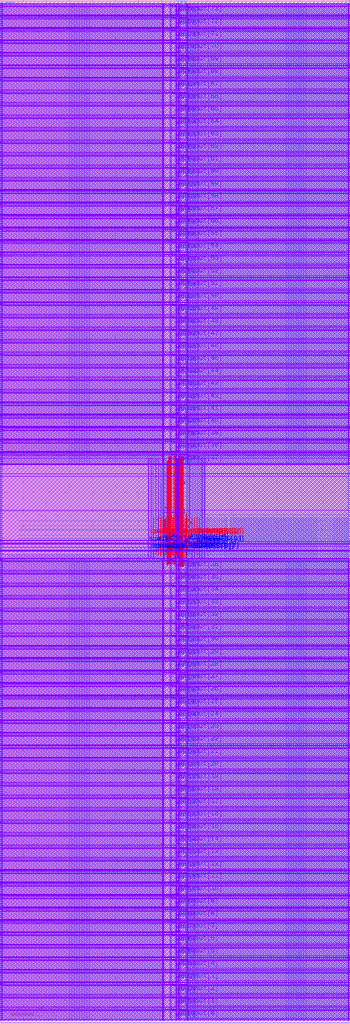
<source format=lef>
VERSION 5.8 ;
BUSBITCHARS "[]" ;
DIVIDERCHAR "/" ;

PROPERTYDEFINITIONS
  MACRO CatenaDesignType STRING ;
END PROPERTYDEFINITIONS

MACRO srambank_256x4x74_6t122
  CLASS BLOCK ;
  ORIGIN 0 0 ;
  FOREIGN srambank_256x4x74_6t122 0 0 ;
  SIZE 30.348 BY 88.56 ;
  SYMMETRY X Y ;
  SITE coreSite ;
  PIN VDD
    DIRECTION INOUT ;
    USE POWER ;
    PORT
      LAYER M4  ;
        RECT 0.1040 1.1720 30.2580 1.2200 ;
        RECT 0.1040 2.2520 30.2580 2.3000 ;
        RECT 0.1040 3.3320 30.2580 3.3800 ;
        RECT 0.1040 4.4120 30.2580 4.4600 ;
        RECT 0.1040 5.4920 30.2580 5.5400 ;
        RECT 0.1040 6.5720 30.2580 6.6200 ;
        RECT 0.1040 7.6520 30.2580 7.7000 ;
        RECT 0.1040 8.7320 30.2580 8.7800 ;
        RECT 0.1040 9.8120 30.2580 9.8600 ;
        RECT 0.1040 10.8920 30.2580 10.9400 ;
        RECT 0.1040 11.9720 30.2580 12.0200 ;
        RECT 0.1040 13.0520 30.2580 13.1000 ;
        RECT 0.1040 14.1320 30.2580 14.1800 ;
        RECT 0.1040 15.2120 30.2580 15.2600 ;
        RECT 0.1040 16.2920 30.2580 16.3400 ;
        RECT 0.1040 17.3720 30.2580 17.4200 ;
        RECT 0.1040 18.4520 30.2580 18.5000 ;
        RECT 0.1040 19.5320 30.2580 19.5800 ;
        RECT 0.1040 20.6120 30.2580 20.6600 ;
        RECT 0.1040 21.6920 30.2580 21.7400 ;
        RECT 0.1040 22.7720 30.2580 22.8200 ;
        RECT 0.1040 23.8520 30.2580 23.9000 ;
        RECT 0.1040 24.9320 30.2580 24.9800 ;
        RECT 0.1040 26.0120 30.2580 26.0600 ;
        RECT 0.1040 27.0920 30.2580 27.1400 ;
        RECT 0.1040 28.1720 30.2580 28.2200 ;
        RECT 0.1040 29.2520 30.2580 29.3000 ;
        RECT 0.1040 30.3320 30.2580 30.3800 ;
        RECT 0.1040 31.4120 30.2580 31.4600 ;
        RECT 0.1040 32.4920 30.2580 32.5400 ;
        RECT 0.1040 33.5720 30.2580 33.6200 ;
        RECT 0.1040 34.6520 30.2580 34.7000 ;
        RECT 0.1040 35.7320 30.2580 35.7800 ;
        RECT 0.1040 36.8120 30.2580 36.8600 ;
        RECT 0.1040 37.8920 30.2580 37.9400 ;
        RECT 0.1040 38.9720 30.2580 39.0200 ;
        RECT 0.1040 40.0520 30.2580 40.1000 ;
        RECT 0.1040 49.2590 30.2580 49.3070 ;
        RECT 0.1040 50.3390 30.2580 50.3870 ;
        RECT 0.1040 51.4190 30.2580 51.4670 ;
        RECT 0.1040 52.4990 30.2580 52.5470 ;
        RECT 0.1040 53.5790 30.2580 53.6270 ;
        RECT 0.1040 54.6590 30.2580 54.7070 ;
        RECT 0.1040 55.7390 30.2580 55.7870 ;
        RECT 0.1040 56.8190 30.2580 56.8670 ;
        RECT 0.1040 57.8990 30.2580 57.9470 ;
        RECT 0.1040 58.9790 30.2580 59.0270 ;
        RECT 0.1040 60.0590 30.2580 60.1070 ;
        RECT 0.1040 61.1390 30.2580 61.1870 ;
        RECT 0.1040 62.2190 30.2580 62.2670 ;
        RECT 0.1040 63.2990 30.2580 63.3470 ;
        RECT 0.1040 64.3790 30.2580 64.4270 ;
        RECT 0.1040 65.4590 30.2580 65.5070 ;
        RECT 0.1040 66.5390 30.2580 66.5870 ;
        RECT 0.1040 67.6190 30.2580 67.6670 ;
        RECT 0.1040 68.6990 30.2580 68.7470 ;
        RECT 0.1040 69.7790 30.2580 69.8270 ;
        RECT 0.1040 70.8590 30.2580 70.9070 ;
        RECT 0.1040 71.9390 30.2580 71.9870 ;
        RECT 0.1040 73.0190 30.2580 73.0670 ;
        RECT 0.1040 74.0990 30.2580 74.1470 ;
        RECT 0.1040 75.1790 30.2580 75.2270 ;
        RECT 0.1040 76.2590 30.2580 76.3070 ;
        RECT 0.1040 77.3390 30.2580 77.3870 ;
        RECT 0.1040 78.4190 30.2580 78.4670 ;
        RECT 0.1040 79.4990 30.2580 79.5470 ;
        RECT 0.1040 80.5790 30.2580 80.6270 ;
        RECT 0.1040 81.6590 30.2580 81.7070 ;
        RECT 0.1040 82.7390 30.2580 82.7870 ;
        RECT 0.1040 83.8190 30.2580 83.8670 ;
        RECT 0.1040 84.8990 30.2580 84.9470 ;
        RECT 0.1040 85.9790 30.2580 86.0270 ;
        RECT 0.1040 87.0590 30.2580 87.1070 ;
        RECT 0.1040 88.1390 30.2580 88.1870 ;
      LAYER M3  ;
        RECT 30.2180 0.2165 30.2360 1.3765 ;
        RECT 16.1960 0.2170 16.2140 1.3760 ;
        RECT 14.7920 0.2530 14.8820 1.3685 ;
        RECT 14.1440 0.2170 14.1620 1.3760 ;
        RECT 0.1220 0.2165 0.1400 1.3765 ;
        RECT 30.2180 1.2965 30.2360 2.4565 ;
        RECT 16.1960 1.2970 16.2140 2.4560 ;
        RECT 14.7920 1.3330 14.8820 2.4485 ;
        RECT 14.1440 1.2970 14.1620 2.4560 ;
        RECT 0.1220 1.2965 0.1400 2.4565 ;
        RECT 30.2180 2.3765 30.2360 3.5365 ;
        RECT 16.1960 2.3770 16.2140 3.5360 ;
        RECT 14.7920 2.4130 14.8820 3.5285 ;
        RECT 14.1440 2.3770 14.1620 3.5360 ;
        RECT 0.1220 2.3765 0.1400 3.5365 ;
        RECT 30.2180 3.4565 30.2360 4.6165 ;
        RECT 16.1960 3.4570 16.2140 4.6160 ;
        RECT 14.7920 3.4930 14.8820 4.6085 ;
        RECT 14.1440 3.4570 14.1620 4.6160 ;
        RECT 0.1220 3.4565 0.1400 4.6165 ;
        RECT 30.2180 4.5365 30.2360 5.6965 ;
        RECT 16.1960 4.5370 16.2140 5.6960 ;
        RECT 14.7920 4.5730 14.8820 5.6885 ;
        RECT 14.1440 4.5370 14.1620 5.6960 ;
        RECT 0.1220 4.5365 0.1400 5.6965 ;
        RECT 30.2180 5.6165 30.2360 6.7765 ;
        RECT 16.1960 5.6170 16.2140 6.7760 ;
        RECT 14.7920 5.6530 14.8820 6.7685 ;
        RECT 14.1440 5.6170 14.1620 6.7760 ;
        RECT 0.1220 5.6165 0.1400 6.7765 ;
        RECT 30.2180 6.6965 30.2360 7.8565 ;
        RECT 16.1960 6.6970 16.2140 7.8560 ;
        RECT 14.7920 6.7330 14.8820 7.8485 ;
        RECT 14.1440 6.6970 14.1620 7.8560 ;
        RECT 0.1220 6.6965 0.1400 7.8565 ;
        RECT 30.2180 7.7765 30.2360 8.9365 ;
        RECT 16.1960 7.7770 16.2140 8.9360 ;
        RECT 14.7920 7.8130 14.8820 8.9285 ;
        RECT 14.1440 7.7770 14.1620 8.9360 ;
        RECT 0.1220 7.7765 0.1400 8.9365 ;
        RECT 30.2180 8.8565 30.2360 10.0165 ;
        RECT 16.1960 8.8570 16.2140 10.0160 ;
        RECT 14.7920 8.8930 14.8820 10.0085 ;
        RECT 14.1440 8.8570 14.1620 10.0160 ;
        RECT 0.1220 8.8565 0.1400 10.0165 ;
        RECT 30.2180 9.9365 30.2360 11.0965 ;
        RECT 16.1960 9.9370 16.2140 11.0960 ;
        RECT 14.7920 9.9730 14.8820 11.0885 ;
        RECT 14.1440 9.9370 14.1620 11.0960 ;
        RECT 0.1220 9.9365 0.1400 11.0965 ;
        RECT 30.2180 11.0165 30.2360 12.1765 ;
        RECT 16.1960 11.0170 16.2140 12.1760 ;
        RECT 14.7920 11.0530 14.8820 12.1685 ;
        RECT 14.1440 11.0170 14.1620 12.1760 ;
        RECT 0.1220 11.0165 0.1400 12.1765 ;
        RECT 30.2180 12.0965 30.2360 13.2565 ;
        RECT 16.1960 12.0970 16.2140 13.2560 ;
        RECT 14.7920 12.1330 14.8820 13.2485 ;
        RECT 14.1440 12.0970 14.1620 13.2560 ;
        RECT 0.1220 12.0965 0.1400 13.2565 ;
        RECT 30.2180 13.1765 30.2360 14.3365 ;
        RECT 16.1960 13.1770 16.2140 14.3360 ;
        RECT 14.7920 13.2130 14.8820 14.3285 ;
        RECT 14.1440 13.1770 14.1620 14.3360 ;
        RECT 0.1220 13.1765 0.1400 14.3365 ;
        RECT 30.2180 14.2565 30.2360 15.4165 ;
        RECT 16.1960 14.2570 16.2140 15.4160 ;
        RECT 14.7920 14.2930 14.8820 15.4085 ;
        RECT 14.1440 14.2570 14.1620 15.4160 ;
        RECT 0.1220 14.2565 0.1400 15.4165 ;
        RECT 30.2180 15.3365 30.2360 16.4965 ;
        RECT 16.1960 15.3370 16.2140 16.4960 ;
        RECT 14.7920 15.3730 14.8820 16.4885 ;
        RECT 14.1440 15.3370 14.1620 16.4960 ;
        RECT 0.1220 15.3365 0.1400 16.4965 ;
        RECT 30.2180 16.4165 30.2360 17.5765 ;
        RECT 16.1960 16.4170 16.2140 17.5760 ;
        RECT 14.7920 16.4530 14.8820 17.5685 ;
        RECT 14.1440 16.4170 14.1620 17.5760 ;
        RECT 0.1220 16.4165 0.1400 17.5765 ;
        RECT 30.2180 17.4965 30.2360 18.6565 ;
        RECT 16.1960 17.4970 16.2140 18.6560 ;
        RECT 14.7920 17.5330 14.8820 18.6485 ;
        RECT 14.1440 17.4970 14.1620 18.6560 ;
        RECT 0.1220 17.4965 0.1400 18.6565 ;
        RECT 30.2180 18.5765 30.2360 19.7365 ;
        RECT 16.1960 18.5770 16.2140 19.7360 ;
        RECT 14.7920 18.6130 14.8820 19.7285 ;
        RECT 14.1440 18.5770 14.1620 19.7360 ;
        RECT 0.1220 18.5765 0.1400 19.7365 ;
        RECT 30.2180 19.6565 30.2360 20.8165 ;
        RECT 16.1960 19.6570 16.2140 20.8160 ;
        RECT 14.7920 19.6930 14.8820 20.8085 ;
        RECT 14.1440 19.6570 14.1620 20.8160 ;
        RECT 0.1220 19.6565 0.1400 20.8165 ;
        RECT 30.2180 20.7365 30.2360 21.8965 ;
        RECT 16.1960 20.7370 16.2140 21.8960 ;
        RECT 14.7920 20.7730 14.8820 21.8885 ;
        RECT 14.1440 20.7370 14.1620 21.8960 ;
        RECT 0.1220 20.7365 0.1400 21.8965 ;
        RECT 30.2180 21.8165 30.2360 22.9765 ;
        RECT 16.1960 21.8170 16.2140 22.9760 ;
        RECT 14.7920 21.8530 14.8820 22.9685 ;
        RECT 14.1440 21.8170 14.1620 22.9760 ;
        RECT 0.1220 21.8165 0.1400 22.9765 ;
        RECT 30.2180 22.8965 30.2360 24.0565 ;
        RECT 16.1960 22.8970 16.2140 24.0560 ;
        RECT 14.7920 22.9330 14.8820 24.0485 ;
        RECT 14.1440 22.8970 14.1620 24.0560 ;
        RECT 0.1220 22.8965 0.1400 24.0565 ;
        RECT 30.2180 23.9765 30.2360 25.1365 ;
        RECT 16.1960 23.9770 16.2140 25.1360 ;
        RECT 14.7920 24.0130 14.8820 25.1285 ;
        RECT 14.1440 23.9770 14.1620 25.1360 ;
        RECT 0.1220 23.9765 0.1400 25.1365 ;
        RECT 30.2180 25.0565 30.2360 26.2165 ;
        RECT 16.1960 25.0570 16.2140 26.2160 ;
        RECT 14.7920 25.0930 14.8820 26.2085 ;
        RECT 14.1440 25.0570 14.1620 26.2160 ;
        RECT 0.1220 25.0565 0.1400 26.2165 ;
        RECT 30.2180 26.1365 30.2360 27.2965 ;
        RECT 16.1960 26.1370 16.2140 27.2960 ;
        RECT 14.7920 26.1730 14.8820 27.2885 ;
        RECT 14.1440 26.1370 14.1620 27.2960 ;
        RECT 0.1220 26.1365 0.1400 27.2965 ;
        RECT 30.2180 27.2165 30.2360 28.3765 ;
        RECT 16.1960 27.2170 16.2140 28.3760 ;
        RECT 14.7920 27.2530 14.8820 28.3685 ;
        RECT 14.1440 27.2170 14.1620 28.3760 ;
        RECT 0.1220 27.2165 0.1400 28.3765 ;
        RECT 30.2180 28.2965 30.2360 29.4565 ;
        RECT 16.1960 28.2970 16.2140 29.4560 ;
        RECT 14.7920 28.3330 14.8820 29.4485 ;
        RECT 14.1440 28.2970 14.1620 29.4560 ;
        RECT 0.1220 28.2965 0.1400 29.4565 ;
        RECT 30.2180 29.3765 30.2360 30.5365 ;
        RECT 16.1960 29.3770 16.2140 30.5360 ;
        RECT 14.7920 29.4130 14.8820 30.5285 ;
        RECT 14.1440 29.3770 14.1620 30.5360 ;
        RECT 0.1220 29.3765 0.1400 30.5365 ;
        RECT 30.2180 30.4565 30.2360 31.6165 ;
        RECT 16.1960 30.4570 16.2140 31.6160 ;
        RECT 14.7920 30.4930 14.8820 31.6085 ;
        RECT 14.1440 30.4570 14.1620 31.6160 ;
        RECT 0.1220 30.4565 0.1400 31.6165 ;
        RECT 30.2180 31.5365 30.2360 32.6965 ;
        RECT 16.1960 31.5370 16.2140 32.6960 ;
        RECT 14.7920 31.5730 14.8820 32.6885 ;
        RECT 14.1440 31.5370 14.1620 32.6960 ;
        RECT 0.1220 31.5365 0.1400 32.6965 ;
        RECT 30.2180 32.6165 30.2360 33.7765 ;
        RECT 16.1960 32.6170 16.2140 33.7760 ;
        RECT 14.7920 32.6530 14.8820 33.7685 ;
        RECT 14.1440 32.6170 14.1620 33.7760 ;
        RECT 0.1220 32.6165 0.1400 33.7765 ;
        RECT 30.2180 33.6965 30.2360 34.8565 ;
        RECT 16.1960 33.6970 16.2140 34.8560 ;
        RECT 14.7920 33.7330 14.8820 34.8485 ;
        RECT 14.1440 33.6970 14.1620 34.8560 ;
        RECT 0.1220 33.6965 0.1400 34.8565 ;
        RECT 30.2180 34.7765 30.2360 35.9365 ;
        RECT 16.1960 34.7770 16.2140 35.9360 ;
        RECT 14.7920 34.8130 14.8820 35.9285 ;
        RECT 14.1440 34.7770 14.1620 35.9360 ;
        RECT 0.1220 34.7765 0.1400 35.9365 ;
        RECT 30.2180 35.8565 30.2360 37.0165 ;
        RECT 16.1960 35.8570 16.2140 37.0160 ;
        RECT 14.7920 35.8930 14.8820 37.0085 ;
        RECT 14.1440 35.8570 14.1620 37.0160 ;
        RECT 0.1220 35.8565 0.1400 37.0165 ;
        RECT 30.2180 36.9365 30.2360 38.0965 ;
        RECT 16.1960 36.9370 16.2140 38.0960 ;
        RECT 14.7920 36.9730 14.8820 38.0885 ;
        RECT 14.1440 36.9370 14.1620 38.0960 ;
        RECT 0.1220 36.9365 0.1400 38.0965 ;
        RECT 30.2180 38.0165 30.2360 39.1765 ;
        RECT 16.1960 38.0170 16.2140 39.1760 ;
        RECT 14.7920 38.0530 14.8820 39.1685 ;
        RECT 14.1440 38.0170 14.1620 39.1760 ;
        RECT 0.1220 38.0165 0.1400 39.1765 ;
        RECT 30.2180 39.0965 30.2360 40.2565 ;
        RECT 16.1960 39.0970 16.2140 40.2560 ;
        RECT 14.7920 39.1330 14.8820 40.2485 ;
        RECT 14.1440 39.0970 14.1620 40.2560 ;
        RECT 0.1220 39.0965 0.1400 40.2565 ;
        RECT 14.0490 44.0450 14.0670 50.1085 ;
        RECT 30.2180 48.3035 30.2360 49.4635 ;
        RECT 16.1960 48.3040 16.2140 49.4630 ;
        RECT 14.7920 48.3400 14.8820 49.4555 ;
        RECT 14.1440 48.3040 14.1620 49.4630 ;
        RECT 0.1220 48.3035 0.1400 49.4635 ;
        RECT 30.2180 49.3835 30.2360 50.5435 ;
        RECT 16.1960 49.3840 16.2140 50.5430 ;
        RECT 14.7920 49.4200 14.8820 50.5355 ;
        RECT 14.1440 49.3840 14.1620 50.5430 ;
        RECT 0.1220 49.3835 0.1400 50.5435 ;
        RECT 30.2180 50.4635 30.2360 51.6235 ;
        RECT 16.1960 50.4640 16.2140 51.6230 ;
        RECT 14.7920 50.5000 14.8820 51.6155 ;
        RECT 14.1440 50.4640 14.1620 51.6230 ;
        RECT 0.1220 50.4635 0.1400 51.6235 ;
        RECT 30.2180 51.5435 30.2360 52.7035 ;
        RECT 16.1960 51.5440 16.2140 52.7030 ;
        RECT 14.7920 51.5800 14.8820 52.6955 ;
        RECT 14.1440 51.5440 14.1620 52.7030 ;
        RECT 0.1220 51.5435 0.1400 52.7035 ;
        RECT 30.2180 52.6235 30.2360 53.7835 ;
        RECT 16.1960 52.6240 16.2140 53.7830 ;
        RECT 14.7920 52.6600 14.8820 53.7755 ;
        RECT 14.1440 52.6240 14.1620 53.7830 ;
        RECT 0.1220 52.6235 0.1400 53.7835 ;
        RECT 30.2180 53.7035 30.2360 54.8635 ;
        RECT 16.1960 53.7040 16.2140 54.8630 ;
        RECT 14.7920 53.7400 14.8820 54.8555 ;
        RECT 14.1440 53.7040 14.1620 54.8630 ;
        RECT 0.1220 53.7035 0.1400 54.8635 ;
        RECT 30.2180 54.7835 30.2360 55.9435 ;
        RECT 16.1960 54.7840 16.2140 55.9430 ;
        RECT 14.7920 54.8200 14.8820 55.9355 ;
        RECT 14.1440 54.7840 14.1620 55.9430 ;
        RECT 0.1220 54.7835 0.1400 55.9435 ;
        RECT 30.2180 55.8635 30.2360 57.0235 ;
        RECT 16.1960 55.8640 16.2140 57.0230 ;
        RECT 14.7920 55.9000 14.8820 57.0155 ;
        RECT 14.1440 55.8640 14.1620 57.0230 ;
        RECT 0.1220 55.8635 0.1400 57.0235 ;
        RECT 30.2180 56.9435 30.2360 58.1035 ;
        RECT 16.1960 56.9440 16.2140 58.1030 ;
        RECT 14.7920 56.9800 14.8820 58.0955 ;
        RECT 14.1440 56.9440 14.1620 58.1030 ;
        RECT 0.1220 56.9435 0.1400 58.1035 ;
        RECT 30.2180 58.0235 30.2360 59.1835 ;
        RECT 16.1960 58.0240 16.2140 59.1830 ;
        RECT 14.7920 58.0600 14.8820 59.1755 ;
        RECT 14.1440 58.0240 14.1620 59.1830 ;
        RECT 0.1220 58.0235 0.1400 59.1835 ;
        RECT 30.2180 59.1035 30.2360 60.2635 ;
        RECT 16.1960 59.1040 16.2140 60.2630 ;
        RECT 14.7920 59.1400 14.8820 60.2555 ;
        RECT 14.1440 59.1040 14.1620 60.2630 ;
        RECT 0.1220 59.1035 0.1400 60.2635 ;
        RECT 30.2180 60.1835 30.2360 61.3435 ;
        RECT 16.1960 60.1840 16.2140 61.3430 ;
        RECT 14.7920 60.2200 14.8820 61.3355 ;
        RECT 14.1440 60.1840 14.1620 61.3430 ;
        RECT 0.1220 60.1835 0.1400 61.3435 ;
        RECT 30.2180 61.2635 30.2360 62.4235 ;
        RECT 16.1960 61.2640 16.2140 62.4230 ;
        RECT 14.7920 61.3000 14.8820 62.4155 ;
        RECT 14.1440 61.2640 14.1620 62.4230 ;
        RECT 0.1220 61.2635 0.1400 62.4235 ;
        RECT 30.2180 62.3435 30.2360 63.5035 ;
        RECT 16.1960 62.3440 16.2140 63.5030 ;
        RECT 14.7920 62.3800 14.8820 63.4955 ;
        RECT 14.1440 62.3440 14.1620 63.5030 ;
        RECT 0.1220 62.3435 0.1400 63.5035 ;
        RECT 30.2180 63.4235 30.2360 64.5835 ;
        RECT 16.1960 63.4240 16.2140 64.5830 ;
        RECT 14.7920 63.4600 14.8820 64.5755 ;
        RECT 14.1440 63.4240 14.1620 64.5830 ;
        RECT 0.1220 63.4235 0.1400 64.5835 ;
        RECT 30.2180 64.5035 30.2360 65.6635 ;
        RECT 16.1960 64.5040 16.2140 65.6630 ;
        RECT 14.7920 64.5400 14.8820 65.6555 ;
        RECT 14.1440 64.5040 14.1620 65.6630 ;
        RECT 0.1220 64.5035 0.1400 65.6635 ;
        RECT 30.2180 65.5835 30.2360 66.7435 ;
        RECT 16.1960 65.5840 16.2140 66.7430 ;
        RECT 14.7920 65.6200 14.8820 66.7355 ;
        RECT 14.1440 65.5840 14.1620 66.7430 ;
        RECT 0.1220 65.5835 0.1400 66.7435 ;
        RECT 30.2180 66.6635 30.2360 67.8235 ;
        RECT 16.1960 66.6640 16.2140 67.8230 ;
        RECT 14.7920 66.7000 14.8820 67.8155 ;
        RECT 14.1440 66.6640 14.1620 67.8230 ;
        RECT 0.1220 66.6635 0.1400 67.8235 ;
        RECT 30.2180 67.7435 30.2360 68.9035 ;
        RECT 16.1960 67.7440 16.2140 68.9030 ;
        RECT 14.7920 67.7800 14.8820 68.8955 ;
        RECT 14.1440 67.7440 14.1620 68.9030 ;
        RECT 0.1220 67.7435 0.1400 68.9035 ;
        RECT 30.2180 68.8235 30.2360 69.9835 ;
        RECT 16.1960 68.8240 16.2140 69.9830 ;
        RECT 14.7920 68.8600 14.8820 69.9755 ;
        RECT 14.1440 68.8240 14.1620 69.9830 ;
        RECT 0.1220 68.8235 0.1400 69.9835 ;
        RECT 30.2180 69.9035 30.2360 71.0635 ;
        RECT 16.1960 69.9040 16.2140 71.0630 ;
        RECT 14.7920 69.9400 14.8820 71.0555 ;
        RECT 14.1440 69.9040 14.1620 71.0630 ;
        RECT 0.1220 69.9035 0.1400 71.0635 ;
        RECT 30.2180 70.9835 30.2360 72.1435 ;
        RECT 16.1960 70.9840 16.2140 72.1430 ;
        RECT 14.7920 71.0200 14.8820 72.1355 ;
        RECT 14.1440 70.9840 14.1620 72.1430 ;
        RECT 0.1220 70.9835 0.1400 72.1435 ;
        RECT 30.2180 72.0635 30.2360 73.2235 ;
        RECT 16.1960 72.0640 16.2140 73.2230 ;
        RECT 14.7920 72.1000 14.8820 73.2155 ;
        RECT 14.1440 72.0640 14.1620 73.2230 ;
        RECT 0.1220 72.0635 0.1400 73.2235 ;
        RECT 30.2180 73.1435 30.2360 74.3035 ;
        RECT 16.1960 73.1440 16.2140 74.3030 ;
        RECT 14.7920 73.1800 14.8820 74.2955 ;
        RECT 14.1440 73.1440 14.1620 74.3030 ;
        RECT 0.1220 73.1435 0.1400 74.3035 ;
        RECT 30.2180 74.2235 30.2360 75.3835 ;
        RECT 16.1960 74.2240 16.2140 75.3830 ;
        RECT 14.7920 74.2600 14.8820 75.3755 ;
        RECT 14.1440 74.2240 14.1620 75.3830 ;
        RECT 0.1220 74.2235 0.1400 75.3835 ;
        RECT 30.2180 75.3035 30.2360 76.4635 ;
        RECT 16.1960 75.3040 16.2140 76.4630 ;
        RECT 14.7920 75.3400 14.8820 76.4555 ;
        RECT 14.1440 75.3040 14.1620 76.4630 ;
        RECT 0.1220 75.3035 0.1400 76.4635 ;
        RECT 30.2180 76.3835 30.2360 77.5435 ;
        RECT 16.1960 76.3840 16.2140 77.5430 ;
        RECT 14.7920 76.4200 14.8820 77.5355 ;
        RECT 14.1440 76.3840 14.1620 77.5430 ;
        RECT 0.1220 76.3835 0.1400 77.5435 ;
        RECT 30.2180 77.4635 30.2360 78.6235 ;
        RECT 16.1960 77.4640 16.2140 78.6230 ;
        RECT 14.7920 77.5000 14.8820 78.6155 ;
        RECT 14.1440 77.4640 14.1620 78.6230 ;
        RECT 0.1220 77.4635 0.1400 78.6235 ;
        RECT 30.2180 78.5435 30.2360 79.7035 ;
        RECT 16.1960 78.5440 16.2140 79.7030 ;
        RECT 14.7920 78.5800 14.8820 79.6955 ;
        RECT 14.1440 78.5440 14.1620 79.7030 ;
        RECT 0.1220 78.5435 0.1400 79.7035 ;
        RECT 30.2180 79.6235 30.2360 80.7835 ;
        RECT 16.1960 79.6240 16.2140 80.7830 ;
        RECT 14.7920 79.6600 14.8820 80.7755 ;
        RECT 14.1440 79.6240 14.1620 80.7830 ;
        RECT 0.1220 79.6235 0.1400 80.7835 ;
        RECT 30.2180 80.7035 30.2360 81.8635 ;
        RECT 16.1960 80.7040 16.2140 81.8630 ;
        RECT 14.7920 80.7400 14.8820 81.8555 ;
        RECT 14.1440 80.7040 14.1620 81.8630 ;
        RECT 0.1220 80.7035 0.1400 81.8635 ;
        RECT 30.2180 81.7835 30.2360 82.9435 ;
        RECT 16.1960 81.7840 16.2140 82.9430 ;
        RECT 14.7920 81.8200 14.8820 82.9355 ;
        RECT 14.1440 81.7840 14.1620 82.9430 ;
        RECT 0.1220 81.7835 0.1400 82.9435 ;
        RECT 30.2180 82.8635 30.2360 84.0235 ;
        RECT 16.1960 82.8640 16.2140 84.0230 ;
        RECT 14.7920 82.9000 14.8820 84.0155 ;
        RECT 14.1440 82.8640 14.1620 84.0230 ;
        RECT 0.1220 82.8635 0.1400 84.0235 ;
        RECT 30.2180 83.9435 30.2360 85.1035 ;
        RECT 16.1960 83.9440 16.2140 85.1030 ;
        RECT 14.7920 83.9800 14.8820 85.0955 ;
        RECT 14.1440 83.9440 14.1620 85.1030 ;
        RECT 0.1220 83.9435 0.1400 85.1035 ;
        RECT 30.2180 85.0235 30.2360 86.1835 ;
        RECT 16.1960 85.0240 16.2140 86.1830 ;
        RECT 14.7920 85.0600 14.8820 86.1755 ;
        RECT 14.1440 85.0240 14.1620 86.1830 ;
        RECT 0.1220 85.0235 0.1400 86.1835 ;
        RECT 30.2180 86.1035 30.2360 87.2635 ;
        RECT 16.1960 86.1040 16.2140 87.2630 ;
        RECT 14.7920 86.1400 14.8820 87.2555 ;
        RECT 14.1440 86.1040 14.1620 87.2630 ;
        RECT 0.1220 86.1035 0.1400 87.2635 ;
        RECT 30.2180 87.1835 30.2360 88.3435 ;
        RECT 16.1960 87.1840 16.2140 88.3430 ;
        RECT 14.7920 87.2200 14.8820 88.3355 ;
        RECT 14.1440 87.1840 14.1620 88.3430 ;
        RECT 0.1220 87.1835 0.1400 88.3435 ;
      LAYER V3  ;
        RECT 0.1220 1.1720 0.1400 1.2200 ;
        RECT 14.1440 1.1720 14.1620 1.2200 ;
        RECT 14.7920 1.1720 14.8820 1.2200 ;
        RECT 16.1960 1.1720 16.2140 1.2200 ;
        RECT 30.2180 1.1720 30.2360 1.2200 ;
        RECT 0.1220 2.2520 0.1400 2.3000 ;
        RECT 14.1440 2.2520 14.1620 2.3000 ;
        RECT 14.7920 2.2520 14.8820 2.3000 ;
        RECT 16.1960 2.2520 16.2140 2.3000 ;
        RECT 30.2180 2.2520 30.2360 2.3000 ;
        RECT 0.1220 3.3320 0.1400 3.3800 ;
        RECT 14.1440 3.3320 14.1620 3.3800 ;
        RECT 14.7920 3.3320 14.8820 3.3800 ;
        RECT 16.1960 3.3320 16.2140 3.3800 ;
        RECT 30.2180 3.3320 30.2360 3.3800 ;
        RECT 0.1220 4.4120 0.1400 4.4600 ;
        RECT 14.1440 4.4120 14.1620 4.4600 ;
        RECT 14.7920 4.4120 14.8820 4.4600 ;
        RECT 16.1960 4.4120 16.2140 4.4600 ;
        RECT 30.2180 4.4120 30.2360 4.4600 ;
        RECT 0.1220 5.4920 0.1400 5.5400 ;
        RECT 14.1440 5.4920 14.1620 5.5400 ;
        RECT 14.7920 5.4920 14.8820 5.5400 ;
        RECT 16.1960 5.4920 16.2140 5.5400 ;
        RECT 30.2180 5.4920 30.2360 5.5400 ;
        RECT 0.1220 6.5720 0.1400 6.6200 ;
        RECT 14.1440 6.5720 14.1620 6.6200 ;
        RECT 14.7920 6.5720 14.8820 6.6200 ;
        RECT 16.1960 6.5720 16.2140 6.6200 ;
        RECT 30.2180 6.5720 30.2360 6.6200 ;
        RECT 0.1220 7.6520 0.1400 7.7000 ;
        RECT 14.1440 7.6520 14.1620 7.7000 ;
        RECT 14.7920 7.6520 14.8820 7.7000 ;
        RECT 16.1960 7.6520 16.2140 7.7000 ;
        RECT 30.2180 7.6520 30.2360 7.7000 ;
        RECT 0.1220 8.7320 0.1400 8.7800 ;
        RECT 14.1440 8.7320 14.1620 8.7800 ;
        RECT 14.7920 8.7320 14.8820 8.7800 ;
        RECT 16.1960 8.7320 16.2140 8.7800 ;
        RECT 30.2180 8.7320 30.2360 8.7800 ;
        RECT 0.1220 9.8120 0.1400 9.8600 ;
        RECT 14.1440 9.8120 14.1620 9.8600 ;
        RECT 14.7920 9.8120 14.8820 9.8600 ;
        RECT 16.1960 9.8120 16.2140 9.8600 ;
        RECT 30.2180 9.8120 30.2360 9.8600 ;
        RECT 0.1220 10.8920 0.1400 10.9400 ;
        RECT 14.1440 10.8920 14.1620 10.9400 ;
        RECT 14.7920 10.8920 14.8820 10.9400 ;
        RECT 16.1960 10.8920 16.2140 10.9400 ;
        RECT 30.2180 10.8920 30.2360 10.9400 ;
        RECT 0.1220 11.9720 0.1400 12.0200 ;
        RECT 14.1440 11.9720 14.1620 12.0200 ;
        RECT 14.7920 11.9720 14.8820 12.0200 ;
        RECT 16.1960 11.9720 16.2140 12.0200 ;
        RECT 30.2180 11.9720 30.2360 12.0200 ;
        RECT 0.1220 13.0520 0.1400 13.1000 ;
        RECT 14.1440 13.0520 14.1620 13.1000 ;
        RECT 14.7920 13.0520 14.8820 13.1000 ;
        RECT 16.1960 13.0520 16.2140 13.1000 ;
        RECT 30.2180 13.0520 30.2360 13.1000 ;
        RECT 0.1220 14.1320 0.1400 14.1800 ;
        RECT 14.1440 14.1320 14.1620 14.1800 ;
        RECT 14.7920 14.1320 14.8820 14.1800 ;
        RECT 16.1960 14.1320 16.2140 14.1800 ;
        RECT 30.2180 14.1320 30.2360 14.1800 ;
        RECT 0.1220 15.2120 0.1400 15.2600 ;
        RECT 14.1440 15.2120 14.1620 15.2600 ;
        RECT 14.7920 15.2120 14.8820 15.2600 ;
        RECT 16.1960 15.2120 16.2140 15.2600 ;
        RECT 30.2180 15.2120 30.2360 15.2600 ;
        RECT 0.1220 16.2920 0.1400 16.3400 ;
        RECT 14.1440 16.2920 14.1620 16.3400 ;
        RECT 14.7920 16.2920 14.8820 16.3400 ;
        RECT 16.1960 16.2920 16.2140 16.3400 ;
        RECT 30.2180 16.2920 30.2360 16.3400 ;
        RECT 0.1220 17.3720 0.1400 17.4200 ;
        RECT 14.1440 17.3720 14.1620 17.4200 ;
        RECT 14.7920 17.3720 14.8820 17.4200 ;
        RECT 16.1960 17.3720 16.2140 17.4200 ;
        RECT 30.2180 17.3720 30.2360 17.4200 ;
        RECT 0.1220 18.4520 0.1400 18.5000 ;
        RECT 14.1440 18.4520 14.1620 18.5000 ;
        RECT 14.7920 18.4520 14.8820 18.5000 ;
        RECT 16.1960 18.4520 16.2140 18.5000 ;
        RECT 30.2180 18.4520 30.2360 18.5000 ;
        RECT 0.1220 19.5320 0.1400 19.5800 ;
        RECT 14.1440 19.5320 14.1620 19.5800 ;
        RECT 14.7920 19.5320 14.8820 19.5800 ;
        RECT 16.1960 19.5320 16.2140 19.5800 ;
        RECT 30.2180 19.5320 30.2360 19.5800 ;
        RECT 0.1220 20.6120 0.1400 20.6600 ;
        RECT 14.1440 20.6120 14.1620 20.6600 ;
        RECT 14.7920 20.6120 14.8820 20.6600 ;
        RECT 16.1960 20.6120 16.2140 20.6600 ;
        RECT 30.2180 20.6120 30.2360 20.6600 ;
        RECT 0.1220 21.6920 0.1400 21.7400 ;
        RECT 14.1440 21.6920 14.1620 21.7400 ;
        RECT 14.7920 21.6920 14.8820 21.7400 ;
        RECT 16.1960 21.6920 16.2140 21.7400 ;
        RECT 30.2180 21.6920 30.2360 21.7400 ;
        RECT 0.1220 22.7720 0.1400 22.8200 ;
        RECT 14.1440 22.7720 14.1620 22.8200 ;
        RECT 14.7920 22.7720 14.8820 22.8200 ;
        RECT 16.1960 22.7720 16.2140 22.8200 ;
        RECT 30.2180 22.7720 30.2360 22.8200 ;
        RECT 0.1220 23.8520 0.1400 23.9000 ;
        RECT 14.1440 23.8520 14.1620 23.9000 ;
        RECT 14.7920 23.8520 14.8820 23.9000 ;
        RECT 16.1960 23.8520 16.2140 23.9000 ;
        RECT 30.2180 23.8520 30.2360 23.9000 ;
        RECT 0.1220 24.9320 0.1400 24.9800 ;
        RECT 14.1440 24.9320 14.1620 24.9800 ;
        RECT 14.7920 24.9320 14.8820 24.9800 ;
        RECT 16.1960 24.9320 16.2140 24.9800 ;
        RECT 30.2180 24.9320 30.2360 24.9800 ;
        RECT 0.1220 26.0120 0.1400 26.0600 ;
        RECT 14.1440 26.0120 14.1620 26.0600 ;
        RECT 14.7920 26.0120 14.8820 26.0600 ;
        RECT 16.1960 26.0120 16.2140 26.0600 ;
        RECT 30.2180 26.0120 30.2360 26.0600 ;
        RECT 0.1220 27.0920 0.1400 27.1400 ;
        RECT 14.1440 27.0920 14.1620 27.1400 ;
        RECT 14.7920 27.0920 14.8820 27.1400 ;
        RECT 16.1960 27.0920 16.2140 27.1400 ;
        RECT 30.2180 27.0920 30.2360 27.1400 ;
        RECT 0.1220 28.1720 0.1400 28.2200 ;
        RECT 14.1440 28.1720 14.1620 28.2200 ;
        RECT 14.7920 28.1720 14.8820 28.2200 ;
        RECT 16.1960 28.1720 16.2140 28.2200 ;
        RECT 30.2180 28.1720 30.2360 28.2200 ;
        RECT 0.1220 29.2520 0.1400 29.3000 ;
        RECT 14.1440 29.2520 14.1620 29.3000 ;
        RECT 14.7920 29.2520 14.8820 29.3000 ;
        RECT 16.1960 29.2520 16.2140 29.3000 ;
        RECT 30.2180 29.2520 30.2360 29.3000 ;
        RECT 0.1220 30.3320 0.1400 30.3800 ;
        RECT 14.1440 30.3320 14.1620 30.3800 ;
        RECT 14.7920 30.3320 14.8820 30.3800 ;
        RECT 16.1960 30.3320 16.2140 30.3800 ;
        RECT 30.2180 30.3320 30.2360 30.3800 ;
        RECT 0.1220 31.4120 0.1400 31.4600 ;
        RECT 14.1440 31.4120 14.1620 31.4600 ;
        RECT 14.7920 31.4120 14.8820 31.4600 ;
        RECT 16.1960 31.4120 16.2140 31.4600 ;
        RECT 30.2180 31.4120 30.2360 31.4600 ;
        RECT 0.1220 32.4920 0.1400 32.5400 ;
        RECT 14.1440 32.4920 14.1620 32.5400 ;
        RECT 14.7920 32.4920 14.8820 32.5400 ;
        RECT 16.1960 32.4920 16.2140 32.5400 ;
        RECT 30.2180 32.4920 30.2360 32.5400 ;
        RECT 0.1220 33.5720 0.1400 33.6200 ;
        RECT 14.1440 33.5720 14.1620 33.6200 ;
        RECT 14.7920 33.5720 14.8820 33.6200 ;
        RECT 16.1960 33.5720 16.2140 33.6200 ;
        RECT 30.2180 33.5720 30.2360 33.6200 ;
        RECT 0.1220 34.6520 0.1400 34.7000 ;
        RECT 14.1440 34.6520 14.1620 34.7000 ;
        RECT 14.7920 34.6520 14.8820 34.7000 ;
        RECT 16.1960 34.6520 16.2140 34.7000 ;
        RECT 30.2180 34.6520 30.2360 34.7000 ;
        RECT 0.1220 35.7320 0.1400 35.7800 ;
        RECT 14.1440 35.7320 14.1620 35.7800 ;
        RECT 14.7920 35.7320 14.8820 35.7800 ;
        RECT 16.1960 35.7320 16.2140 35.7800 ;
        RECT 30.2180 35.7320 30.2360 35.7800 ;
        RECT 0.1220 36.8120 0.1400 36.8600 ;
        RECT 14.1440 36.8120 14.1620 36.8600 ;
        RECT 14.7920 36.8120 14.8820 36.8600 ;
        RECT 16.1960 36.8120 16.2140 36.8600 ;
        RECT 30.2180 36.8120 30.2360 36.8600 ;
        RECT 0.1220 37.8920 0.1400 37.9400 ;
        RECT 14.1440 37.8920 14.1620 37.9400 ;
        RECT 14.7920 37.8920 14.8820 37.9400 ;
        RECT 16.1960 37.8920 16.2140 37.9400 ;
        RECT 30.2180 37.8920 30.2360 37.9400 ;
        RECT 0.1220 38.9720 0.1400 39.0200 ;
        RECT 14.1440 38.9720 14.1620 39.0200 ;
        RECT 14.7920 38.9720 14.8820 39.0200 ;
        RECT 16.1960 38.9720 16.2140 39.0200 ;
        RECT 30.2180 38.9720 30.2360 39.0200 ;
        RECT 0.1220 40.0520 0.1400 40.1000 ;
        RECT 14.1440 40.0520 14.1620 40.1000 ;
        RECT 14.7920 40.0520 14.8820 40.1000 ;
        RECT 16.1960 40.0520 16.2140 40.1000 ;
        RECT 30.2180 40.0520 30.2360 40.1000 ;
        RECT 0.1220 49.2590 0.1400 49.3070 ;
        RECT 14.1440 49.2590 14.1620 49.3070 ;
        RECT 14.7920 49.2590 14.8820 49.3070 ;
        RECT 16.1960 49.2590 16.2140 49.3070 ;
        RECT 30.2180 49.2590 30.2360 49.3070 ;
        RECT 0.1220 50.3390 0.1400 50.3870 ;
        RECT 14.1440 50.3390 14.1620 50.3870 ;
        RECT 14.7920 50.3390 14.8820 50.3870 ;
        RECT 16.1960 50.3390 16.2140 50.3870 ;
        RECT 30.2180 50.3390 30.2360 50.3870 ;
        RECT 0.1220 51.4190 0.1400 51.4670 ;
        RECT 14.1440 51.4190 14.1620 51.4670 ;
        RECT 14.7920 51.4190 14.8820 51.4670 ;
        RECT 16.1960 51.4190 16.2140 51.4670 ;
        RECT 30.2180 51.4190 30.2360 51.4670 ;
        RECT 0.1220 52.4990 0.1400 52.5470 ;
        RECT 14.1440 52.4990 14.1620 52.5470 ;
        RECT 14.7920 52.4990 14.8820 52.5470 ;
        RECT 16.1960 52.4990 16.2140 52.5470 ;
        RECT 30.2180 52.4990 30.2360 52.5470 ;
        RECT 0.1220 53.5790 0.1400 53.6270 ;
        RECT 14.1440 53.5790 14.1620 53.6270 ;
        RECT 14.7920 53.5790 14.8820 53.6270 ;
        RECT 16.1960 53.5790 16.2140 53.6270 ;
        RECT 30.2180 53.5790 30.2360 53.6270 ;
        RECT 0.1220 54.6590 0.1400 54.7070 ;
        RECT 14.1440 54.6590 14.1620 54.7070 ;
        RECT 14.7920 54.6590 14.8820 54.7070 ;
        RECT 16.1960 54.6590 16.2140 54.7070 ;
        RECT 30.2180 54.6590 30.2360 54.7070 ;
        RECT 0.1220 55.7390 0.1400 55.7870 ;
        RECT 14.1440 55.7390 14.1620 55.7870 ;
        RECT 14.7920 55.7390 14.8820 55.7870 ;
        RECT 16.1960 55.7390 16.2140 55.7870 ;
        RECT 30.2180 55.7390 30.2360 55.7870 ;
        RECT 0.1220 56.8190 0.1400 56.8670 ;
        RECT 14.1440 56.8190 14.1620 56.8670 ;
        RECT 14.7920 56.8190 14.8820 56.8670 ;
        RECT 16.1960 56.8190 16.2140 56.8670 ;
        RECT 30.2180 56.8190 30.2360 56.8670 ;
        RECT 0.1220 57.8990 0.1400 57.9470 ;
        RECT 14.1440 57.8990 14.1620 57.9470 ;
        RECT 14.7920 57.8990 14.8820 57.9470 ;
        RECT 16.1960 57.8990 16.2140 57.9470 ;
        RECT 30.2180 57.8990 30.2360 57.9470 ;
        RECT 0.1220 58.9790 0.1400 59.0270 ;
        RECT 14.1440 58.9790 14.1620 59.0270 ;
        RECT 14.7920 58.9790 14.8820 59.0270 ;
        RECT 16.1960 58.9790 16.2140 59.0270 ;
        RECT 30.2180 58.9790 30.2360 59.0270 ;
        RECT 0.1220 60.0590 0.1400 60.1070 ;
        RECT 14.1440 60.0590 14.1620 60.1070 ;
        RECT 14.7920 60.0590 14.8820 60.1070 ;
        RECT 16.1960 60.0590 16.2140 60.1070 ;
        RECT 30.2180 60.0590 30.2360 60.1070 ;
        RECT 0.1220 61.1390 0.1400 61.1870 ;
        RECT 14.1440 61.1390 14.1620 61.1870 ;
        RECT 14.7920 61.1390 14.8820 61.1870 ;
        RECT 16.1960 61.1390 16.2140 61.1870 ;
        RECT 30.2180 61.1390 30.2360 61.1870 ;
        RECT 0.1220 62.2190 0.1400 62.2670 ;
        RECT 14.1440 62.2190 14.1620 62.2670 ;
        RECT 14.7920 62.2190 14.8820 62.2670 ;
        RECT 16.1960 62.2190 16.2140 62.2670 ;
        RECT 30.2180 62.2190 30.2360 62.2670 ;
        RECT 0.1220 63.2990 0.1400 63.3470 ;
        RECT 14.1440 63.2990 14.1620 63.3470 ;
        RECT 14.7920 63.2990 14.8820 63.3470 ;
        RECT 16.1960 63.2990 16.2140 63.3470 ;
        RECT 30.2180 63.2990 30.2360 63.3470 ;
        RECT 0.1220 64.3790 0.1400 64.4270 ;
        RECT 14.1440 64.3790 14.1620 64.4270 ;
        RECT 14.7920 64.3790 14.8820 64.4270 ;
        RECT 16.1960 64.3790 16.2140 64.4270 ;
        RECT 30.2180 64.3790 30.2360 64.4270 ;
        RECT 0.1220 65.4590 0.1400 65.5070 ;
        RECT 14.1440 65.4590 14.1620 65.5070 ;
        RECT 14.7920 65.4590 14.8820 65.5070 ;
        RECT 16.1960 65.4590 16.2140 65.5070 ;
        RECT 30.2180 65.4590 30.2360 65.5070 ;
        RECT 0.1220 66.5390 0.1400 66.5870 ;
        RECT 14.1440 66.5390 14.1620 66.5870 ;
        RECT 14.7920 66.5390 14.8820 66.5870 ;
        RECT 16.1960 66.5390 16.2140 66.5870 ;
        RECT 30.2180 66.5390 30.2360 66.5870 ;
        RECT 0.1220 67.6190 0.1400 67.6670 ;
        RECT 14.1440 67.6190 14.1620 67.6670 ;
        RECT 14.7920 67.6190 14.8820 67.6670 ;
        RECT 16.1960 67.6190 16.2140 67.6670 ;
        RECT 30.2180 67.6190 30.2360 67.6670 ;
        RECT 0.1220 68.6990 0.1400 68.7470 ;
        RECT 14.1440 68.6990 14.1620 68.7470 ;
        RECT 14.7920 68.6990 14.8820 68.7470 ;
        RECT 16.1960 68.6990 16.2140 68.7470 ;
        RECT 30.2180 68.6990 30.2360 68.7470 ;
        RECT 0.1220 69.7790 0.1400 69.8270 ;
        RECT 14.1440 69.7790 14.1620 69.8270 ;
        RECT 14.7920 69.7790 14.8820 69.8270 ;
        RECT 16.1960 69.7790 16.2140 69.8270 ;
        RECT 30.2180 69.7790 30.2360 69.8270 ;
        RECT 0.1220 70.8590 0.1400 70.9070 ;
        RECT 14.1440 70.8590 14.1620 70.9070 ;
        RECT 14.7920 70.8590 14.8820 70.9070 ;
        RECT 16.1960 70.8590 16.2140 70.9070 ;
        RECT 30.2180 70.8590 30.2360 70.9070 ;
        RECT 0.1220 71.9390 0.1400 71.9870 ;
        RECT 14.1440 71.9390 14.1620 71.9870 ;
        RECT 14.7920 71.9390 14.8820 71.9870 ;
        RECT 16.1960 71.9390 16.2140 71.9870 ;
        RECT 30.2180 71.9390 30.2360 71.9870 ;
        RECT 0.1220 73.0190 0.1400 73.0670 ;
        RECT 14.1440 73.0190 14.1620 73.0670 ;
        RECT 14.7920 73.0190 14.8820 73.0670 ;
        RECT 16.1960 73.0190 16.2140 73.0670 ;
        RECT 30.2180 73.0190 30.2360 73.0670 ;
        RECT 0.1220 74.0990 0.1400 74.1470 ;
        RECT 14.1440 74.0990 14.1620 74.1470 ;
        RECT 14.7920 74.0990 14.8820 74.1470 ;
        RECT 16.1960 74.0990 16.2140 74.1470 ;
        RECT 30.2180 74.0990 30.2360 74.1470 ;
        RECT 0.1220 75.1790 0.1400 75.2270 ;
        RECT 14.1440 75.1790 14.1620 75.2270 ;
        RECT 14.7920 75.1790 14.8820 75.2270 ;
        RECT 16.1960 75.1790 16.2140 75.2270 ;
        RECT 30.2180 75.1790 30.2360 75.2270 ;
        RECT 0.1220 76.2590 0.1400 76.3070 ;
        RECT 14.1440 76.2590 14.1620 76.3070 ;
        RECT 14.7920 76.2590 14.8820 76.3070 ;
        RECT 16.1960 76.2590 16.2140 76.3070 ;
        RECT 30.2180 76.2590 30.2360 76.3070 ;
        RECT 0.1220 77.3390 0.1400 77.3870 ;
        RECT 14.1440 77.3390 14.1620 77.3870 ;
        RECT 14.7920 77.3390 14.8820 77.3870 ;
        RECT 16.1960 77.3390 16.2140 77.3870 ;
        RECT 30.2180 77.3390 30.2360 77.3870 ;
        RECT 0.1220 78.4190 0.1400 78.4670 ;
        RECT 14.1440 78.4190 14.1620 78.4670 ;
        RECT 14.7920 78.4190 14.8820 78.4670 ;
        RECT 16.1960 78.4190 16.2140 78.4670 ;
        RECT 30.2180 78.4190 30.2360 78.4670 ;
        RECT 0.1220 79.4990 0.1400 79.5470 ;
        RECT 14.1440 79.4990 14.1620 79.5470 ;
        RECT 14.7920 79.4990 14.8820 79.5470 ;
        RECT 16.1960 79.4990 16.2140 79.5470 ;
        RECT 30.2180 79.4990 30.2360 79.5470 ;
        RECT 0.1220 80.5790 0.1400 80.6270 ;
        RECT 14.1440 80.5790 14.1620 80.6270 ;
        RECT 14.7920 80.5790 14.8820 80.6270 ;
        RECT 16.1960 80.5790 16.2140 80.6270 ;
        RECT 30.2180 80.5790 30.2360 80.6270 ;
        RECT 0.1220 81.6590 0.1400 81.7070 ;
        RECT 14.1440 81.6590 14.1620 81.7070 ;
        RECT 14.7920 81.6590 14.8820 81.7070 ;
        RECT 16.1960 81.6590 16.2140 81.7070 ;
        RECT 30.2180 81.6590 30.2360 81.7070 ;
        RECT 0.1220 82.7390 0.1400 82.7870 ;
        RECT 14.1440 82.7390 14.1620 82.7870 ;
        RECT 14.7920 82.7390 14.8820 82.7870 ;
        RECT 16.1960 82.7390 16.2140 82.7870 ;
        RECT 30.2180 82.7390 30.2360 82.7870 ;
        RECT 0.1220 83.8190 0.1400 83.8670 ;
        RECT 14.1440 83.8190 14.1620 83.8670 ;
        RECT 14.7920 83.8190 14.8820 83.8670 ;
        RECT 16.1960 83.8190 16.2140 83.8670 ;
        RECT 30.2180 83.8190 30.2360 83.8670 ;
        RECT 0.1220 84.8990 0.1400 84.9470 ;
        RECT 14.1440 84.8990 14.1620 84.9470 ;
        RECT 14.7920 84.8990 14.8820 84.9470 ;
        RECT 16.1960 84.8990 16.2140 84.9470 ;
        RECT 30.2180 84.8990 30.2360 84.9470 ;
        RECT 0.1220 85.9790 0.1400 86.0270 ;
        RECT 14.1440 85.9790 14.1620 86.0270 ;
        RECT 14.7920 85.9790 14.8820 86.0270 ;
        RECT 16.1960 85.9790 16.2140 86.0270 ;
        RECT 30.2180 85.9790 30.2360 86.0270 ;
        RECT 0.1220 87.0590 0.1400 87.1070 ;
        RECT 14.1440 87.0590 14.1620 87.1070 ;
        RECT 14.7920 87.0590 14.8820 87.1070 ;
        RECT 16.1960 87.0590 16.2140 87.1070 ;
        RECT 30.2180 87.0590 30.2360 87.1070 ;
        RECT 0.1220 88.1390 0.1400 88.1870 ;
        RECT 14.1440 88.1390 14.1620 88.1870 ;
        RECT 14.7920 88.1390 14.8820 88.1870 ;
        RECT 16.1960 88.1390 16.2140 88.1870 ;
        RECT 30.2180 88.1390 30.2360 88.1870 ;
    END
  END VDD
  PIN VSS
    DIRECTION INOUT ;
    USE POWER ;
    PORT
      LAYER M4  ;
        RECT 0.1040 1.0760 30.2580 1.1240 ;
        RECT 0.1040 2.1560 30.2580 2.2040 ;
        RECT 0.1040 3.2360 30.2580 3.2840 ;
        RECT 0.1040 4.3160 30.2580 4.3640 ;
        RECT 0.1040 5.3960 30.2580 5.4440 ;
        RECT 0.1040 6.4760 30.2580 6.5240 ;
        RECT 0.1040 7.5560 30.2580 7.6040 ;
        RECT 0.1040 8.6360 30.2580 8.6840 ;
        RECT 0.1040 9.7160 30.2580 9.7640 ;
        RECT 0.1040 10.7960 30.2580 10.8440 ;
        RECT 0.1040 11.8760 30.2580 11.9240 ;
        RECT 0.1040 12.9560 30.2580 13.0040 ;
        RECT 0.1040 14.0360 30.2580 14.0840 ;
        RECT 0.1040 15.1160 30.2580 15.1640 ;
        RECT 0.1040 16.1960 30.2580 16.2440 ;
        RECT 0.1040 17.2760 30.2580 17.3240 ;
        RECT 0.1040 18.3560 30.2580 18.4040 ;
        RECT 0.1040 19.4360 30.2580 19.4840 ;
        RECT 0.1040 20.5160 30.2580 20.5640 ;
        RECT 0.1040 21.5960 30.2580 21.6440 ;
        RECT 0.1040 22.6760 30.2580 22.7240 ;
        RECT 0.1040 23.7560 30.2580 23.8040 ;
        RECT 0.1040 24.8360 30.2580 24.8840 ;
        RECT 0.1040 25.9160 30.2580 25.9640 ;
        RECT 0.1040 26.9960 30.2580 27.0440 ;
        RECT 0.1040 28.0760 30.2580 28.1240 ;
        RECT 0.1040 29.1560 30.2580 29.2040 ;
        RECT 0.1040 30.2360 30.2580 30.2840 ;
        RECT 0.1040 31.3160 30.2580 31.3640 ;
        RECT 0.1040 32.3960 30.2580 32.4440 ;
        RECT 0.1040 33.4760 30.2580 33.5240 ;
        RECT 0.1040 34.5560 30.2580 34.6040 ;
        RECT 0.1040 35.6360 30.2580 35.6840 ;
        RECT 0.1040 36.7160 30.2580 36.7640 ;
        RECT 0.1040 37.7960 30.2580 37.8440 ;
        RECT 0.1040 38.8760 30.2580 38.9240 ;
        RECT 0.1040 39.9560 30.2580 40.0040 ;
        RECT 10.4760 41.0215 19.8720 41.2375 ;
        RECT 14.3100 44.1895 16.0380 44.4055 ;
        RECT 14.3100 47.3575 16.0380 47.5735 ;
        RECT 0.1040 49.1630 30.2580 49.2110 ;
        RECT 0.1040 50.2430 30.2580 50.2910 ;
        RECT 0.1040 51.3230 30.2580 51.3710 ;
        RECT 0.1040 52.4030 30.2580 52.4510 ;
        RECT 0.1040 53.4830 30.2580 53.5310 ;
        RECT 0.1040 54.5630 30.2580 54.6110 ;
        RECT 0.1040 55.6430 30.2580 55.6910 ;
        RECT 0.1040 56.7230 30.2580 56.7710 ;
        RECT 0.1040 57.8030 30.2580 57.8510 ;
        RECT 0.1040 58.8830 30.2580 58.9310 ;
        RECT 0.1040 59.9630 30.2580 60.0110 ;
        RECT 0.1040 61.0430 30.2580 61.0910 ;
        RECT 0.1040 62.1230 30.2580 62.1710 ;
        RECT 0.1040 63.2030 30.2580 63.2510 ;
        RECT 0.1040 64.2830 30.2580 64.3310 ;
        RECT 0.1040 65.3630 30.2580 65.4110 ;
        RECT 0.1040 66.4430 30.2580 66.4910 ;
        RECT 0.1040 67.5230 30.2580 67.5710 ;
        RECT 0.1040 68.6030 30.2580 68.6510 ;
        RECT 0.1040 69.6830 30.2580 69.7310 ;
        RECT 0.1040 70.7630 30.2580 70.8110 ;
        RECT 0.1040 71.8430 30.2580 71.8910 ;
        RECT 0.1040 72.9230 30.2580 72.9710 ;
        RECT 0.1040 74.0030 30.2580 74.0510 ;
        RECT 0.1040 75.0830 30.2580 75.1310 ;
        RECT 0.1040 76.1630 30.2580 76.2110 ;
        RECT 0.1040 77.2430 30.2580 77.2910 ;
        RECT 0.1040 78.3230 30.2580 78.3710 ;
        RECT 0.1040 79.4030 30.2580 79.4510 ;
        RECT 0.1040 80.4830 30.2580 80.5310 ;
        RECT 0.1040 81.5630 30.2580 81.6110 ;
        RECT 0.1040 82.6430 30.2580 82.6910 ;
        RECT 0.1040 83.7230 30.2580 83.7710 ;
        RECT 0.1040 84.8030 30.2580 84.8510 ;
        RECT 0.1040 85.8830 30.2580 85.9310 ;
        RECT 0.1040 86.9630 30.2580 87.0110 ;
        RECT 0.1040 88.0430 30.2580 88.0910 ;
      LAYER M3  ;
        RECT 30.1820 0.2165 30.2000 1.3765 ;
        RECT 16.2500 0.2165 16.2680 1.3765 ;
        RECT 15.4850 0.2530 15.5210 1.3675 ;
        RECT 15.2600 0.2530 15.2870 1.3675 ;
        RECT 14.0900 0.2165 14.1080 1.3765 ;
        RECT 0.1580 0.2165 0.1760 1.3765 ;
        RECT 30.1820 1.2965 30.2000 2.4565 ;
        RECT 16.2500 1.2965 16.2680 2.4565 ;
        RECT 15.4850 1.3330 15.5210 2.4475 ;
        RECT 15.2600 1.3330 15.2870 2.4475 ;
        RECT 14.0900 1.2965 14.1080 2.4565 ;
        RECT 0.1580 1.2965 0.1760 2.4565 ;
        RECT 30.1820 2.3765 30.2000 3.5365 ;
        RECT 16.2500 2.3765 16.2680 3.5365 ;
        RECT 15.4850 2.4130 15.5210 3.5275 ;
        RECT 15.2600 2.4130 15.2870 3.5275 ;
        RECT 14.0900 2.3765 14.1080 3.5365 ;
        RECT 0.1580 2.3765 0.1760 3.5365 ;
        RECT 30.1820 3.4565 30.2000 4.6165 ;
        RECT 16.2500 3.4565 16.2680 4.6165 ;
        RECT 15.4850 3.4930 15.5210 4.6075 ;
        RECT 15.2600 3.4930 15.2870 4.6075 ;
        RECT 14.0900 3.4565 14.1080 4.6165 ;
        RECT 0.1580 3.4565 0.1760 4.6165 ;
        RECT 30.1820 4.5365 30.2000 5.6965 ;
        RECT 16.2500 4.5365 16.2680 5.6965 ;
        RECT 15.4850 4.5730 15.5210 5.6875 ;
        RECT 15.2600 4.5730 15.2870 5.6875 ;
        RECT 14.0900 4.5365 14.1080 5.6965 ;
        RECT 0.1580 4.5365 0.1760 5.6965 ;
        RECT 30.1820 5.6165 30.2000 6.7765 ;
        RECT 16.2500 5.6165 16.2680 6.7765 ;
        RECT 15.4850 5.6530 15.5210 6.7675 ;
        RECT 15.2600 5.6530 15.2870 6.7675 ;
        RECT 14.0900 5.6165 14.1080 6.7765 ;
        RECT 0.1580 5.6165 0.1760 6.7765 ;
        RECT 30.1820 6.6965 30.2000 7.8565 ;
        RECT 16.2500 6.6965 16.2680 7.8565 ;
        RECT 15.4850 6.7330 15.5210 7.8475 ;
        RECT 15.2600 6.7330 15.2870 7.8475 ;
        RECT 14.0900 6.6965 14.1080 7.8565 ;
        RECT 0.1580 6.6965 0.1760 7.8565 ;
        RECT 30.1820 7.7765 30.2000 8.9365 ;
        RECT 16.2500 7.7765 16.2680 8.9365 ;
        RECT 15.4850 7.8130 15.5210 8.9275 ;
        RECT 15.2600 7.8130 15.2870 8.9275 ;
        RECT 14.0900 7.7765 14.1080 8.9365 ;
        RECT 0.1580 7.7765 0.1760 8.9365 ;
        RECT 30.1820 8.8565 30.2000 10.0165 ;
        RECT 16.2500 8.8565 16.2680 10.0165 ;
        RECT 15.4850 8.8930 15.5210 10.0075 ;
        RECT 15.2600 8.8930 15.2870 10.0075 ;
        RECT 14.0900 8.8565 14.1080 10.0165 ;
        RECT 0.1580 8.8565 0.1760 10.0165 ;
        RECT 30.1820 9.9365 30.2000 11.0965 ;
        RECT 16.2500 9.9365 16.2680 11.0965 ;
        RECT 15.4850 9.9730 15.5210 11.0875 ;
        RECT 15.2600 9.9730 15.2870 11.0875 ;
        RECT 14.0900 9.9365 14.1080 11.0965 ;
        RECT 0.1580 9.9365 0.1760 11.0965 ;
        RECT 30.1820 11.0165 30.2000 12.1765 ;
        RECT 16.2500 11.0165 16.2680 12.1765 ;
        RECT 15.4850 11.0530 15.5210 12.1675 ;
        RECT 15.2600 11.0530 15.2870 12.1675 ;
        RECT 14.0900 11.0165 14.1080 12.1765 ;
        RECT 0.1580 11.0165 0.1760 12.1765 ;
        RECT 30.1820 12.0965 30.2000 13.2565 ;
        RECT 16.2500 12.0965 16.2680 13.2565 ;
        RECT 15.4850 12.1330 15.5210 13.2475 ;
        RECT 15.2600 12.1330 15.2870 13.2475 ;
        RECT 14.0900 12.0965 14.1080 13.2565 ;
        RECT 0.1580 12.0965 0.1760 13.2565 ;
        RECT 30.1820 13.1765 30.2000 14.3365 ;
        RECT 16.2500 13.1765 16.2680 14.3365 ;
        RECT 15.4850 13.2130 15.5210 14.3275 ;
        RECT 15.2600 13.2130 15.2870 14.3275 ;
        RECT 14.0900 13.1765 14.1080 14.3365 ;
        RECT 0.1580 13.1765 0.1760 14.3365 ;
        RECT 30.1820 14.2565 30.2000 15.4165 ;
        RECT 16.2500 14.2565 16.2680 15.4165 ;
        RECT 15.4850 14.2930 15.5210 15.4075 ;
        RECT 15.2600 14.2930 15.2870 15.4075 ;
        RECT 14.0900 14.2565 14.1080 15.4165 ;
        RECT 0.1580 14.2565 0.1760 15.4165 ;
        RECT 30.1820 15.3365 30.2000 16.4965 ;
        RECT 16.2500 15.3365 16.2680 16.4965 ;
        RECT 15.4850 15.3730 15.5210 16.4875 ;
        RECT 15.2600 15.3730 15.2870 16.4875 ;
        RECT 14.0900 15.3365 14.1080 16.4965 ;
        RECT 0.1580 15.3365 0.1760 16.4965 ;
        RECT 30.1820 16.4165 30.2000 17.5765 ;
        RECT 16.2500 16.4165 16.2680 17.5765 ;
        RECT 15.4850 16.4530 15.5210 17.5675 ;
        RECT 15.2600 16.4530 15.2870 17.5675 ;
        RECT 14.0900 16.4165 14.1080 17.5765 ;
        RECT 0.1580 16.4165 0.1760 17.5765 ;
        RECT 30.1820 17.4965 30.2000 18.6565 ;
        RECT 16.2500 17.4965 16.2680 18.6565 ;
        RECT 15.4850 17.5330 15.5210 18.6475 ;
        RECT 15.2600 17.5330 15.2870 18.6475 ;
        RECT 14.0900 17.4965 14.1080 18.6565 ;
        RECT 0.1580 17.4965 0.1760 18.6565 ;
        RECT 30.1820 18.5765 30.2000 19.7365 ;
        RECT 16.2500 18.5765 16.2680 19.7365 ;
        RECT 15.4850 18.6130 15.5210 19.7275 ;
        RECT 15.2600 18.6130 15.2870 19.7275 ;
        RECT 14.0900 18.5765 14.1080 19.7365 ;
        RECT 0.1580 18.5765 0.1760 19.7365 ;
        RECT 30.1820 19.6565 30.2000 20.8165 ;
        RECT 16.2500 19.6565 16.2680 20.8165 ;
        RECT 15.4850 19.6930 15.5210 20.8075 ;
        RECT 15.2600 19.6930 15.2870 20.8075 ;
        RECT 14.0900 19.6565 14.1080 20.8165 ;
        RECT 0.1580 19.6565 0.1760 20.8165 ;
        RECT 30.1820 20.7365 30.2000 21.8965 ;
        RECT 16.2500 20.7365 16.2680 21.8965 ;
        RECT 15.4850 20.7730 15.5210 21.8875 ;
        RECT 15.2600 20.7730 15.2870 21.8875 ;
        RECT 14.0900 20.7365 14.1080 21.8965 ;
        RECT 0.1580 20.7365 0.1760 21.8965 ;
        RECT 30.1820 21.8165 30.2000 22.9765 ;
        RECT 16.2500 21.8165 16.2680 22.9765 ;
        RECT 15.4850 21.8530 15.5210 22.9675 ;
        RECT 15.2600 21.8530 15.2870 22.9675 ;
        RECT 14.0900 21.8165 14.1080 22.9765 ;
        RECT 0.1580 21.8165 0.1760 22.9765 ;
        RECT 30.1820 22.8965 30.2000 24.0565 ;
        RECT 16.2500 22.8965 16.2680 24.0565 ;
        RECT 15.4850 22.9330 15.5210 24.0475 ;
        RECT 15.2600 22.9330 15.2870 24.0475 ;
        RECT 14.0900 22.8965 14.1080 24.0565 ;
        RECT 0.1580 22.8965 0.1760 24.0565 ;
        RECT 30.1820 23.9765 30.2000 25.1365 ;
        RECT 16.2500 23.9765 16.2680 25.1365 ;
        RECT 15.4850 24.0130 15.5210 25.1275 ;
        RECT 15.2600 24.0130 15.2870 25.1275 ;
        RECT 14.0900 23.9765 14.1080 25.1365 ;
        RECT 0.1580 23.9765 0.1760 25.1365 ;
        RECT 30.1820 25.0565 30.2000 26.2165 ;
        RECT 16.2500 25.0565 16.2680 26.2165 ;
        RECT 15.4850 25.0930 15.5210 26.2075 ;
        RECT 15.2600 25.0930 15.2870 26.2075 ;
        RECT 14.0900 25.0565 14.1080 26.2165 ;
        RECT 0.1580 25.0565 0.1760 26.2165 ;
        RECT 30.1820 26.1365 30.2000 27.2965 ;
        RECT 16.2500 26.1365 16.2680 27.2965 ;
        RECT 15.4850 26.1730 15.5210 27.2875 ;
        RECT 15.2600 26.1730 15.2870 27.2875 ;
        RECT 14.0900 26.1365 14.1080 27.2965 ;
        RECT 0.1580 26.1365 0.1760 27.2965 ;
        RECT 30.1820 27.2165 30.2000 28.3765 ;
        RECT 16.2500 27.2165 16.2680 28.3765 ;
        RECT 15.4850 27.2530 15.5210 28.3675 ;
        RECT 15.2600 27.2530 15.2870 28.3675 ;
        RECT 14.0900 27.2165 14.1080 28.3765 ;
        RECT 0.1580 27.2165 0.1760 28.3765 ;
        RECT 30.1820 28.2965 30.2000 29.4565 ;
        RECT 16.2500 28.2965 16.2680 29.4565 ;
        RECT 15.4850 28.3330 15.5210 29.4475 ;
        RECT 15.2600 28.3330 15.2870 29.4475 ;
        RECT 14.0900 28.2965 14.1080 29.4565 ;
        RECT 0.1580 28.2965 0.1760 29.4565 ;
        RECT 30.1820 29.3765 30.2000 30.5365 ;
        RECT 16.2500 29.3765 16.2680 30.5365 ;
        RECT 15.4850 29.4130 15.5210 30.5275 ;
        RECT 15.2600 29.4130 15.2870 30.5275 ;
        RECT 14.0900 29.3765 14.1080 30.5365 ;
        RECT 0.1580 29.3765 0.1760 30.5365 ;
        RECT 30.1820 30.4565 30.2000 31.6165 ;
        RECT 16.2500 30.4565 16.2680 31.6165 ;
        RECT 15.4850 30.4930 15.5210 31.6075 ;
        RECT 15.2600 30.4930 15.2870 31.6075 ;
        RECT 14.0900 30.4565 14.1080 31.6165 ;
        RECT 0.1580 30.4565 0.1760 31.6165 ;
        RECT 30.1820 31.5365 30.2000 32.6965 ;
        RECT 16.2500 31.5365 16.2680 32.6965 ;
        RECT 15.4850 31.5730 15.5210 32.6875 ;
        RECT 15.2600 31.5730 15.2870 32.6875 ;
        RECT 14.0900 31.5365 14.1080 32.6965 ;
        RECT 0.1580 31.5365 0.1760 32.6965 ;
        RECT 30.1820 32.6165 30.2000 33.7765 ;
        RECT 16.2500 32.6165 16.2680 33.7765 ;
        RECT 15.4850 32.6530 15.5210 33.7675 ;
        RECT 15.2600 32.6530 15.2870 33.7675 ;
        RECT 14.0900 32.6165 14.1080 33.7765 ;
        RECT 0.1580 32.6165 0.1760 33.7765 ;
        RECT 30.1820 33.6965 30.2000 34.8565 ;
        RECT 16.2500 33.6965 16.2680 34.8565 ;
        RECT 15.4850 33.7330 15.5210 34.8475 ;
        RECT 15.2600 33.7330 15.2870 34.8475 ;
        RECT 14.0900 33.6965 14.1080 34.8565 ;
        RECT 0.1580 33.6965 0.1760 34.8565 ;
        RECT 30.1820 34.7765 30.2000 35.9365 ;
        RECT 16.2500 34.7765 16.2680 35.9365 ;
        RECT 15.4850 34.8130 15.5210 35.9275 ;
        RECT 15.2600 34.8130 15.2870 35.9275 ;
        RECT 14.0900 34.7765 14.1080 35.9365 ;
        RECT 0.1580 34.7765 0.1760 35.9365 ;
        RECT 30.1820 35.8565 30.2000 37.0165 ;
        RECT 16.2500 35.8565 16.2680 37.0165 ;
        RECT 15.4850 35.8930 15.5210 37.0075 ;
        RECT 15.2600 35.8930 15.2870 37.0075 ;
        RECT 14.0900 35.8565 14.1080 37.0165 ;
        RECT 0.1580 35.8565 0.1760 37.0165 ;
        RECT 30.1820 36.9365 30.2000 38.0965 ;
        RECT 16.2500 36.9365 16.2680 38.0965 ;
        RECT 15.4850 36.9730 15.5210 38.0875 ;
        RECT 15.2600 36.9730 15.2870 38.0875 ;
        RECT 14.0900 36.9365 14.1080 38.0965 ;
        RECT 0.1580 36.9365 0.1760 38.0965 ;
        RECT 30.1820 38.0165 30.2000 39.1765 ;
        RECT 16.2500 38.0165 16.2680 39.1765 ;
        RECT 15.4850 38.0530 15.5210 39.1675 ;
        RECT 15.2600 38.0530 15.2870 39.1675 ;
        RECT 14.0900 38.0165 14.1080 39.1765 ;
        RECT 0.1580 38.0165 0.1760 39.1765 ;
        RECT 30.1820 39.0965 30.2000 40.2565 ;
        RECT 16.2500 39.0965 16.2680 40.2565 ;
        RECT 15.4850 39.1330 15.5210 40.2475 ;
        RECT 15.2600 39.1330 15.2870 40.2475 ;
        RECT 14.0900 39.0965 14.1080 40.2565 ;
        RECT 0.1580 39.0965 0.1760 40.2565 ;
        RECT 16.2450 40.2270 16.2630 48.4340 ;
        RECT 15.2910 40.4505 15.5250 48.1335 ;
        RECT 14.0850 40.2270 14.1030 50.1085 ;
        RECT 30.1820 48.3035 30.2000 49.4635 ;
        RECT 16.2500 48.3035 16.2680 49.4635 ;
        RECT 15.4850 48.3400 15.5210 49.4545 ;
        RECT 15.2600 48.3400 15.2870 49.4545 ;
        RECT 14.0900 48.3035 14.1080 49.4635 ;
        RECT 0.1580 48.3035 0.1760 49.4635 ;
        RECT 30.1820 49.3835 30.2000 50.5435 ;
        RECT 16.2500 49.3835 16.2680 50.5435 ;
        RECT 15.4850 49.4200 15.5210 50.5345 ;
        RECT 15.2600 49.4200 15.2870 50.5345 ;
        RECT 14.0900 49.3835 14.1080 50.5435 ;
        RECT 0.1580 49.3835 0.1760 50.5435 ;
        RECT 30.1820 50.4635 30.2000 51.6235 ;
        RECT 16.2500 50.4635 16.2680 51.6235 ;
        RECT 15.4850 50.5000 15.5210 51.6145 ;
        RECT 15.2600 50.5000 15.2870 51.6145 ;
        RECT 14.0900 50.4635 14.1080 51.6235 ;
        RECT 0.1580 50.4635 0.1760 51.6235 ;
        RECT 30.1820 51.5435 30.2000 52.7035 ;
        RECT 16.2500 51.5435 16.2680 52.7035 ;
        RECT 15.4850 51.5800 15.5210 52.6945 ;
        RECT 15.2600 51.5800 15.2870 52.6945 ;
        RECT 14.0900 51.5435 14.1080 52.7035 ;
        RECT 0.1580 51.5435 0.1760 52.7035 ;
        RECT 30.1820 52.6235 30.2000 53.7835 ;
        RECT 16.2500 52.6235 16.2680 53.7835 ;
        RECT 15.4850 52.6600 15.5210 53.7745 ;
        RECT 15.2600 52.6600 15.2870 53.7745 ;
        RECT 14.0900 52.6235 14.1080 53.7835 ;
        RECT 0.1580 52.6235 0.1760 53.7835 ;
        RECT 30.1820 53.7035 30.2000 54.8635 ;
        RECT 16.2500 53.7035 16.2680 54.8635 ;
        RECT 15.4850 53.7400 15.5210 54.8545 ;
        RECT 15.2600 53.7400 15.2870 54.8545 ;
        RECT 14.0900 53.7035 14.1080 54.8635 ;
        RECT 0.1580 53.7035 0.1760 54.8635 ;
        RECT 30.1820 54.7835 30.2000 55.9435 ;
        RECT 16.2500 54.7835 16.2680 55.9435 ;
        RECT 15.4850 54.8200 15.5210 55.9345 ;
        RECT 15.2600 54.8200 15.2870 55.9345 ;
        RECT 14.0900 54.7835 14.1080 55.9435 ;
        RECT 0.1580 54.7835 0.1760 55.9435 ;
        RECT 30.1820 55.8635 30.2000 57.0235 ;
        RECT 16.2500 55.8635 16.2680 57.0235 ;
        RECT 15.4850 55.9000 15.5210 57.0145 ;
        RECT 15.2600 55.9000 15.2870 57.0145 ;
        RECT 14.0900 55.8635 14.1080 57.0235 ;
        RECT 0.1580 55.8635 0.1760 57.0235 ;
        RECT 30.1820 56.9435 30.2000 58.1035 ;
        RECT 16.2500 56.9435 16.2680 58.1035 ;
        RECT 15.4850 56.9800 15.5210 58.0945 ;
        RECT 15.2600 56.9800 15.2870 58.0945 ;
        RECT 14.0900 56.9435 14.1080 58.1035 ;
        RECT 0.1580 56.9435 0.1760 58.1035 ;
        RECT 30.1820 58.0235 30.2000 59.1835 ;
        RECT 16.2500 58.0235 16.2680 59.1835 ;
        RECT 15.4850 58.0600 15.5210 59.1745 ;
        RECT 15.2600 58.0600 15.2870 59.1745 ;
        RECT 14.0900 58.0235 14.1080 59.1835 ;
        RECT 0.1580 58.0235 0.1760 59.1835 ;
        RECT 30.1820 59.1035 30.2000 60.2635 ;
        RECT 16.2500 59.1035 16.2680 60.2635 ;
        RECT 15.4850 59.1400 15.5210 60.2545 ;
        RECT 15.2600 59.1400 15.2870 60.2545 ;
        RECT 14.0900 59.1035 14.1080 60.2635 ;
        RECT 0.1580 59.1035 0.1760 60.2635 ;
        RECT 30.1820 60.1835 30.2000 61.3435 ;
        RECT 16.2500 60.1835 16.2680 61.3435 ;
        RECT 15.4850 60.2200 15.5210 61.3345 ;
        RECT 15.2600 60.2200 15.2870 61.3345 ;
        RECT 14.0900 60.1835 14.1080 61.3435 ;
        RECT 0.1580 60.1835 0.1760 61.3435 ;
        RECT 30.1820 61.2635 30.2000 62.4235 ;
        RECT 16.2500 61.2635 16.2680 62.4235 ;
        RECT 15.4850 61.3000 15.5210 62.4145 ;
        RECT 15.2600 61.3000 15.2870 62.4145 ;
        RECT 14.0900 61.2635 14.1080 62.4235 ;
        RECT 0.1580 61.2635 0.1760 62.4235 ;
        RECT 30.1820 62.3435 30.2000 63.5035 ;
        RECT 16.2500 62.3435 16.2680 63.5035 ;
        RECT 15.4850 62.3800 15.5210 63.4945 ;
        RECT 15.2600 62.3800 15.2870 63.4945 ;
        RECT 14.0900 62.3435 14.1080 63.5035 ;
        RECT 0.1580 62.3435 0.1760 63.5035 ;
        RECT 30.1820 63.4235 30.2000 64.5835 ;
        RECT 16.2500 63.4235 16.2680 64.5835 ;
        RECT 15.4850 63.4600 15.5210 64.5745 ;
        RECT 15.2600 63.4600 15.2870 64.5745 ;
        RECT 14.0900 63.4235 14.1080 64.5835 ;
        RECT 0.1580 63.4235 0.1760 64.5835 ;
        RECT 30.1820 64.5035 30.2000 65.6635 ;
        RECT 16.2500 64.5035 16.2680 65.6635 ;
        RECT 15.4850 64.5400 15.5210 65.6545 ;
        RECT 15.2600 64.5400 15.2870 65.6545 ;
        RECT 14.0900 64.5035 14.1080 65.6635 ;
        RECT 0.1580 64.5035 0.1760 65.6635 ;
        RECT 30.1820 65.5835 30.2000 66.7435 ;
        RECT 16.2500 65.5835 16.2680 66.7435 ;
        RECT 15.4850 65.6200 15.5210 66.7345 ;
        RECT 15.2600 65.6200 15.2870 66.7345 ;
        RECT 14.0900 65.5835 14.1080 66.7435 ;
        RECT 0.1580 65.5835 0.1760 66.7435 ;
        RECT 30.1820 66.6635 30.2000 67.8235 ;
        RECT 16.2500 66.6635 16.2680 67.8235 ;
        RECT 15.4850 66.7000 15.5210 67.8145 ;
        RECT 15.2600 66.7000 15.2870 67.8145 ;
        RECT 14.0900 66.6635 14.1080 67.8235 ;
        RECT 0.1580 66.6635 0.1760 67.8235 ;
        RECT 30.1820 67.7435 30.2000 68.9035 ;
        RECT 16.2500 67.7435 16.2680 68.9035 ;
        RECT 15.4850 67.7800 15.5210 68.8945 ;
        RECT 15.2600 67.7800 15.2870 68.8945 ;
        RECT 14.0900 67.7435 14.1080 68.9035 ;
        RECT 0.1580 67.7435 0.1760 68.9035 ;
        RECT 30.1820 68.8235 30.2000 69.9835 ;
        RECT 16.2500 68.8235 16.2680 69.9835 ;
        RECT 15.4850 68.8600 15.5210 69.9745 ;
        RECT 15.2600 68.8600 15.2870 69.9745 ;
        RECT 14.0900 68.8235 14.1080 69.9835 ;
        RECT 0.1580 68.8235 0.1760 69.9835 ;
        RECT 30.1820 69.9035 30.2000 71.0635 ;
        RECT 16.2500 69.9035 16.2680 71.0635 ;
        RECT 15.4850 69.9400 15.5210 71.0545 ;
        RECT 15.2600 69.9400 15.2870 71.0545 ;
        RECT 14.0900 69.9035 14.1080 71.0635 ;
        RECT 0.1580 69.9035 0.1760 71.0635 ;
        RECT 30.1820 70.9835 30.2000 72.1435 ;
        RECT 16.2500 70.9835 16.2680 72.1435 ;
        RECT 15.4850 71.0200 15.5210 72.1345 ;
        RECT 15.2600 71.0200 15.2870 72.1345 ;
        RECT 14.0900 70.9835 14.1080 72.1435 ;
        RECT 0.1580 70.9835 0.1760 72.1435 ;
        RECT 30.1820 72.0635 30.2000 73.2235 ;
        RECT 16.2500 72.0635 16.2680 73.2235 ;
        RECT 15.4850 72.1000 15.5210 73.2145 ;
        RECT 15.2600 72.1000 15.2870 73.2145 ;
        RECT 14.0900 72.0635 14.1080 73.2235 ;
        RECT 0.1580 72.0635 0.1760 73.2235 ;
        RECT 30.1820 73.1435 30.2000 74.3035 ;
        RECT 16.2500 73.1435 16.2680 74.3035 ;
        RECT 15.4850 73.1800 15.5210 74.2945 ;
        RECT 15.2600 73.1800 15.2870 74.2945 ;
        RECT 14.0900 73.1435 14.1080 74.3035 ;
        RECT 0.1580 73.1435 0.1760 74.3035 ;
        RECT 30.1820 74.2235 30.2000 75.3835 ;
        RECT 16.2500 74.2235 16.2680 75.3835 ;
        RECT 15.4850 74.2600 15.5210 75.3745 ;
        RECT 15.2600 74.2600 15.2870 75.3745 ;
        RECT 14.0900 74.2235 14.1080 75.3835 ;
        RECT 0.1580 74.2235 0.1760 75.3835 ;
        RECT 30.1820 75.3035 30.2000 76.4635 ;
        RECT 16.2500 75.3035 16.2680 76.4635 ;
        RECT 15.4850 75.3400 15.5210 76.4545 ;
        RECT 15.2600 75.3400 15.2870 76.4545 ;
        RECT 14.0900 75.3035 14.1080 76.4635 ;
        RECT 0.1580 75.3035 0.1760 76.4635 ;
        RECT 30.1820 76.3835 30.2000 77.5435 ;
        RECT 16.2500 76.3835 16.2680 77.5435 ;
        RECT 15.4850 76.4200 15.5210 77.5345 ;
        RECT 15.2600 76.4200 15.2870 77.5345 ;
        RECT 14.0900 76.3835 14.1080 77.5435 ;
        RECT 0.1580 76.3835 0.1760 77.5435 ;
        RECT 30.1820 77.4635 30.2000 78.6235 ;
        RECT 16.2500 77.4635 16.2680 78.6235 ;
        RECT 15.4850 77.5000 15.5210 78.6145 ;
        RECT 15.2600 77.5000 15.2870 78.6145 ;
        RECT 14.0900 77.4635 14.1080 78.6235 ;
        RECT 0.1580 77.4635 0.1760 78.6235 ;
        RECT 30.1820 78.5435 30.2000 79.7035 ;
        RECT 16.2500 78.5435 16.2680 79.7035 ;
        RECT 15.4850 78.5800 15.5210 79.6945 ;
        RECT 15.2600 78.5800 15.2870 79.6945 ;
        RECT 14.0900 78.5435 14.1080 79.7035 ;
        RECT 0.1580 78.5435 0.1760 79.7035 ;
        RECT 30.1820 79.6235 30.2000 80.7835 ;
        RECT 16.2500 79.6235 16.2680 80.7835 ;
        RECT 15.4850 79.6600 15.5210 80.7745 ;
        RECT 15.2600 79.6600 15.2870 80.7745 ;
        RECT 14.0900 79.6235 14.1080 80.7835 ;
        RECT 0.1580 79.6235 0.1760 80.7835 ;
        RECT 30.1820 80.7035 30.2000 81.8635 ;
        RECT 16.2500 80.7035 16.2680 81.8635 ;
        RECT 15.4850 80.7400 15.5210 81.8545 ;
        RECT 15.2600 80.7400 15.2870 81.8545 ;
        RECT 14.0900 80.7035 14.1080 81.8635 ;
        RECT 0.1580 80.7035 0.1760 81.8635 ;
        RECT 30.1820 81.7835 30.2000 82.9435 ;
        RECT 16.2500 81.7835 16.2680 82.9435 ;
        RECT 15.4850 81.8200 15.5210 82.9345 ;
        RECT 15.2600 81.8200 15.2870 82.9345 ;
        RECT 14.0900 81.7835 14.1080 82.9435 ;
        RECT 0.1580 81.7835 0.1760 82.9435 ;
        RECT 30.1820 82.8635 30.2000 84.0235 ;
        RECT 16.2500 82.8635 16.2680 84.0235 ;
        RECT 15.4850 82.9000 15.5210 84.0145 ;
        RECT 15.2600 82.9000 15.2870 84.0145 ;
        RECT 14.0900 82.8635 14.1080 84.0235 ;
        RECT 0.1580 82.8635 0.1760 84.0235 ;
        RECT 30.1820 83.9435 30.2000 85.1035 ;
        RECT 16.2500 83.9435 16.2680 85.1035 ;
        RECT 15.4850 83.9800 15.5210 85.0945 ;
        RECT 15.2600 83.9800 15.2870 85.0945 ;
        RECT 14.0900 83.9435 14.1080 85.1035 ;
        RECT 0.1580 83.9435 0.1760 85.1035 ;
        RECT 30.1820 85.0235 30.2000 86.1835 ;
        RECT 16.2500 85.0235 16.2680 86.1835 ;
        RECT 15.4850 85.0600 15.5210 86.1745 ;
        RECT 15.2600 85.0600 15.2870 86.1745 ;
        RECT 14.0900 85.0235 14.1080 86.1835 ;
        RECT 0.1580 85.0235 0.1760 86.1835 ;
        RECT 30.1820 86.1035 30.2000 87.2635 ;
        RECT 16.2500 86.1035 16.2680 87.2635 ;
        RECT 15.4850 86.1400 15.5210 87.2545 ;
        RECT 15.2600 86.1400 15.2870 87.2545 ;
        RECT 14.0900 86.1035 14.1080 87.2635 ;
        RECT 0.1580 86.1035 0.1760 87.2635 ;
        RECT 30.1820 87.1835 30.2000 88.3435 ;
        RECT 16.2500 87.1835 16.2680 88.3435 ;
        RECT 15.4850 87.2200 15.5210 88.3345 ;
        RECT 15.2600 87.2200 15.2870 88.3345 ;
        RECT 14.0900 87.1835 14.1080 88.3435 ;
        RECT 0.1580 87.1835 0.1760 88.3435 ;
      LAYER V3  ;
        RECT 0.1580 1.0760 0.1760 1.1240 ;
        RECT 14.0900 1.0760 14.1080 1.1240 ;
        RECT 15.2600 1.0760 15.2870 1.1240 ;
        RECT 15.4850 1.0760 15.5210 1.1240 ;
        RECT 16.2500 1.0760 16.2680 1.1240 ;
        RECT 30.1820 1.0760 30.2000 1.1240 ;
        RECT 0.1580 2.1560 0.1760 2.2040 ;
        RECT 14.0900 2.1560 14.1080 2.2040 ;
        RECT 15.2600 2.1560 15.2870 2.2040 ;
        RECT 15.4850 2.1560 15.5210 2.2040 ;
        RECT 16.2500 2.1560 16.2680 2.2040 ;
        RECT 30.1820 2.1560 30.2000 2.2040 ;
        RECT 0.1580 3.2360 0.1760 3.2840 ;
        RECT 14.0900 3.2360 14.1080 3.2840 ;
        RECT 15.2600 3.2360 15.2870 3.2840 ;
        RECT 15.4850 3.2360 15.5210 3.2840 ;
        RECT 16.2500 3.2360 16.2680 3.2840 ;
        RECT 30.1820 3.2360 30.2000 3.2840 ;
        RECT 0.1580 4.3160 0.1760 4.3640 ;
        RECT 14.0900 4.3160 14.1080 4.3640 ;
        RECT 15.2600 4.3160 15.2870 4.3640 ;
        RECT 15.4850 4.3160 15.5210 4.3640 ;
        RECT 16.2500 4.3160 16.2680 4.3640 ;
        RECT 30.1820 4.3160 30.2000 4.3640 ;
        RECT 0.1580 5.3960 0.1760 5.4440 ;
        RECT 14.0900 5.3960 14.1080 5.4440 ;
        RECT 15.2600 5.3960 15.2870 5.4440 ;
        RECT 15.4850 5.3960 15.5210 5.4440 ;
        RECT 16.2500 5.3960 16.2680 5.4440 ;
        RECT 30.1820 5.3960 30.2000 5.4440 ;
        RECT 0.1580 6.4760 0.1760 6.5240 ;
        RECT 14.0900 6.4760 14.1080 6.5240 ;
        RECT 15.2600 6.4760 15.2870 6.5240 ;
        RECT 15.4850 6.4760 15.5210 6.5240 ;
        RECT 16.2500 6.4760 16.2680 6.5240 ;
        RECT 30.1820 6.4760 30.2000 6.5240 ;
        RECT 0.1580 7.5560 0.1760 7.6040 ;
        RECT 14.0900 7.5560 14.1080 7.6040 ;
        RECT 15.2600 7.5560 15.2870 7.6040 ;
        RECT 15.4850 7.5560 15.5210 7.6040 ;
        RECT 16.2500 7.5560 16.2680 7.6040 ;
        RECT 30.1820 7.5560 30.2000 7.6040 ;
        RECT 0.1580 8.6360 0.1760 8.6840 ;
        RECT 14.0900 8.6360 14.1080 8.6840 ;
        RECT 15.2600 8.6360 15.2870 8.6840 ;
        RECT 15.4850 8.6360 15.5210 8.6840 ;
        RECT 16.2500 8.6360 16.2680 8.6840 ;
        RECT 30.1820 8.6360 30.2000 8.6840 ;
        RECT 0.1580 9.7160 0.1760 9.7640 ;
        RECT 14.0900 9.7160 14.1080 9.7640 ;
        RECT 15.2600 9.7160 15.2870 9.7640 ;
        RECT 15.4850 9.7160 15.5210 9.7640 ;
        RECT 16.2500 9.7160 16.2680 9.7640 ;
        RECT 30.1820 9.7160 30.2000 9.7640 ;
        RECT 0.1580 10.7960 0.1760 10.8440 ;
        RECT 14.0900 10.7960 14.1080 10.8440 ;
        RECT 15.2600 10.7960 15.2870 10.8440 ;
        RECT 15.4850 10.7960 15.5210 10.8440 ;
        RECT 16.2500 10.7960 16.2680 10.8440 ;
        RECT 30.1820 10.7960 30.2000 10.8440 ;
        RECT 0.1580 11.8760 0.1760 11.9240 ;
        RECT 14.0900 11.8760 14.1080 11.9240 ;
        RECT 15.2600 11.8760 15.2870 11.9240 ;
        RECT 15.4850 11.8760 15.5210 11.9240 ;
        RECT 16.2500 11.8760 16.2680 11.9240 ;
        RECT 30.1820 11.8760 30.2000 11.9240 ;
        RECT 0.1580 12.9560 0.1760 13.0040 ;
        RECT 14.0900 12.9560 14.1080 13.0040 ;
        RECT 15.2600 12.9560 15.2870 13.0040 ;
        RECT 15.4850 12.9560 15.5210 13.0040 ;
        RECT 16.2500 12.9560 16.2680 13.0040 ;
        RECT 30.1820 12.9560 30.2000 13.0040 ;
        RECT 0.1580 14.0360 0.1760 14.0840 ;
        RECT 14.0900 14.0360 14.1080 14.0840 ;
        RECT 15.2600 14.0360 15.2870 14.0840 ;
        RECT 15.4850 14.0360 15.5210 14.0840 ;
        RECT 16.2500 14.0360 16.2680 14.0840 ;
        RECT 30.1820 14.0360 30.2000 14.0840 ;
        RECT 0.1580 15.1160 0.1760 15.1640 ;
        RECT 14.0900 15.1160 14.1080 15.1640 ;
        RECT 15.2600 15.1160 15.2870 15.1640 ;
        RECT 15.4850 15.1160 15.5210 15.1640 ;
        RECT 16.2500 15.1160 16.2680 15.1640 ;
        RECT 30.1820 15.1160 30.2000 15.1640 ;
        RECT 0.1580 16.1960 0.1760 16.2440 ;
        RECT 14.0900 16.1960 14.1080 16.2440 ;
        RECT 15.2600 16.1960 15.2870 16.2440 ;
        RECT 15.4850 16.1960 15.5210 16.2440 ;
        RECT 16.2500 16.1960 16.2680 16.2440 ;
        RECT 30.1820 16.1960 30.2000 16.2440 ;
        RECT 0.1580 17.2760 0.1760 17.3240 ;
        RECT 14.0900 17.2760 14.1080 17.3240 ;
        RECT 15.2600 17.2760 15.2870 17.3240 ;
        RECT 15.4850 17.2760 15.5210 17.3240 ;
        RECT 16.2500 17.2760 16.2680 17.3240 ;
        RECT 30.1820 17.2760 30.2000 17.3240 ;
        RECT 0.1580 18.3560 0.1760 18.4040 ;
        RECT 14.0900 18.3560 14.1080 18.4040 ;
        RECT 15.2600 18.3560 15.2870 18.4040 ;
        RECT 15.4850 18.3560 15.5210 18.4040 ;
        RECT 16.2500 18.3560 16.2680 18.4040 ;
        RECT 30.1820 18.3560 30.2000 18.4040 ;
        RECT 0.1580 19.4360 0.1760 19.4840 ;
        RECT 14.0900 19.4360 14.1080 19.4840 ;
        RECT 15.2600 19.4360 15.2870 19.4840 ;
        RECT 15.4850 19.4360 15.5210 19.4840 ;
        RECT 16.2500 19.4360 16.2680 19.4840 ;
        RECT 30.1820 19.4360 30.2000 19.4840 ;
        RECT 0.1580 20.5160 0.1760 20.5640 ;
        RECT 14.0900 20.5160 14.1080 20.5640 ;
        RECT 15.2600 20.5160 15.2870 20.5640 ;
        RECT 15.4850 20.5160 15.5210 20.5640 ;
        RECT 16.2500 20.5160 16.2680 20.5640 ;
        RECT 30.1820 20.5160 30.2000 20.5640 ;
        RECT 0.1580 21.5960 0.1760 21.6440 ;
        RECT 14.0900 21.5960 14.1080 21.6440 ;
        RECT 15.2600 21.5960 15.2870 21.6440 ;
        RECT 15.4850 21.5960 15.5210 21.6440 ;
        RECT 16.2500 21.5960 16.2680 21.6440 ;
        RECT 30.1820 21.5960 30.2000 21.6440 ;
        RECT 0.1580 22.6760 0.1760 22.7240 ;
        RECT 14.0900 22.6760 14.1080 22.7240 ;
        RECT 15.2600 22.6760 15.2870 22.7240 ;
        RECT 15.4850 22.6760 15.5210 22.7240 ;
        RECT 16.2500 22.6760 16.2680 22.7240 ;
        RECT 30.1820 22.6760 30.2000 22.7240 ;
        RECT 0.1580 23.7560 0.1760 23.8040 ;
        RECT 14.0900 23.7560 14.1080 23.8040 ;
        RECT 15.2600 23.7560 15.2870 23.8040 ;
        RECT 15.4850 23.7560 15.5210 23.8040 ;
        RECT 16.2500 23.7560 16.2680 23.8040 ;
        RECT 30.1820 23.7560 30.2000 23.8040 ;
        RECT 0.1580 24.8360 0.1760 24.8840 ;
        RECT 14.0900 24.8360 14.1080 24.8840 ;
        RECT 15.2600 24.8360 15.2870 24.8840 ;
        RECT 15.4850 24.8360 15.5210 24.8840 ;
        RECT 16.2500 24.8360 16.2680 24.8840 ;
        RECT 30.1820 24.8360 30.2000 24.8840 ;
        RECT 0.1580 25.9160 0.1760 25.9640 ;
        RECT 14.0900 25.9160 14.1080 25.9640 ;
        RECT 15.2600 25.9160 15.2870 25.9640 ;
        RECT 15.4850 25.9160 15.5210 25.9640 ;
        RECT 16.2500 25.9160 16.2680 25.9640 ;
        RECT 30.1820 25.9160 30.2000 25.9640 ;
        RECT 0.1580 26.9960 0.1760 27.0440 ;
        RECT 14.0900 26.9960 14.1080 27.0440 ;
        RECT 15.2600 26.9960 15.2870 27.0440 ;
        RECT 15.4850 26.9960 15.5210 27.0440 ;
        RECT 16.2500 26.9960 16.2680 27.0440 ;
        RECT 30.1820 26.9960 30.2000 27.0440 ;
        RECT 0.1580 28.0760 0.1760 28.1240 ;
        RECT 14.0900 28.0760 14.1080 28.1240 ;
        RECT 15.2600 28.0760 15.2870 28.1240 ;
        RECT 15.4850 28.0760 15.5210 28.1240 ;
        RECT 16.2500 28.0760 16.2680 28.1240 ;
        RECT 30.1820 28.0760 30.2000 28.1240 ;
        RECT 0.1580 29.1560 0.1760 29.2040 ;
        RECT 14.0900 29.1560 14.1080 29.2040 ;
        RECT 15.2600 29.1560 15.2870 29.2040 ;
        RECT 15.4850 29.1560 15.5210 29.2040 ;
        RECT 16.2500 29.1560 16.2680 29.2040 ;
        RECT 30.1820 29.1560 30.2000 29.2040 ;
        RECT 0.1580 30.2360 0.1760 30.2840 ;
        RECT 14.0900 30.2360 14.1080 30.2840 ;
        RECT 15.2600 30.2360 15.2870 30.2840 ;
        RECT 15.4850 30.2360 15.5210 30.2840 ;
        RECT 16.2500 30.2360 16.2680 30.2840 ;
        RECT 30.1820 30.2360 30.2000 30.2840 ;
        RECT 0.1580 31.3160 0.1760 31.3640 ;
        RECT 14.0900 31.3160 14.1080 31.3640 ;
        RECT 15.2600 31.3160 15.2870 31.3640 ;
        RECT 15.4850 31.3160 15.5210 31.3640 ;
        RECT 16.2500 31.3160 16.2680 31.3640 ;
        RECT 30.1820 31.3160 30.2000 31.3640 ;
        RECT 0.1580 32.3960 0.1760 32.4440 ;
        RECT 14.0900 32.3960 14.1080 32.4440 ;
        RECT 15.2600 32.3960 15.2870 32.4440 ;
        RECT 15.4850 32.3960 15.5210 32.4440 ;
        RECT 16.2500 32.3960 16.2680 32.4440 ;
        RECT 30.1820 32.3960 30.2000 32.4440 ;
        RECT 0.1580 33.4760 0.1760 33.5240 ;
        RECT 14.0900 33.4760 14.1080 33.5240 ;
        RECT 15.2600 33.4760 15.2870 33.5240 ;
        RECT 15.4850 33.4760 15.5210 33.5240 ;
        RECT 16.2500 33.4760 16.2680 33.5240 ;
        RECT 30.1820 33.4760 30.2000 33.5240 ;
        RECT 0.1580 34.5560 0.1760 34.6040 ;
        RECT 14.0900 34.5560 14.1080 34.6040 ;
        RECT 15.2600 34.5560 15.2870 34.6040 ;
        RECT 15.4850 34.5560 15.5210 34.6040 ;
        RECT 16.2500 34.5560 16.2680 34.6040 ;
        RECT 30.1820 34.5560 30.2000 34.6040 ;
        RECT 0.1580 35.6360 0.1760 35.6840 ;
        RECT 14.0900 35.6360 14.1080 35.6840 ;
        RECT 15.2600 35.6360 15.2870 35.6840 ;
        RECT 15.4850 35.6360 15.5210 35.6840 ;
        RECT 16.2500 35.6360 16.2680 35.6840 ;
        RECT 30.1820 35.6360 30.2000 35.6840 ;
        RECT 0.1580 36.7160 0.1760 36.7640 ;
        RECT 14.0900 36.7160 14.1080 36.7640 ;
        RECT 15.2600 36.7160 15.2870 36.7640 ;
        RECT 15.4850 36.7160 15.5210 36.7640 ;
        RECT 16.2500 36.7160 16.2680 36.7640 ;
        RECT 30.1820 36.7160 30.2000 36.7640 ;
        RECT 0.1580 37.7960 0.1760 37.8440 ;
        RECT 14.0900 37.7960 14.1080 37.8440 ;
        RECT 15.2600 37.7960 15.2870 37.8440 ;
        RECT 15.4850 37.7960 15.5210 37.8440 ;
        RECT 16.2500 37.7960 16.2680 37.8440 ;
        RECT 30.1820 37.7960 30.2000 37.8440 ;
        RECT 0.1580 38.8760 0.1760 38.9240 ;
        RECT 14.0900 38.8760 14.1080 38.9240 ;
        RECT 15.2600 38.8760 15.2870 38.9240 ;
        RECT 15.4850 38.8760 15.5210 38.9240 ;
        RECT 16.2500 38.8760 16.2680 38.9240 ;
        RECT 30.1820 38.8760 30.2000 38.9240 ;
        RECT 0.1580 39.9560 0.1760 40.0040 ;
        RECT 14.0900 39.9560 14.1080 40.0040 ;
        RECT 15.2600 39.9560 15.2870 40.0040 ;
        RECT 15.4850 39.9560 15.5210 40.0040 ;
        RECT 16.2500 39.9560 16.2680 40.0040 ;
        RECT 30.1820 39.9560 30.2000 40.0040 ;
        RECT 14.0850 41.0215 14.1030 41.2375 ;
        RECT 15.2950 47.3575 15.3130 47.5735 ;
        RECT 15.2950 44.1895 15.3130 44.4055 ;
        RECT 15.2950 41.0215 15.3130 41.2375 ;
        RECT 15.3470 47.3575 15.3650 47.5735 ;
        RECT 15.3470 44.1895 15.3650 44.4055 ;
        RECT 15.3470 41.0215 15.3650 41.2375 ;
        RECT 15.3990 47.3575 15.4170 47.5735 ;
        RECT 15.3990 44.1895 15.4170 44.4055 ;
        RECT 15.3990 41.0215 15.4170 41.2375 ;
        RECT 15.4510 47.3575 15.4690 47.5735 ;
        RECT 15.4510 44.1895 15.4690 44.4055 ;
        RECT 15.4510 41.0215 15.4690 41.2375 ;
        RECT 15.5030 47.3575 15.5210 47.5735 ;
        RECT 15.5030 44.1895 15.5210 44.4055 ;
        RECT 15.5030 41.0215 15.5210 41.2375 ;
        RECT 16.2450 41.0215 16.2630 41.2375 ;
        RECT 0.1580 49.1630 0.1760 49.2110 ;
        RECT 14.0900 49.1630 14.1080 49.2110 ;
        RECT 15.2600 49.1630 15.2870 49.2110 ;
        RECT 15.4850 49.1630 15.5210 49.2110 ;
        RECT 16.2500 49.1630 16.2680 49.2110 ;
        RECT 30.1820 49.1630 30.2000 49.2110 ;
        RECT 0.1580 50.2430 0.1760 50.2910 ;
        RECT 14.0900 50.2430 14.1080 50.2910 ;
        RECT 15.2600 50.2430 15.2870 50.2910 ;
        RECT 15.4850 50.2430 15.5210 50.2910 ;
        RECT 16.2500 50.2430 16.2680 50.2910 ;
        RECT 30.1820 50.2430 30.2000 50.2910 ;
        RECT 0.1580 51.3230 0.1760 51.3710 ;
        RECT 14.0900 51.3230 14.1080 51.3710 ;
        RECT 15.2600 51.3230 15.2870 51.3710 ;
        RECT 15.4850 51.3230 15.5210 51.3710 ;
        RECT 16.2500 51.3230 16.2680 51.3710 ;
        RECT 30.1820 51.3230 30.2000 51.3710 ;
        RECT 0.1580 52.4030 0.1760 52.4510 ;
        RECT 14.0900 52.4030 14.1080 52.4510 ;
        RECT 15.2600 52.4030 15.2870 52.4510 ;
        RECT 15.4850 52.4030 15.5210 52.4510 ;
        RECT 16.2500 52.4030 16.2680 52.4510 ;
        RECT 30.1820 52.4030 30.2000 52.4510 ;
        RECT 0.1580 53.4830 0.1760 53.5310 ;
        RECT 14.0900 53.4830 14.1080 53.5310 ;
        RECT 15.2600 53.4830 15.2870 53.5310 ;
        RECT 15.4850 53.4830 15.5210 53.5310 ;
        RECT 16.2500 53.4830 16.2680 53.5310 ;
        RECT 30.1820 53.4830 30.2000 53.5310 ;
        RECT 0.1580 54.5630 0.1760 54.6110 ;
        RECT 14.0900 54.5630 14.1080 54.6110 ;
        RECT 15.2600 54.5630 15.2870 54.6110 ;
        RECT 15.4850 54.5630 15.5210 54.6110 ;
        RECT 16.2500 54.5630 16.2680 54.6110 ;
        RECT 30.1820 54.5630 30.2000 54.6110 ;
        RECT 0.1580 55.6430 0.1760 55.6910 ;
        RECT 14.0900 55.6430 14.1080 55.6910 ;
        RECT 15.2600 55.6430 15.2870 55.6910 ;
        RECT 15.4850 55.6430 15.5210 55.6910 ;
        RECT 16.2500 55.6430 16.2680 55.6910 ;
        RECT 30.1820 55.6430 30.2000 55.6910 ;
        RECT 0.1580 56.7230 0.1760 56.7710 ;
        RECT 14.0900 56.7230 14.1080 56.7710 ;
        RECT 15.2600 56.7230 15.2870 56.7710 ;
        RECT 15.4850 56.7230 15.5210 56.7710 ;
        RECT 16.2500 56.7230 16.2680 56.7710 ;
        RECT 30.1820 56.7230 30.2000 56.7710 ;
        RECT 0.1580 57.8030 0.1760 57.8510 ;
        RECT 14.0900 57.8030 14.1080 57.8510 ;
        RECT 15.2600 57.8030 15.2870 57.8510 ;
        RECT 15.4850 57.8030 15.5210 57.8510 ;
        RECT 16.2500 57.8030 16.2680 57.8510 ;
        RECT 30.1820 57.8030 30.2000 57.8510 ;
        RECT 0.1580 58.8830 0.1760 58.9310 ;
        RECT 14.0900 58.8830 14.1080 58.9310 ;
        RECT 15.2600 58.8830 15.2870 58.9310 ;
        RECT 15.4850 58.8830 15.5210 58.9310 ;
        RECT 16.2500 58.8830 16.2680 58.9310 ;
        RECT 30.1820 58.8830 30.2000 58.9310 ;
        RECT 0.1580 59.9630 0.1760 60.0110 ;
        RECT 14.0900 59.9630 14.1080 60.0110 ;
        RECT 15.2600 59.9630 15.2870 60.0110 ;
        RECT 15.4850 59.9630 15.5210 60.0110 ;
        RECT 16.2500 59.9630 16.2680 60.0110 ;
        RECT 30.1820 59.9630 30.2000 60.0110 ;
        RECT 0.1580 61.0430 0.1760 61.0910 ;
        RECT 14.0900 61.0430 14.1080 61.0910 ;
        RECT 15.2600 61.0430 15.2870 61.0910 ;
        RECT 15.4850 61.0430 15.5210 61.0910 ;
        RECT 16.2500 61.0430 16.2680 61.0910 ;
        RECT 30.1820 61.0430 30.2000 61.0910 ;
        RECT 0.1580 62.1230 0.1760 62.1710 ;
        RECT 14.0900 62.1230 14.1080 62.1710 ;
        RECT 15.2600 62.1230 15.2870 62.1710 ;
        RECT 15.4850 62.1230 15.5210 62.1710 ;
        RECT 16.2500 62.1230 16.2680 62.1710 ;
        RECT 30.1820 62.1230 30.2000 62.1710 ;
        RECT 0.1580 63.2030 0.1760 63.2510 ;
        RECT 14.0900 63.2030 14.1080 63.2510 ;
        RECT 15.2600 63.2030 15.2870 63.2510 ;
        RECT 15.4850 63.2030 15.5210 63.2510 ;
        RECT 16.2500 63.2030 16.2680 63.2510 ;
        RECT 30.1820 63.2030 30.2000 63.2510 ;
        RECT 0.1580 64.2830 0.1760 64.3310 ;
        RECT 14.0900 64.2830 14.1080 64.3310 ;
        RECT 15.2600 64.2830 15.2870 64.3310 ;
        RECT 15.4850 64.2830 15.5210 64.3310 ;
        RECT 16.2500 64.2830 16.2680 64.3310 ;
        RECT 30.1820 64.2830 30.2000 64.3310 ;
        RECT 0.1580 65.3630 0.1760 65.4110 ;
        RECT 14.0900 65.3630 14.1080 65.4110 ;
        RECT 15.2600 65.3630 15.2870 65.4110 ;
        RECT 15.4850 65.3630 15.5210 65.4110 ;
        RECT 16.2500 65.3630 16.2680 65.4110 ;
        RECT 30.1820 65.3630 30.2000 65.4110 ;
        RECT 0.1580 66.4430 0.1760 66.4910 ;
        RECT 14.0900 66.4430 14.1080 66.4910 ;
        RECT 15.2600 66.4430 15.2870 66.4910 ;
        RECT 15.4850 66.4430 15.5210 66.4910 ;
        RECT 16.2500 66.4430 16.2680 66.4910 ;
        RECT 30.1820 66.4430 30.2000 66.4910 ;
        RECT 0.1580 67.5230 0.1760 67.5710 ;
        RECT 14.0900 67.5230 14.1080 67.5710 ;
        RECT 15.2600 67.5230 15.2870 67.5710 ;
        RECT 15.4850 67.5230 15.5210 67.5710 ;
        RECT 16.2500 67.5230 16.2680 67.5710 ;
        RECT 30.1820 67.5230 30.2000 67.5710 ;
        RECT 0.1580 68.6030 0.1760 68.6510 ;
        RECT 14.0900 68.6030 14.1080 68.6510 ;
        RECT 15.2600 68.6030 15.2870 68.6510 ;
        RECT 15.4850 68.6030 15.5210 68.6510 ;
        RECT 16.2500 68.6030 16.2680 68.6510 ;
        RECT 30.1820 68.6030 30.2000 68.6510 ;
        RECT 0.1580 69.6830 0.1760 69.7310 ;
        RECT 14.0900 69.6830 14.1080 69.7310 ;
        RECT 15.2600 69.6830 15.2870 69.7310 ;
        RECT 15.4850 69.6830 15.5210 69.7310 ;
        RECT 16.2500 69.6830 16.2680 69.7310 ;
        RECT 30.1820 69.6830 30.2000 69.7310 ;
        RECT 0.1580 70.7630 0.1760 70.8110 ;
        RECT 14.0900 70.7630 14.1080 70.8110 ;
        RECT 15.2600 70.7630 15.2870 70.8110 ;
        RECT 15.4850 70.7630 15.5210 70.8110 ;
        RECT 16.2500 70.7630 16.2680 70.8110 ;
        RECT 30.1820 70.7630 30.2000 70.8110 ;
        RECT 0.1580 71.8430 0.1760 71.8910 ;
        RECT 14.0900 71.8430 14.1080 71.8910 ;
        RECT 15.2600 71.8430 15.2870 71.8910 ;
        RECT 15.4850 71.8430 15.5210 71.8910 ;
        RECT 16.2500 71.8430 16.2680 71.8910 ;
        RECT 30.1820 71.8430 30.2000 71.8910 ;
        RECT 0.1580 72.9230 0.1760 72.9710 ;
        RECT 14.0900 72.9230 14.1080 72.9710 ;
        RECT 15.2600 72.9230 15.2870 72.9710 ;
        RECT 15.4850 72.9230 15.5210 72.9710 ;
        RECT 16.2500 72.9230 16.2680 72.9710 ;
        RECT 30.1820 72.9230 30.2000 72.9710 ;
        RECT 0.1580 74.0030 0.1760 74.0510 ;
        RECT 14.0900 74.0030 14.1080 74.0510 ;
        RECT 15.2600 74.0030 15.2870 74.0510 ;
        RECT 15.4850 74.0030 15.5210 74.0510 ;
        RECT 16.2500 74.0030 16.2680 74.0510 ;
        RECT 30.1820 74.0030 30.2000 74.0510 ;
        RECT 0.1580 75.0830 0.1760 75.1310 ;
        RECT 14.0900 75.0830 14.1080 75.1310 ;
        RECT 15.2600 75.0830 15.2870 75.1310 ;
        RECT 15.4850 75.0830 15.5210 75.1310 ;
        RECT 16.2500 75.0830 16.2680 75.1310 ;
        RECT 30.1820 75.0830 30.2000 75.1310 ;
        RECT 0.1580 76.1630 0.1760 76.2110 ;
        RECT 14.0900 76.1630 14.1080 76.2110 ;
        RECT 15.2600 76.1630 15.2870 76.2110 ;
        RECT 15.4850 76.1630 15.5210 76.2110 ;
        RECT 16.2500 76.1630 16.2680 76.2110 ;
        RECT 30.1820 76.1630 30.2000 76.2110 ;
        RECT 0.1580 77.2430 0.1760 77.2910 ;
        RECT 14.0900 77.2430 14.1080 77.2910 ;
        RECT 15.2600 77.2430 15.2870 77.2910 ;
        RECT 15.4850 77.2430 15.5210 77.2910 ;
        RECT 16.2500 77.2430 16.2680 77.2910 ;
        RECT 30.1820 77.2430 30.2000 77.2910 ;
        RECT 0.1580 78.3230 0.1760 78.3710 ;
        RECT 14.0900 78.3230 14.1080 78.3710 ;
        RECT 15.2600 78.3230 15.2870 78.3710 ;
        RECT 15.4850 78.3230 15.5210 78.3710 ;
        RECT 16.2500 78.3230 16.2680 78.3710 ;
        RECT 30.1820 78.3230 30.2000 78.3710 ;
        RECT 0.1580 79.4030 0.1760 79.4510 ;
        RECT 14.0900 79.4030 14.1080 79.4510 ;
        RECT 15.2600 79.4030 15.2870 79.4510 ;
        RECT 15.4850 79.4030 15.5210 79.4510 ;
        RECT 16.2500 79.4030 16.2680 79.4510 ;
        RECT 30.1820 79.4030 30.2000 79.4510 ;
        RECT 0.1580 80.4830 0.1760 80.5310 ;
        RECT 14.0900 80.4830 14.1080 80.5310 ;
        RECT 15.2600 80.4830 15.2870 80.5310 ;
        RECT 15.4850 80.4830 15.5210 80.5310 ;
        RECT 16.2500 80.4830 16.2680 80.5310 ;
        RECT 30.1820 80.4830 30.2000 80.5310 ;
        RECT 0.1580 81.5630 0.1760 81.6110 ;
        RECT 14.0900 81.5630 14.1080 81.6110 ;
        RECT 15.2600 81.5630 15.2870 81.6110 ;
        RECT 15.4850 81.5630 15.5210 81.6110 ;
        RECT 16.2500 81.5630 16.2680 81.6110 ;
        RECT 30.1820 81.5630 30.2000 81.6110 ;
        RECT 0.1580 82.6430 0.1760 82.6910 ;
        RECT 14.0900 82.6430 14.1080 82.6910 ;
        RECT 15.2600 82.6430 15.2870 82.6910 ;
        RECT 15.4850 82.6430 15.5210 82.6910 ;
        RECT 16.2500 82.6430 16.2680 82.6910 ;
        RECT 30.1820 82.6430 30.2000 82.6910 ;
        RECT 0.1580 83.7230 0.1760 83.7710 ;
        RECT 14.0900 83.7230 14.1080 83.7710 ;
        RECT 15.2600 83.7230 15.2870 83.7710 ;
        RECT 15.4850 83.7230 15.5210 83.7710 ;
        RECT 16.2500 83.7230 16.2680 83.7710 ;
        RECT 30.1820 83.7230 30.2000 83.7710 ;
        RECT 0.1580 84.8030 0.1760 84.8510 ;
        RECT 14.0900 84.8030 14.1080 84.8510 ;
        RECT 15.2600 84.8030 15.2870 84.8510 ;
        RECT 15.4850 84.8030 15.5210 84.8510 ;
        RECT 16.2500 84.8030 16.2680 84.8510 ;
        RECT 30.1820 84.8030 30.2000 84.8510 ;
        RECT 0.1580 85.8830 0.1760 85.9310 ;
        RECT 14.0900 85.8830 14.1080 85.9310 ;
        RECT 15.2600 85.8830 15.2870 85.9310 ;
        RECT 15.4850 85.8830 15.5210 85.9310 ;
        RECT 16.2500 85.8830 16.2680 85.9310 ;
        RECT 30.1820 85.8830 30.2000 85.9310 ;
        RECT 0.1580 86.9630 0.1760 87.0110 ;
        RECT 14.0900 86.9630 14.1080 87.0110 ;
        RECT 15.2600 86.9630 15.2870 87.0110 ;
        RECT 15.4850 86.9630 15.5210 87.0110 ;
        RECT 16.2500 86.9630 16.2680 87.0110 ;
        RECT 30.1820 86.9630 30.2000 87.0110 ;
        RECT 0.1580 88.0430 0.1760 88.0910 ;
        RECT 14.0900 88.0430 14.1080 88.0910 ;
        RECT 15.2600 88.0430 15.2870 88.0910 ;
        RECT 15.4850 88.0430 15.5210 88.0910 ;
        RECT 16.2500 88.0430 16.2680 88.0910 ;
        RECT 30.1820 88.0430 30.2000 88.0910 ;
    END
  END VSS
  PIN ADDRESS[0]
    DIRECTION INPUT ;
    USE SIGNAL ;
    PORT
      LAYER M3  ;
        RECT 17.7030 41.4935 17.7210 41.5305 ;
      LAYER M4  ;
        RECT 17.6510 41.5015 17.7350 41.5255 ;
      LAYER M5  ;
        RECT 17.7000 40.5505 17.7240 43.7905 ;
      LAYER V3  ;
        RECT 17.7030 41.5015 17.7210 41.5255 ;
      LAYER V4  ;
        RECT 17.7000 41.5015 17.7240 41.5255 ;
    END
  END ADDRESS[0]
  PIN ADDRESS[1]
    DIRECTION INPUT ;
    USE SIGNAL ;
    PORT
      LAYER M3  ;
        RECT 17.4870 41.4965 17.5050 41.5335 ;
      LAYER M4  ;
        RECT 17.4350 41.5015 17.5190 41.5255 ;
      LAYER M5  ;
        RECT 17.4840 40.5505 17.5080 43.7905 ;
      LAYER V3  ;
        RECT 17.4870 41.5015 17.5050 41.5255 ;
      LAYER V4  ;
        RECT 17.4840 41.5015 17.5080 41.5255 ;
    END
  END ADDRESS[1]
  PIN ADDRESS[2]
    DIRECTION INPUT ;
    USE SIGNAL ;
    PORT
      LAYER M3  ;
        RECT 17.2710 40.9175 17.2890 40.9545 ;
      LAYER M4  ;
        RECT 17.2190 40.9255 17.3030 40.9495 ;
      LAYER M5  ;
        RECT 17.2680 40.5505 17.2920 43.7905 ;
      LAYER V3  ;
        RECT 17.2710 40.9255 17.2890 40.9495 ;
      LAYER V4  ;
        RECT 17.2680 40.9255 17.2920 40.9495 ;
    END
  END ADDRESS[2]
  PIN ADDRESS[3]
    DIRECTION INPUT ;
    USE SIGNAL ;
    PORT
      LAYER M3  ;
        RECT 17.0550 41.1575 17.0730 41.3385 ;
      LAYER M4  ;
        RECT 17.0030 41.3095 17.0870 41.3335 ;
      LAYER M5  ;
        RECT 17.0520 40.5505 17.0760 43.7905 ;
      LAYER V3  ;
        RECT 17.0550 41.3095 17.0730 41.3335 ;
      LAYER V4  ;
        RECT 17.0520 41.3095 17.0760 41.3335 ;
    END
  END ADDRESS[3]
  PIN ADDRESS[4]
    DIRECTION INPUT ;
    USE SIGNAL ;
    PORT
      LAYER M3  ;
        RECT 16.8390 40.9205 16.8570 40.9875 ;
      LAYER M4  ;
        RECT 16.7870 40.9255 16.8710 40.9495 ;
      LAYER M5  ;
        RECT 16.8360 40.5505 16.8600 43.7905 ;
      LAYER V3  ;
        RECT 16.8390 40.9255 16.8570 40.9495 ;
      LAYER V4  ;
        RECT 16.8360 40.9255 16.8600 40.9495 ;
    END
  END ADDRESS[4]
  PIN ADDRESS[5]
    DIRECTION INPUT ;
    USE SIGNAL ;
    PORT
      LAYER M3  ;
        RECT 16.6230 40.6535 16.6410 40.9065 ;
      LAYER M4  ;
        RECT 16.5710 40.8775 16.6550 40.9015 ;
      LAYER M5  ;
        RECT 16.6200 40.5505 16.6440 43.7905 ;
      LAYER V3  ;
        RECT 16.6230 40.8775 16.6410 40.9015 ;
      LAYER V4  ;
        RECT 16.6200 40.8775 16.6440 40.9015 ;
    END
  END ADDRESS[5]
  PIN ADDRESS[6]
    DIRECTION INPUT ;
    USE SIGNAL ;
    PORT
      LAYER M3  ;
        RECT 16.4070 41.6885 16.4250 41.7255 ;
      LAYER M4  ;
        RECT 16.3550 41.6935 16.4390 41.7175 ;
      LAYER M5  ;
        RECT 16.4040 40.5505 16.4280 43.7905 ;
      LAYER V3  ;
        RECT 16.4070 41.6935 16.4250 41.7175 ;
      LAYER V4  ;
        RECT 16.4040 41.6935 16.4280 41.7175 ;
    END
  END ADDRESS[6]
  PIN ADDRESS[7]
    DIRECTION INPUT ;
    USE SIGNAL ;
    PORT
      LAYER M3  ;
        RECT 16.1910 41.5355 16.2090 41.6265 ;
      LAYER M4  ;
        RECT 16.1390 41.5975 16.2230 41.6215 ;
      LAYER M5  ;
        RECT 16.1880 40.5505 16.2120 43.7905 ;
      LAYER V3  ;
        RECT 16.1910 41.5975 16.2090 41.6215 ;
      LAYER V4  ;
        RECT 16.1880 41.5975 16.2120 41.6215 ;
    END
  END ADDRESS[7]
  PIN ADDRESS[8]
    DIRECTION INPUT ;
    USE SIGNAL ;
    PORT
      LAYER M3  ;
        RECT 15.8310 41.1935 15.8490 41.3385 ;
      LAYER M4  ;
        RECT 15.8200 41.3095 16.0070 41.3335 ;
      LAYER M5  ;
        RECT 15.9720 40.2915 15.9960 43.7905 ;
      LAYER V3  ;
        RECT 15.8310 41.3095 15.8490 41.3335 ;
      LAYER V4  ;
        RECT 15.9720 41.3095 15.9960 41.3335 ;
    END
  END ADDRESS[8]
  PIN ADDRESS[9]
    DIRECTION INPUT ;
    USE SIGNAL ;
    PORT
      LAYER M3  ;
        RECT 15.5430 40.9205 15.5610 40.9875 ;
      LAYER M4  ;
        RECT 15.2590 40.9255 15.5720 40.9495 ;
      LAYER M5  ;
        RECT 15.2700 40.5505 15.2940 43.7905 ;
      LAYER V3  ;
        RECT 15.5430 40.9255 15.5610 40.9495 ;
      LAYER V4  ;
        RECT 15.2700 40.9255 15.2940 40.9495 ;
    END
  END ADDRESS[9]
  PIN banksel
    DIRECTION INPUT ;
    USE SIGNAL ;
    PORT
      LAYER M3  ;
        RECT 15.1470 40.6535 15.1650 40.9065 ;
      LAYER M4  ;
        RECT 14.9350 40.8775 15.1760 40.9015 ;
      LAYER M5  ;
        RECT 14.9460 40.5505 14.9700 43.7905 ;
      LAYER V3  ;
        RECT 15.1470 40.8775 15.1650 40.9015 ;
      LAYER V4  ;
        RECT 14.9460 40.8775 14.9700 40.9015 ;
    END
  END banksel
  PIN clk
    DIRECTION INPUT ;
    USE SIGNAL ;
    PORT
      LAYER M3  ;
        RECT 14.1390 41.7845 14.1570 41.8335 ;
      LAYER M4  ;
        RECT 14.0870 41.7895 14.1710 41.8135 ;
      LAYER M5  ;
        RECT 14.1360 40.5505 14.1600 43.7905 ;
      LAYER V3  ;
        RECT 14.1390 41.7895 14.1570 41.8135 ;
      LAYER V4  ;
        RECT 14.1360 41.7895 14.1600 41.8135 ;
    END
  END clk
  PIN write
    DIRECTION INPUT ;
    USE SIGNAL ;
    PORT
      LAYER M3  ;
        RECT 14.3550 40.9205 14.3730 40.9875 ;
      LAYER M4  ;
        RECT 14.3030 40.9255 14.3870 40.9495 ;
      LAYER M5  ;
        RECT 14.3520 40.5505 14.3760 43.7905 ;
      LAYER V3  ;
        RECT 14.3550 40.9255 14.3730 40.9495 ;
      LAYER V4  ;
        RECT 14.3520 40.9255 14.3760 40.9495 ;
    END
  END write
  PIN read
    DIRECTION INPUT ;
    USE SIGNAL ;
    PORT
      LAYER M3  ;
        RECT 14.1750 40.6535 14.1930 40.9065 ;
      LAYER M4  ;
        RECT 13.9090 40.8775 14.2040 40.9015 ;
      LAYER M5  ;
        RECT 13.9200 40.5505 13.9440 43.7905 ;
      LAYER V3  ;
        RECT 14.1750 40.8775 14.1930 40.9015 ;
      LAYER V4  ;
        RECT 13.9200 40.8775 13.9440 40.9015 ;
    END
  END read
  PIN sdel[0]
    DIRECTION INPUT ;
    USE SIGNAL ;
    PORT
      LAYER M3  ;
        RECT 13.7070 41.4935 13.7250 41.5305 ;
      LAYER M4  ;
        RECT 13.6550 41.5015 13.7390 41.5255 ;
      LAYER M5  ;
        RECT 13.7040 40.5505 13.7280 43.7905 ;
      LAYER V3  ;
        RECT 13.7070 41.5015 13.7250 41.5255 ;
      LAYER V4  ;
        RECT 13.7040 41.5015 13.7280 41.5255 ;
    END
  END sdel[0]
  PIN sdel[1]
    DIRECTION INPUT ;
    USE SIGNAL ;
    PORT
      LAYER M3  ;
        RECT 13.4910 40.9205 13.5090 41.1495 ;
      LAYER M4  ;
        RECT 13.4390 40.9255 13.5230 40.9495 ;
      LAYER M5  ;
        RECT 13.4880 40.5505 13.5120 43.7905 ;
      LAYER V3  ;
        RECT 13.4910 40.9255 13.5090 40.9495 ;
      LAYER V4  ;
        RECT 13.4880 40.9255 13.5120 40.9495 ;
    END
  END sdel[1]
  PIN sdel[2]
    DIRECTION INPUT ;
    USE SIGNAL ;
    PORT
      LAYER M3  ;
        RECT 13.2750 40.6535 13.2930 40.9065 ;
      LAYER M4  ;
        RECT 13.2230 40.8775 13.3070 40.9015 ;
      LAYER M5  ;
        RECT 13.2720 40.5505 13.2960 43.7905 ;
      LAYER V3  ;
        RECT 13.2750 40.8775 13.2930 40.9015 ;
      LAYER V4  ;
        RECT 13.2720 40.8775 13.2960 40.9015 ;
    END
  END sdel[2]
  PIN sdel[3]
    DIRECTION INPUT ;
    USE SIGNAL ;
    PORT
      LAYER M3  ;
        RECT 13.0590 40.9175 13.0770 40.9545 ;
      LAYER M4  ;
        RECT 13.0070 40.9255 13.0910 40.9495 ;
      LAYER M5  ;
        RECT 13.0560 40.5505 13.0800 43.7905 ;
      LAYER V3  ;
        RECT 13.0590 40.9255 13.0770 40.9495 ;
      LAYER V4  ;
        RECT 13.0560 40.9255 13.0800 40.9495 ;
    END
  END sdel[3]
  PIN sdel[4]
    DIRECTION INPUT ;
    USE SIGNAL ;
    PORT
      LAYER M3  ;
        RECT 12.8430 41.4935 12.8610 41.5305 ;
      LAYER M4  ;
        RECT 12.7910 41.5015 12.8750 41.5255 ;
      LAYER M5  ;
        RECT 12.8400 40.5505 12.8640 43.7905 ;
      LAYER V3  ;
        RECT 12.8430 41.5015 12.8610 41.5255 ;
      LAYER V4  ;
        RECT 12.8400 41.5015 12.8640 41.5255 ;
    END
  END sdel[4]
  PIN dataout[14]
    DIRECTION OUTPUT ;
    USE SIGNAL ;
    PORT
      LAYER M3  ;
        RECT 15.4490 15.4975 15.4670 15.7370 ;
      LAYER M4  ;
        RECT 14.8610 15.5480 15.5090 15.5720 ;
      LAYER V3  ;
        RECT 15.4490 15.5480 15.4670 15.5720 ;
    END
  END dataout[14]
  PIN dataout[13]
    DIRECTION OUTPUT ;
    USE SIGNAL ;
    PORT
      LAYER M3  ;
        RECT 15.4490 14.4175 15.4670 14.6570 ;
      LAYER M4  ;
        RECT 14.8610 14.4680 15.5090 14.4920 ;
      LAYER V3  ;
        RECT 15.4490 14.4680 15.4670 14.4920 ;
    END
  END dataout[13]
  PIN dataout[12]
    DIRECTION OUTPUT ;
    USE SIGNAL ;
    PORT
      LAYER M3  ;
        RECT 15.4490 13.3375 15.4670 13.5770 ;
      LAYER M4  ;
        RECT 14.8610 13.3880 15.5090 13.4120 ;
      LAYER V3  ;
        RECT 15.4490 13.3880 15.4670 13.4120 ;
    END
  END dataout[12]
  PIN dataout[11]
    DIRECTION OUTPUT ;
    USE SIGNAL ;
    PORT
      LAYER M3  ;
        RECT 15.4490 12.2575 15.4670 12.4970 ;
      LAYER M4  ;
        RECT 14.8610 12.3080 15.5090 12.3320 ;
      LAYER V3  ;
        RECT 15.4490 12.3080 15.4670 12.3320 ;
    END
  END dataout[11]
  PIN dataout[10]
    DIRECTION OUTPUT ;
    USE SIGNAL ;
    PORT
      LAYER M3  ;
        RECT 15.4490 11.1775 15.4670 11.4170 ;
      LAYER M4  ;
        RECT 14.8610 11.2280 15.5090 11.2520 ;
      LAYER V3  ;
        RECT 15.4490 11.2280 15.4670 11.2520 ;
    END
  END dataout[10]
  PIN dataout[0]
    DIRECTION OUTPUT ;
    USE SIGNAL ;
    PORT
      LAYER M3  ;
        RECT 15.4490 0.3775 15.4670 0.6170 ;
      LAYER M4  ;
        RECT 14.8610 0.4280 15.5090 0.4520 ;
      LAYER V3  ;
        RECT 15.4490 0.4280 15.4670 0.4520 ;
    END
  END dataout[0]
  PIN dataout[15]
    DIRECTION OUTPUT ;
    USE SIGNAL ;
    PORT
      LAYER M3  ;
        RECT 15.4490 16.5775 15.4670 16.8170 ;
      LAYER M4  ;
        RECT 14.8610 16.6280 15.5090 16.6520 ;
      LAYER V3  ;
        RECT 15.4490 16.6280 15.4670 16.6520 ;
    END
  END dataout[15]
  PIN dataout[16]
    DIRECTION OUTPUT ;
    USE SIGNAL ;
    PORT
      LAYER M3  ;
        RECT 15.4490 17.6575 15.4670 17.8970 ;
      LAYER M4  ;
        RECT 14.8610 17.7080 15.5090 17.7320 ;
      LAYER V3  ;
        RECT 15.4490 17.7080 15.4670 17.7320 ;
    END
  END dataout[16]
  PIN dataout[17]
    DIRECTION OUTPUT ;
    USE SIGNAL ;
    PORT
      LAYER M3  ;
        RECT 15.4490 18.7375 15.4670 18.9770 ;
      LAYER M4  ;
        RECT 14.8610 18.7880 15.5090 18.8120 ;
      LAYER V3  ;
        RECT 15.4490 18.7880 15.4670 18.8120 ;
    END
  END dataout[17]
  PIN dataout[18]
    DIRECTION OUTPUT ;
    USE SIGNAL ;
    PORT
      LAYER M3  ;
        RECT 15.4490 19.8175 15.4670 20.0570 ;
      LAYER M4  ;
        RECT 14.8610 19.8680 15.5090 19.8920 ;
      LAYER V3  ;
        RECT 15.4490 19.8680 15.4670 19.8920 ;
    END
  END dataout[18]
  PIN dataout[19]
    DIRECTION OUTPUT ;
    USE SIGNAL ;
    PORT
      LAYER M3  ;
        RECT 15.4490 20.8975 15.4670 21.1370 ;
      LAYER M4  ;
        RECT 14.8610 20.9480 15.5090 20.9720 ;
      LAYER V3  ;
        RECT 15.4490 20.9480 15.4670 20.9720 ;
    END
  END dataout[19]
  PIN dataout[1]
    DIRECTION OUTPUT ;
    USE SIGNAL ;
    PORT
      LAYER M3  ;
        RECT 15.4490 1.4575 15.4670 1.6970 ;
      LAYER M4  ;
        RECT 14.8610 1.5080 15.5090 1.5320 ;
      LAYER V3  ;
        RECT 15.4490 1.5080 15.4670 1.5320 ;
    END
  END dataout[1]
  PIN dataout[20]
    DIRECTION OUTPUT ;
    USE SIGNAL ;
    PORT
      LAYER M3  ;
        RECT 15.4490 21.9775 15.4670 22.2170 ;
      LAYER M4  ;
        RECT 14.8610 22.0280 15.5090 22.0520 ;
      LAYER V3  ;
        RECT 15.4490 22.0280 15.4670 22.0520 ;
    END
  END dataout[20]
  PIN dataout[21]
    DIRECTION OUTPUT ;
    USE SIGNAL ;
    PORT
      LAYER M3  ;
        RECT 15.4490 23.0575 15.4670 23.2970 ;
      LAYER M4  ;
        RECT 14.8610 23.1080 15.5090 23.1320 ;
      LAYER V3  ;
        RECT 15.4490 23.1080 15.4670 23.1320 ;
    END
  END dataout[21]
  PIN dataout[22]
    DIRECTION OUTPUT ;
    USE SIGNAL ;
    PORT
      LAYER M3  ;
        RECT 15.4490 24.1375 15.4670 24.3770 ;
      LAYER M4  ;
        RECT 14.8610 24.1880 15.5090 24.2120 ;
      LAYER V3  ;
        RECT 15.4490 24.1880 15.4670 24.2120 ;
    END
  END dataout[22]
  PIN dataout[23]
    DIRECTION OUTPUT ;
    USE SIGNAL ;
    PORT
      LAYER M3  ;
        RECT 15.4490 25.2175 15.4670 25.4570 ;
      LAYER M4  ;
        RECT 14.8610 25.2680 15.5090 25.2920 ;
      LAYER V3  ;
        RECT 15.4490 25.2680 15.4670 25.2920 ;
    END
  END dataout[23]
  PIN dataout[24]
    DIRECTION OUTPUT ;
    USE SIGNAL ;
    PORT
      LAYER M3  ;
        RECT 15.4490 26.2975 15.4670 26.5370 ;
      LAYER M4  ;
        RECT 14.8610 26.3480 15.5090 26.3720 ;
      LAYER V3  ;
        RECT 15.4490 26.3480 15.4670 26.3720 ;
    END
  END dataout[24]
  PIN dataout[25]
    DIRECTION OUTPUT ;
    USE SIGNAL ;
    PORT
      LAYER M3  ;
        RECT 15.4490 27.3775 15.4670 27.6170 ;
      LAYER M4  ;
        RECT 14.8610 27.4280 15.5090 27.4520 ;
      LAYER V3  ;
        RECT 15.4490 27.4280 15.4670 27.4520 ;
    END
  END dataout[25]
  PIN dataout[26]
    DIRECTION OUTPUT ;
    USE SIGNAL ;
    PORT
      LAYER M3  ;
        RECT 15.4490 28.4575 15.4670 28.6970 ;
      LAYER M4  ;
        RECT 14.8610 28.5080 15.5090 28.5320 ;
      LAYER V3  ;
        RECT 15.4490 28.5080 15.4670 28.5320 ;
    END
  END dataout[26]
  PIN dataout[27]
    DIRECTION OUTPUT ;
    USE SIGNAL ;
    PORT
      LAYER M3  ;
        RECT 15.4490 29.5375 15.4670 29.7770 ;
      LAYER M4  ;
        RECT 14.8610 29.5880 15.5090 29.6120 ;
      LAYER V3  ;
        RECT 15.4490 29.5880 15.4670 29.6120 ;
    END
  END dataout[27]
  PIN dataout[28]
    DIRECTION OUTPUT ;
    USE SIGNAL ;
    PORT
      LAYER M3  ;
        RECT 15.4490 30.6175 15.4670 30.8570 ;
      LAYER M4  ;
        RECT 14.8610 30.6680 15.5090 30.6920 ;
      LAYER V3  ;
        RECT 15.4490 30.6680 15.4670 30.6920 ;
    END
  END dataout[28]
  PIN dataout[29]
    DIRECTION OUTPUT ;
    USE SIGNAL ;
    PORT
      LAYER M3  ;
        RECT 15.4490 31.6975 15.4670 31.9370 ;
      LAYER M4  ;
        RECT 14.8610 31.7480 15.5090 31.7720 ;
      LAYER V3  ;
        RECT 15.4490 31.7480 15.4670 31.7720 ;
    END
  END dataout[29]
  PIN dataout[2]
    DIRECTION OUTPUT ;
    USE SIGNAL ;
    PORT
      LAYER M3  ;
        RECT 15.4490 2.5375 15.4670 2.7770 ;
      LAYER M4  ;
        RECT 14.8610 2.5880 15.5090 2.6120 ;
      LAYER V3  ;
        RECT 15.4490 2.5880 15.4670 2.6120 ;
    END
  END dataout[2]
  PIN dataout[30]
    DIRECTION OUTPUT ;
    USE SIGNAL ;
    PORT
      LAYER M3  ;
        RECT 15.4490 32.7775 15.4670 33.0170 ;
      LAYER M4  ;
        RECT 14.8610 32.8280 15.5090 32.8520 ;
      LAYER V3  ;
        RECT 15.4490 32.8280 15.4670 32.8520 ;
    END
  END dataout[30]
  PIN dataout[31]
    DIRECTION OUTPUT ;
    USE SIGNAL ;
    PORT
      LAYER M3  ;
        RECT 15.4490 33.8575 15.4670 34.0970 ;
      LAYER M4  ;
        RECT 14.8610 33.9080 15.5090 33.9320 ;
      LAYER V3  ;
        RECT 15.4490 33.9080 15.4670 33.9320 ;
    END
  END dataout[31]
  PIN dataout[32]
    DIRECTION OUTPUT ;
    USE SIGNAL ;
    PORT
      LAYER M3  ;
        RECT 15.4490 34.9375 15.4670 35.1770 ;
      LAYER M4  ;
        RECT 14.8610 34.9880 15.5090 35.0120 ;
      LAYER V3  ;
        RECT 15.4490 34.9880 15.4670 35.0120 ;
    END
  END dataout[32]
  PIN dataout[33]
    DIRECTION OUTPUT ;
    USE SIGNAL ;
    PORT
      LAYER M3  ;
        RECT 15.4490 36.0175 15.4670 36.2570 ;
      LAYER M4  ;
        RECT 14.8610 36.0680 15.5090 36.0920 ;
      LAYER V3  ;
        RECT 15.4490 36.0680 15.4670 36.0920 ;
    END
  END dataout[33]
  PIN dataout[34]
    DIRECTION OUTPUT ;
    USE SIGNAL ;
    PORT
      LAYER M3  ;
        RECT 15.4490 37.0975 15.4670 37.3370 ;
      LAYER M4  ;
        RECT 14.8610 37.1480 15.5090 37.1720 ;
      LAYER V3  ;
        RECT 15.4490 37.1480 15.4670 37.1720 ;
    END
  END dataout[34]
  PIN dataout[35]
    DIRECTION OUTPUT ;
    USE SIGNAL ;
    PORT
      LAYER M3  ;
        RECT 15.4490 38.1775 15.4670 38.4170 ;
      LAYER M4  ;
        RECT 14.8610 38.2280 15.5090 38.2520 ;
      LAYER V3  ;
        RECT 15.4490 38.2280 15.4670 38.2520 ;
    END
  END dataout[35]
  PIN dataout[36]
    DIRECTION OUTPUT ;
    USE SIGNAL ;
    PORT
      LAYER M3  ;
        RECT 15.4490 39.2575 15.4670 39.4970 ;
      LAYER M4  ;
        RECT 14.8610 39.3080 15.5090 39.3320 ;
      LAYER V3  ;
        RECT 15.4490 39.3080 15.4670 39.3320 ;
    END
  END dataout[36]
  PIN dataout[37]
    DIRECTION OUTPUT ;
    USE SIGNAL ;
    PORT
      LAYER M3  ;
        RECT 15.4490 48.4645 15.4670 48.7040 ;
      LAYER M4  ;
        RECT 14.8610 48.5150 15.5090 48.5390 ;
      LAYER V3  ;
        RECT 15.4490 48.5150 15.4670 48.5390 ;
    END
  END dataout[37]
  PIN dataout[38]
    DIRECTION OUTPUT ;
    USE SIGNAL ;
    PORT
      LAYER M3  ;
        RECT 15.4490 49.5445 15.4670 49.7840 ;
      LAYER M4  ;
        RECT 14.8610 49.5950 15.5090 49.6190 ;
      LAYER V3  ;
        RECT 15.4490 49.5950 15.4670 49.6190 ;
    END
  END dataout[38]
  PIN dataout[39]
    DIRECTION OUTPUT ;
    USE SIGNAL ;
    PORT
      LAYER M3  ;
        RECT 15.4490 50.6245 15.4670 50.8640 ;
      LAYER M4  ;
        RECT 14.8610 50.6750 15.5090 50.6990 ;
      LAYER V3  ;
        RECT 15.4490 50.6750 15.4670 50.6990 ;
    END
  END dataout[39]
  PIN dataout[3]
    DIRECTION OUTPUT ;
    USE SIGNAL ;
    PORT
      LAYER M3  ;
        RECT 15.4490 3.6175 15.4670 3.8570 ;
      LAYER M4  ;
        RECT 14.8610 3.6680 15.5090 3.6920 ;
      LAYER V3  ;
        RECT 15.4490 3.6680 15.4670 3.6920 ;
    END
  END dataout[3]
  PIN dataout[40]
    DIRECTION OUTPUT ;
    USE SIGNAL ;
    PORT
      LAYER M3  ;
        RECT 15.4490 51.7045 15.4670 51.9440 ;
      LAYER M4  ;
        RECT 14.8610 51.7550 15.5090 51.7790 ;
      LAYER V3  ;
        RECT 15.4490 51.7550 15.4670 51.7790 ;
    END
  END dataout[40]
  PIN dataout[41]
    DIRECTION OUTPUT ;
    USE SIGNAL ;
    PORT
      LAYER M3  ;
        RECT 15.4490 52.7845 15.4670 53.0240 ;
      LAYER M4  ;
        RECT 14.8610 52.8350 15.5090 52.8590 ;
      LAYER V3  ;
        RECT 15.4490 52.8350 15.4670 52.8590 ;
    END
  END dataout[41]
  PIN dataout[42]
    DIRECTION OUTPUT ;
    USE SIGNAL ;
    PORT
      LAYER M3  ;
        RECT 15.4490 53.8645 15.4670 54.1040 ;
      LAYER M4  ;
        RECT 14.8610 53.9150 15.5090 53.9390 ;
      LAYER V3  ;
        RECT 15.4490 53.9150 15.4670 53.9390 ;
    END
  END dataout[42]
  PIN dataout[43]
    DIRECTION OUTPUT ;
    USE SIGNAL ;
    PORT
      LAYER M3  ;
        RECT 15.4490 54.9445 15.4670 55.1840 ;
      LAYER M4  ;
        RECT 14.8610 54.9950 15.5090 55.0190 ;
      LAYER V3  ;
        RECT 15.4490 54.9950 15.4670 55.0190 ;
    END
  END dataout[43]
  PIN dataout[44]
    DIRECTION OUTPUT ;
    USE SIGNAL ;
    PORT
      LAYER M3  ;
        RECT 15.4490 56.0245 15.4670 56.2640 ;
      LAYER M4  ;
        RECT 14.8610 56.0750 15.5090 56.0990 ;
      LAYER V3  ;
        RECT 15.4490 56.0750 15.4670 56.0990 ;
    END
  END dataout[44]
  PIN dataout[45]
    DIRECTION OUTPUT ;
    USE SIGNAL ;
    PORT
      LAYER M3  ;
        RECT 15.4490 57.1045 15.4670 57.3440 ;
      LAYER M4  ;
        RECT 14.8610 57.1550 15.5090 57.1790 ;
      LAYER V3  ;
        RECT 15.4490 57.1550 15.4670 57.1790 ;
    END
  END dataout[45]
  PIN dataout[46]
    DIRECTION OUTPUT ;
    USE SIGNAL ;
    PORT
      LAYER M3  ;
        RECT 15.4490 58.1845 15.4670 58.4240 ;
      LAYER M4  ;
        RECT 14.8610 58.2350 15.5090 58.2590 ;
      LAYER V3  ;
        RECT 15.4490 58.2350 15.4670 58.2590 ;
    END
  END dataout[46]
  PIN dataout[47]
    DIRECTION OUTPUT ;
    USE SIGNAL ;
    PORT
      LAYER M3  ;
        RECT 15.4490 59.2645 15.4670 59.5040 ;
      LAYER M4  ;
        RECT 14.8610 59.3150 15.5090 59.3390 ;
      LAYER V3  ;
        RECT 15.4490 59.3150 15.4670 59.3390 ;
    END
  END dataout[47]
  PIN dataout[48]
    DIRECTION OUTPUT ;
    USE SIGNAL ;
    PORT
      LAYER M3  ;
        RECT 15.4490 60.3445 15.4670 60.5840 ;
      LAYER M4  ;
        RECT 14.8610 60.3950 15.5090 60.4190 ;
      LAYER V3  ;
        RECT 15.4490 60.3950 15.4670 60.4190 ;
    END
  END dataout[48]
  PIN dataout[49]
    DIRECTION OUTPUT ;
    USE SIGNAL ;
    PORT
      LAYER M3  ;
        RECT 15.4490 61.4245 15.4670 61.6640 ;
      LAYER M4  ;
        RECT 14.8610 61.4750 15.5090 61.4990 ;
      LAYER V3  ;
        RECT 15.4490 61.4750 15.4670 61.4990 ;
    END
  END dataout[49]
  PIN dataout[4]
    DIRECTION OUTPUT ;
    USE SIGNAL ;
    PORT
      LAYER M3  ;
        RECT 15.4490 4.6975 15.4670 4.9370 ;
      LAYER M4  ;
        RECT 14.8610 4.7480 15.5090 4.7720 ;
      LAYER V3  ;
        RECT 15.4490 4.7480 15.4670 4.7720 ;
    END
  END dataout[4]
  PIN dataout[50]
    DIRECTION OUTPUT ;
    USE SIGNAL ;
    PORT
      LAYER M3  ;
        RECT 15.4490 62.5045 15.4670 62.7440 ;
      LAYER M4  ;
        RECT 14.8610 62.5550 15.5090 62.5790 ;
      LAYER V3  ;
        RECT 15.4490 62.5550 15.4670 62.5790 ;
    END
  END dataout[50]
  PIN dataout[51]
    DIRECTION OUTPUT ;
    USE SIGNAL ;
    PORT
      LAYER M3  ;
        RECT 15.4490 63.5845 15.4670 63.8240 ;
      LAYER M4  ;
        RECT 14.8610 63.6350 15.5090 63.6590 ;
      LAYER V3  ;
        RECT 15.4490 63.6350 15.4670 63.6590 ;
    END
  END dataout[51]
  PIN dataout[52]
    DIRECTION OUTPUT ;
    USE SIGNAL ;
    PORT
      LAYER M3  ;
        RECT 15.4490 64.6645 15.4670 64.9040 ;
      LAYER M4  ;
        RECT 14.8610 64.7150 15.5090 64.7390 ;
      LAYER V3  ;
        RECT 15.4490 64.7150 15.4670 64.7390 ;
    END
  END dataout[52]
  PIN dataout[53]
    DIRECTION OUTPUT ;
    USE SIGNAL ;
    PORT
      LAYER M3  ;
        RECT 15.4490 65.7445 15.4670 65.9840 ;
      LAYER M4  ;
        RECT 14.8610 65.7950 15.5090 65.8190 ;
      LAYER V3  ;
        RECT 15.4490 65.7950 15.4670 65.8190 ;
    END
  END dataout[53]
  PIN dataout[54]
    DIRECTION OUTPUT ;
    USE SIGNAL ;
    PORT
      LAYER M3  ;
        RECT 15.4490 66.8245 15.4670 67.0640 ;
      LAYER M4  ;
        RECT 14.8610 66.8750 15.5090 66.8990 ;
      LAYER V3  ;
        RECT 15.4490 66.8750 15.4670 66.8990 ;
    END
  END dataout[54]
  PIN dataout[55]
    DIRECTION OUTPUT ;
    USE SIGNAL ;
    PORT
      LAYER M3  ;
        RECT 15.4490 67.9045 15.4670 68.1440 ;
      LAYER M4  ;
        RECT 14.8610 67.9550 15.5090 67.9790 ;
      LAYER V3  ;
        RECT 15.4490 67.9550 15.4670 67.9790 ;
    END
  END dataout[55]
  PIN dataout[56]
    DIRECTION OUTPUT ;
    USE SIGNAL ;
    PORT
      LAYER M3  ;
        RECT 15.4490 68.9845 15.4670 69.2240 ;
      LAYER M4  ;
        RECT 14.8610 69.0350 15.5090 69.0590 ;
      LAYER V3  ;
        RECT 15.4490 69.0350 15.4670 69.0590 ;
    END
  END dataout[56]
  PIN dataout[57]
    DIRECTION OUTPUT ;
    USE SIGNAL ;
    PORT
      LAYER M3  ;
        RECT 15.4490 70.0645 15.4670 70.3040 ;
      LAYER M4  ;
        RECT 14.8610 70.1150 15.5090 70.1390 ;
      LAYER V3  ;
        RECT 15.4490 70.1150 15.4670 70.1390 ;
    END
  END dataout[57]
  PIN dataout[58]
    DIRECTION OUTPUT ;
    USE SIGNAL ;
    PORT
      LAYER M3  ;
        RECT 15.4490 71.1445 15.4670 71.3840 ;
      LAYER M4  ;
        RECT 14.8610 71.1950 15.5090 71.2190 ;
      LAYER V3  ;
        RECT 15.4490 71.1950 15.4670 71.2190 ;
    END
  END dataout[58]
  PIN dataout[59]
    DIRECTION OUTPUT ;
    USE SIGNAL ;
    PORT
      LAYER M3  ;
        RECT 15.4490 72.2245 15.4670 72.4640 ;
      LAYER M4  ;
        RECT 14.8610 72.2750 15.5090 72.2990 ;
      LAYER V3  ;
        RECT 15.4490 72.2750 15.4670 72.2990 ;
    END
  END dataout[59]
  PIN dataout[5]
    DIRECTION OUTPUT ;
    USE SIGNAL ;
    PORT
      LAYER M3  ;
        RECT 15.4490 5.7775 15.4670 6.0170 ;
      LAYER M4  ;
        RECT 14.8610 5.8280 15.5090 5.8520 ;
      LAYER V3  ;
        RECT 15.4490 5.8280 15.4670 5.8520 ;
    END
  END dataout[5]
  PIN dataout[60]
    DIRECTION OUTPUT ;
    USE SIGNAL ;
    PORT
      LAYER M3  ;
        RECT 15.4490 73.3045 15.4670 73.5440 ;
      LAYER M4  ;
        RECT 14.8610 73.3550 15.5090 73.3790 ;
      LAYER V3  ;
        RECT 15.4490 73.3550 15.4670 73.3790 ;
    END
  END dataout[60]
  PIN dataout[61]
    DIRECTION OUTPUT ;
    USE SIGNAL ;
    PORT
      LAYER M3  ;
        RECT 15.4490 74.3845 15.4670 74.6240 ;
      LAYER M4  ;
        RECT 14.8610 74.4350 15.5090 74.4590 ;
      LAYER V3  ;
        RECT 15.4490 74.4350 15.4670 74.4590 ;
    END
  END dataout[61]
  PIN dataout[62]
    DIRECTION OUTPUT ;
    USE SIGNAL ;
    PORT
      LAYER M3  ;
        RECT 15.4490 75.4645 15.4670 75.7040 ;
      LAYER M4  ;
        RECT 14.8610 75.5150 15.5090 75.5390 ;
      LAYER V3  ;
        RECT 15.4490 75.5150 15.4670 75.5390 ;
    END
  END dataout[62]
  PIN dataout[63]
    DIRECTION OUTPUT ;
    USE SIGNAL ;
    PORT
      LAYER M3  ;
        RECT 15.4490 76.5445 15.4670 76.7840 ;
      LAYER M4  ;
        RECT 14.8610 76.5950 15.5090 76.6190 ;
      LAYER V3  ;
        RECT 15.4490 76.5950 15.4670 76.6190 ;
    END
  END dataout[63]
  PIN dataout[6]
    DIRECTION OUTPUT ;
    USE SIGNAL ;
    PORT
      LAYER M3  ;
        RECT 15.4490 6.8575 15.4670 7.0970 ;
      LAYER M4  ;
        RECT 14.8610 6.9080 15.5090 6.9320 ;
      LAYER V3  ;
        RECT 15.4490 6.9080 15.4670 6.9320 ;
    END
  END dataout[6]
  PIN dataout[7]
    DIRECTION OUTPUT ;
    USE SIGNAL ;
    PORT
      LAYER M3  ;
        RECT 15.4490 7.9375 15.4670 8.1770 ;
      LAYER M4  ;
        RECT 14.8610 7.9880 15.5090 8.0120 ;
      LAYER V3  ;
        RECT 15.4490 7.9880 15.4670 8.0120 ;
    END
  END dataout[7]
  PIN dataout[8]
    DIRECTION OUTPUT ;
    USE SIGNAL ;
    PORT
      LAYER M3  ;
        RECT 15.4490 9.0175 15.4670 9.2570 ;
      LAYER M4  ;
        RECT 14.8610 9.0680 15.5090 9.0920 ;
      LAYER V3  ;
        RECT 15.4490 9.0680 15.4670 9.0920 ;
    END
  END dataout[8]
  PIN dataout[9]
    DIRECTION OUTPUT ;
    USE SIGNAL ;
    PORT
      LAYER M3  ;
        RECT 15.4490 10.0975 15.4670 10.3370 ;
      LAYER M4  ;
        RECT 14.8610 10.1480 15.5090 10.1720 ;
      LAYER V3  ;
        RECT 15.4490 10.1480 15.4670 10.1720 ;
    END
  END dataout[9]
  PIN wd[0]
    DIRECTION INPUT ;
    USE SIGNAL ;
    PORT
      LAYER M3  ;
        RECT 15.2240 0.2700 15.2420 0.6750 ;
      LAYER M4  ;
        RECT 14.8610 0.3320 15.4970 0.3560 ;
      LAYER V3  ;
        RECT 15.2240 0.3320 15.2420 0.3560 ;
    END
  END wd[0]
  PIN wd[10]
    DIRECTION INPUT ;
    USE SIGNAL ;
    PORT
      LAYER M3  ;
        RECT 15.2240 11.0700 15.2420 11.4750 ;
      LAYER M4  ;
        RECT 14.8610 11.1320 15.4970 11.1560 ;
      LAYER V3  ;
        RECT 15.2240 11.1320 15.2420 11.1560 ;
    END
  END wd[10]
  PIN wd[11]
    DIRECTION INPUT ;
    USE SIGNAL ;
    PORT
      LAYER M3  ;
        RECT 15.2240 12.1500 15.2420 12.5550 ;
      LAYER M4  ;
        RECT 14.8610 12.2120 15.4970 12.2360 ;
      LAYER V3  ;
        RECT 15.2240 12.2120 15.2420 12.2360 ;
    END
  END wd[11]
  PIN wd[12]
    DIRECTION INPUT ;
    USE SIGNAL ;
    PORT
      LAYER M3  ;
        RECT 15.2240 13.2300 15.2420 13.6350 ;
      LAYER M4  ;
        RECT 14.8610 13.2920 15.4970 13.3160 ;
      LAYER V3  ;
        RECT 15.2240 13.2920 15.2420 13.3160 ;
    END
  END wd[12]
  PIN wd[13]
    DIRECTION INPUT ;
    USE SIGNAL ;
    PORT
      LAYER M3  ;
        RECT 15.2240 14.3100 15.2420 14.7150 ;
      LAYER M4  ;
        RECT 14.8610 14.3720 15.4970 14.3960 ;
      LAYER V3  ;
        RECT 15.2240 14.3720 15.2420 14.3960 ;
    END
  END wd[13]
  PIN wd[14]
    DIRECTION INPUT ;
    USE SIGNAL ;
    PORT
      LAYER M3  ;
        RECT 15.2240 15.3900 15.2420 15.7950 ;
      LAYER M4  ;
        RECT 14.8610 15.4520 15.4970 15.4760 ;
      LAYER V3  ;
        RECT 15.2240 15.4520 15.2420 15.4760 ;
    END
  END wd[14]
  PIN wd[15]
    DIRECTION INPUT ;
    USE SIGNAL ;
    PORT
      LAYER M3  ;
        RECT 15.2240 16.4700 15.2420 16.8750 ;
      LAYER M4  ;
        RECT 14.8610 16.5320 15.4970 16.5560 ;
      LAYER V3  ;
        RECT 15.2240 16.5320 15.2420 16.5560 ;
    END
  END wd[15]
  PIN wd[16]
    DIRECTION INPUT ;
    USE SIGNAL ;
    PORT
      LAYER M3  ;
        RECT 15.2240 17.5500 15.2420 17.9550 ;
      LAYER M4  ;
        RECT 14.8610 17.6120 15.4970 17.6360 ;
      LAYER V3  ;
        RECT 15.2240 17.6120 15.2420 17.6360 ;
    END
  END wd[16]
  PIN wd[17]
    DIRECTION INPUT ;
    USE SIGNAL ;
    PORT
      LAYER M3  ;
        RECT 15.2240 18.6300 15.2420 19.0350 ;
      LAYER M4  ;
        RECT 14.8610 18.6920 15.4970 18.7160 ;
      LAYER V3  ;
        RECT 15.2240 18.6920 15.2420 18.7160 ;
    END
  END wd[17]
  PIN wd[18]
    DIRECTION INPUT ;
    USE SIGNAL ;
    PORT
      LAYER M3  ;
        RECT 15.2240 19.7100 15.2420 20.1150 ;
      LAYER M4  ;
        RECT 14.8610 19.7720 15.4970 19.7960 ;
      LAYER V3  ;
        RECT 15.2240 19.7720 15.2420 19.7960 ;
    END
  END wd[18]
  PIN wd[19]
    DIRECTION INPUT ;
    USE SIGNAL ;
    PORT
      LAYER M3  ;
        RECT 15.2240 20.7900 15.2420 21.1950 ;
      LAYER M4  ;
        RECT 14.8610 20.8520 15.4970 20.8760 ;
      LAYER V3  ;
        RECT 15.2240 20.8520 15.2420 20.8760 ;
    END
  END wd[19]
  PIN wd[1]
    DIRECTION INPUT ;
    USE SIGNAL ;
    PORT
      LAYER M3  ;
        RECT 15.2240 1.3500 15.2420 1.7550 ;
      LAYER M4  ;
        RECT 14.8610 1.4120 15.4970 1.4360 ;
      LAYER V3  ;
        RECT 15.2240 1.4120 15.2420 1.4360 ;
    END
  END wd[1]
  PIN wd[20]
    DIRECTION INPUT ;
    USE SIGNAL ;
    PORT
      LAYER M3  ;
        RECT 15.2240 21.8700 15.2420 22.2750 ;
      LAYER M4  ;
        RECT 14.8610 21.9320 15.4970 21.9560 ;
      LAYER V3  ;
        RECT 15.2240 21.9320 15.2420 21.9560 ;
    END
  END wd[20]
  PIN wd[21]
    DIRECTION INPUT ;
    USE SIGNAL ;
    PORT
      LAYER M3  ;
        RECT 15.2240 22.9500 15.2420 23.3550 ;
      LAYER M4  ;
        RECT 14.8610 23.0120 15.4970 23.0360 ;
      LAYER V3  ;
        RECT 15.2240 23.0120 15.2420 23.0360 ;
    END
  END wd[21]
  PIN wd[22]
    DIRECTION INPUT ;
    USE SIGNAL ;
    PORT
      LAYER M3  ;
        RECT 15.2240 24.0300 15.2420 24.4350 ;
      LAYER M4  ;
        RECT 14.8610 24.0920 15.4970 24.1160 ;
      LAYER V3  ;
        RECT 15.2240 24.0920 15.2420 24.1160 ;
    END
  END wd[22]
  PIN wd[23]
    DIRECTION INPUT ;
    USE SIGNAL ;
    PORT
      LAYER M3  ;
        RECT 15.2240 25.1100 15.2420 25.5150 ;
      LAYER M4  ;
        RECT 14.8610 25.1720 15.4970 25.1960 ;
      LAYER V3  ;
        RECT 15.2240 25.1720 15.2420 25.1960 ;
    END
  END wd[23]
  PIN wd[24]
    DIRECTION INPUT ;
    USE SIGNAL ;
    PORT
      LAYER M3  ;
        RECT 15.2240 26.1900 15.2420 26.5950 ;
      LAYER M4  ;
        RECT 14.8610 26.2520 15.4970 26.2760 ;
      LAYER V3  ;
        RECT 15.2240 26.2520 15.2420 26.2760 ;
    END
  END wd[24]
  PIN wd[25]
    DIRECTION INPUT ;
    USE SIGNAL ;
    PORT
      LAYER M3  ;
        RECT 15.2240 27.2700 15.2420 27.6750 ;
      LAYER M4  ;
        RECT 14.8610 27.3320 15.4970 27.3560 ;
      LAYER V3  ;
        RECT 15.2240 27.3320 15.2420 27.3560 ;
    END
  END wd[25]
  PIN wd[26]
    DIRECTION INPUT ;
    USE SIGNAL ;
    PORT
      LAYER M3  ;
        RECT 15.2240 28.3500 15.2420 28.7550 ;
      LAYER M4  ;
        RECT 14.8610 28.4120 15.4970 28.4360 ;
      LAYER V3  ;
        RECT 15.2240 28.4120 15.2420 28.4360 ;
    END
  END wd[26]
  PIN wd[27]
    DIRECTION INPUT ;
    USE SIGNAL ;
    PORT
      LAYER M3  ;
        RECT 15.2240 29.4300 15.2420 29.8350 ;
      LAYER M4  ;
        RECT 14.8610 29.4920 15.4970 29.5160 ;
      LAYER V3  ;
        RECT 15.2240 29.4920 15.2420 29.5160 ;
    END
  END wd[27]
  PIN wd[28]
    DIRECTION INPUT ;
    USE SIGNAL ;
    PORT
      LAYER M3  ;
        RECT 15.2240 30.5100 15.2420 30.9150 ;
      LAYER M4  ;
        RECT 14.8610 30.5720 15.4970 30.5960 ;
      LAYER V3  ;
        RECT 15.2240 30.5720 15.2420 30.5960 ;
    END
  END wd[28]
  PIN wd[29]
    DIRECTION INPUT ;
    USE SIGNAL ;
    PORT
      LAYER M3  ;
        RECT 15.2240 31.5900 15.2420 31.9950 ;
      LAYER M4  ;
        RECT 14.8610 31.6520 15.4970 31.6760 ;
      LAYER V3  ;
        RECT 15.2240 31.6520 15.2420 31.6760 ;
    END
  END wd[29]
  PIN wd[2]
    DIRECTION INPUT ;
    USE SIGNAL ;
    PORT
      LAYER M3  ;
        RECT 15.2240 2.4300 15.2420 2.8350 ;
      LAYER M4  ;
        RECT 14.8610 2.4920 15.4970 2.5160 ;
      LAYER V3  ;
        RECT 15.2240 2.4920 15.2420 2.5160 ;
    END
  END wd[2]
  PIN wd[30]
    DIRECTION INPUT ;
    USE SIGNAL ;
    PORT
      LAYER M3  ;
        RECT 15.2240 32.6700 15.2420 33.0750 ;
      LAYER M4  ;
        RECT 14.8610 32.7320 15.4970 32.7560 ;
      LAYER V3  ;
        RECT 15.2240 32.7320 15.2420 32.7560 ;
    END
  END wd[30]
  PIN wd[31]
    DIRECTION INPUT ;
    USE SIGNAL ;
    PORT
      LAYER M3  ;
        RECT 15.2240 33.7500 15.2420 34.1550 ;
      LAYER M4  ;
        RECT 14.8610 33.8120 15.4970 33.8360 ;
      LAYER V3  ;
        RECT 15.2240 33.8120 15.2420 33.8360 ;
    END
  END wd[31]
  PIN wd[32]
    DIRECTION INPUT ;
    USE SIGNAL ;
    PORT
      LAYER M3  ;
        RECT 15.2240 34.8300 15.2420 35.2350 ;
      LAYER M4  ;
        RECT 14.8610 34.8920 15.4970 34.9160 ;
      LAYER V3  ;
        RECT 15.2240 34.8920 15.2420 34.9160 ;
    END
  END wd[32]
  PIN wd[33]
    DIRECTION INPUT ;
    USE SIGNAL ;
    PORT
      LAYER M3  ;
        RECT 15.2240 35.9100 15.2420 36.3150 ;
      LAYER M4  ;
        RECT 14.8610 35.9720 15.4970 35.9960 ;
      LAYER V3  ;
        RECT 15.2240 35.9720 15.2420 35.9960 ;
    END
  END wd[33]
  PIN wd[34]
    DIRECTION INPUT ;
    USE SIGNAL ;
    PORT
      LAYER M3  ;
        RECT 15.2240 36.9900 15.2420 37.3950 ;
      LAYER M4  ;
        RECT 14.8610 37.0520 15.4970 37.0760 ;
      LAYER V3  ;
        RECT 15.2240 37.0520 15.2420 37.0760 ;
    END
  END wd[34]
  PIN wd[35]
    DIRECTION INPUT ;
    USE SIGNAL ;
    PORT
      LAYER M3  ;
        RECT 15.2240 38.0700 15.2420 38.4750 ;
      LAYER M4  ;
        RECT 14.8610 38.1320 15.4970 38.1560 ;
      LAYER V3  ;
        RECT 15.2240 38.1320 15.2420 38.1560 ;
    END
  END wd[35]
  PIN wd[36]
    DIRECTION INPUT ;
    USE SIGNAL ;
    PORT
      LAYER M3  ;
        RECT 15.2240 39.1500 15.2420 39.5550 ;
      LAYER M4  ;
        RECT 14.8610 39.2120 15.4970 39.2360 ;
      LAYER V3  ;
        RECT 15.2240 39.2120 15.2420 39.2360 ;
    END
  END wd[36]
  PIN wd[37]
    DIRECTION INPUT ;
    USE SIGNAL ;
    PORT
      LAYER M3  ;
        RECT 15.2240 48.3570 15.2420 48.7620 ;
      LAYER M4  ;
        RECT 14.8610 48.4190 15.4970 48.4430 ;
      LAYER V3  ;
        RECT 15.2240 48.4190 15.2420 48.4430 ;
    END
  END wd[37]
  PIN wd[38]
    DIRECTION INPUT ;
    USE SIGNAL ;
    PORT
      LAYER M3  ;
        RECT 15.2240 49.4370 15.2420 49.8420 ;
      LAYER M4  ;
        RECT 14.8610 49.4990 15.4970 49.5230 ;
      LAYER V3  ;
        RECT 15.2240 49.4990 15.2420 49.5230 ;
    END
  END wd[38]
  PIN wd[39]
    DIRECTION INPUT ;
    USE SIGNAL ;
    PORT
      LAYER M3  ;
        RECT 15.2240 50.5170 15.2420 50.9220 ;
      LAYER M4  ;
        RECT 14.8610 50.5790 15.4970 50.6030 ;
      LAYER V3  ;
        RECT 15.2240 50.5790 15.2420 50.6030 ;
    END
  END wd[39]
  PIN wd[3]
    DIRECTION INPUT ;
    USE SIGNAL ;
    PORT
      LAYER M3  ;
        RECT 15.2240 3.5100 15.2420 3.9150 ;
      LAYER M4  ;
        RECT 14.8610 3.5720 15.4970 3.5960 ;
      LAYER V3  ;
        RECT 15.2240 3.5720 15.2420 3.5960 ;
    END
  END wd[3]
  PIN wd[40]
    DIRECTION INPUT ;
    USE SIGNAL ;
    PORT
      LAYER M3  ;
        RECT 15.2240 51.5970 15.2420 52.0020 ;
      LAYER M4  ;
        RECT 14.8610 51.6590 15.4970 51.6830 ;
      LAYER V3  ;
        RECT 15.2240 51.6590 15.2420 51.6830 ;
    END
  END wd[40]
  PIN wd[41]
    DIRECTION INPUT ;
    USE SIGNAL ;
    PORT
      LAYER M3  ;
        RECT 15.2240 52.6770 15.2420 53.0820 ;
      LAYER M4  ;
        RECT 14.8610 52.7390 15.4970 52.7630 ;
      LAYER V3  ;
        RECT 15.2240 52.7390 15.2420 52.7630 ;
    END
  END wd[41]
  PIN wd[42]
    DIRECTION INPUT ;
    USE SIGNAL ;
    PORT
      LAYER M3  ;
        RECT 15.2240 53.7570 15.2420 54.1620 ;
      LAYER M4  ;
        RECT 14.8610 53.8190 15.4970 53.8430 ;
      LAYER V3  ;
        RECT 15.2240 53.8190 15.2420 53.8430 ;
    END
  END wd[42]
  PIN wd[43]
    DIRECTION INPUT ;
    USE SIGNAL ;
    PORT
      LAYER M3  ;
        RECT 15.2240 54.8370 15.2420 55.2420 ;
      LAYER M4  ;
        RECT 14.8610 54.8990 15.4970 54.9230 ;
      LAYER V3  ;
        RECT 15.2240 54.8990 15.2420 54.9230 ;
    END
  END wd[43]
  PIN wd[44]
    DIRECTION INPUT ;
    USE SIGNAL ;
    PORT
      LAYER M3  ;
        RECT 15.2240 55.9170 15.2420 56.3220 ;
      LAYER M4  ;
        RECT 14.8610 55.9790 15.4970 56.0030 ;
      LAYER V3  ;
        RECT 15.2240 55.9790 15.2420 56.0030 ;
    END
  END wd[44]
  PIN wd[45]
    DIRECTION INPUT ;
    USE SIGNAL ;
    PORT
      LAYER M3  ;
        RECT 15.2240 56.9970 15.2420 57.4020 ;
      LAYER M4  ;
        RECT 14.8610 57.0590 15.4970 57.0830 ;
      LAYER V3  ;
        RECT 15.2240 57.0590 15.2420 57.0830 ;
    END
  END wd[45]
  PIN wd[46]
    DIRECTION INPUT ;
    USE SIGNAL ;
    PORT
      LAYER M3  ;
        RECT 15.2240 58.0770 15.2420 58.4820 ;
      LAYER M4  ;
        RECT 14.8610 58.1390 15.4970 58.1630 ;
      LAYER V3  ;
        RECT 15.2240 58.1390 15.2420 58.1630 ;
    END
  END wd[46]
  PIN wd[47]
    DIRECTION INPUT ;
    USE SIGNAL ;
    PORT
      LAYER M3  ;
        RECT 15.2240 59.1570 15.2420 59.5620 ;
      LAYER M4  ;
        RECT 14.8610 59.2190 15.4970 59.2430 ;
      LAYER V3  ;
        RECT 15.2240 59.2190 15.2420 59.2430 ;
    END
  END wd[47]
  PIN wd[48]
    DIRECTION INPUT ;
    USE SIGNAL ;
    PORT
      LAYER M3  ;
        RECT 15.2240 60.2370 15.2420 60.6420 ;
      LAYER M4  ;
        RECT 14.8610 60.2990 15.4970 60.3230 ;
      LAYER V3  ;
        RECT 15.2240 60.2990 15.2420 60.3230 ;
    END
  END wd[48]
  PIN wd[49]
    DIRECTION INPUT ;
    USE SIGNAL ;
    PORT
      LAYER M3  ;
        RECT 15.2240 61.3170 15.2420 61.7220 ;
      LAYER M4  ;
        RECT 14.8610 61.3790 15.4970 61.4030 ;
      LAYER V3  ;
        RECT 15.2240 61.3790 15.2420 61.4030 ;
    END
  END wd[49]
  PIN wd[4]
    DIRECTION INPUT ;
    USE SIGNAL ;
    PORT
      LAYER M3  ;
        RECT 15.2240 4.5900 15.2420 4.9950 ;
      LAYER M4  ;
        RECT 14.8610 4.6520 15.4970 4.6760 ;
      LAYER V3  ;
        RECT 15.2240 4.6520 15.2420 4.6760 ;
    END
  END wd[4]
  PIN wd[50]
    DIRECTION INPUT ;
    USE SIGNAL ;
    PORT
      LAYER M3  ;
        RECT 15.2240 62.3970 15.2420 62.8020 ;
      LAYER M4  ;
        RECT 14.8610 62.4590 15.4970 62.4830 ;
      LAYER V3  ;
        RECT 15.2240 62.4590 15.2420 62.4830 ;
    END
  END wd[50]
  PIN wd[51]
    DIRECTION INPUT ;
    USE SIGNAL ;
    PORT
      LAYER M3  ;
        RECT 15.2240 63.4770 15.2420 63.8820 ;
      LAYER M4  ;
        RECT 14.8610 63.5390 15.4970 63.5630 ;
      LAYER V3  ;
        RECT 15.2240 63.5390 15.2420 63.5630 ;
    END
  END wd[51]
  PIN wd[52]
    DIRECTION INPUT ;
    USE SIGNAL ;
    PORT
      LAYER M3  ;
        RECT 15.2240 64.5570 15.2420 64.9620 ;
      LAYER M4  ;
        RECT 14.8610 64.6190 15.4970 64.6430 ;
      LAYER V3  ;
        RECT 15.2240 64.6190 15.2420 64.6430 ;
    END
  END wd[52]
  PIN wd[53]
    DIRECTION INPUT ;
    USE SIGNAL ;
    PORT
      LAYER M3  ;
        RECT 15.2240 65.6370 15.2420 66.0420 ;
      LAYER M4  ;
        RECT 14.8610 65.6990 15.4970 65.7230 ;
      LAYER V3  ;
        RECT 15.2240 65.6990 15.2420 65.7230 ;
    END
  END wd[53]
  PIN wd[54]
    DIRECTION INPUT ;
    USE SIGNAL ;
    PORT
      LAYER M3  ;
        RECT 15.2240 66.7170 15.2420 67.1220 ;
      LAYER M4  ;
        RECT 14.8610 66.7790 15.4970 66.8030 ;
      LAYER V3  ;
        RECT 15.2240 66.7790 15.2420 66.8030 ;
    END
  END wd[54]
  PIN wd[55]
    DIRECTION INPUT ;
    USE SIGNAL ;
    PORT
      LAYER M3  ;
        RECT 15.2240 67.7970 15.2420 68.2020 ;
      LAYER M4  ;
        RECT 14.8610 67.8590 15.4970 67.8830 ;
      LAYER V3  ;
        RECT 15.2240 67.8590 15.2420 67.8830 ;
    END
  END wd[55]
  PIN wd[56]
    DIRECTION INPUT ;
    USE SIGNAL ;
    PORT
      LAYER M3  ;
        RECT 15.2240 68.8770 15.2420 69.2820 ;
      LAYER M4  ;
        RECT 14.8610 68.9390 15.4970 68.9630 ;
      LAYER V3  ;
        RECT 15.2240 68.9390 15.2420 68.9630 ;
    END
  END wd[56]
  PIN wd[57]
    DIRECTION INPUT ;
    USE SIGNAL ;
    PORT
      LAYER M3  ;
        RECT 15.2240 69.9570 15.2420 70.3620 ;
      LAYER M4  ;
        RECT 14.8610 70.0190 15.4970 70.0430 ;
      LAYER V3  ;
        RECT 15.2240 70.0190 15.2420 70.0430 ;
    END
  END wd[57]
  PIN wd[58]
    DIRECTION INPUT ;
    USE SIGNAL ;
    PORT
      LAYER M3  ;
        RECT 15.2240 71.0370 15.2420 71.4420 ;
      LAYER M4  ;
        RECT 14.8610 71.0990 15.4970 71.1230 ;
      LAYER V3  ;
        RECT 15.2240 71.0990 15.2420 71.1230 ;
    END
  END wd[58]
  PIN wd[59]
    DIRECTION INPUT ;
    USE SIGNAL ;
    PORT
      LAYER M3  ;
        RECT 15.2240 72.1170 15.2420 72.5220 ;
      LAYER M4  ;
        RECT 14.8610 72.1790 15.4970 72.2030 ;
      LAYER V3  ;
        RECT 15.2240 72.1790 15.2420 72.2030 ;
    END
  END wd[59]
  PIN wd[5]
    DIRECTION INPUT ;
    USE SIGNAL ;
    PORT
      LAYER M3  ;
        RECT 15.2240 5.6700 15.2420 6.0750 ;
      LAYER M4  ;
        RECT 14.8610 5.7320 15.4970 5.7560 ;
      LAYER V3  ;
        RECT 15.2240 5.7320 15.2420 5.7560 ;
    END
  END wd[5]
  PIN wd[60]
    DIRECTION INPUT ;
    USE SIGNAL ;
    PORT
      LAYER M3  ;
        RECT 15.2240 73.1970 15.2420 73.6020 ;
      LAYER M4  ;
        RECT 14.8610 73.2590 15.4970 73.2830 ;
      LAYER V3  ;
        RECT 15.2240 73.2590 15.2420 73.2830 ;
    END
  END wd[60]
  PIN wd[61]
    DIRECTION INPUT ;
    USE SIGNAL ;
    PORT
      LAYER M3  ;
        RECT 15.2240 74.2770 15.2420 74.6820 ;
      LAYER M4  ;
        RECT 14.8610 74.3390 15.4970 74.3630 ;
      LAYER V3  ;
        RECT 15.2240 74.3390 15.2420 74.3630 ;
    END
  END wd[61]
  PIN wd[62]
    DIRECTION INPUT ;
    USE SIGNAL ;
    PORT
      LAYER M3  ;
        RECT 15.2240 75.3570 15.2420 75.7620 ;
      LAYER M4  ;
        RECT 14.8610 75.4190 15.4970 75.4430 ;
      LAYER V3  ;
        RECT 15.2240 75.4190 15.2420 75.4430 ;
    END
  END wd[62]
  PIN wd[63]
    DIRECTION INPUT ;
    USE SIGNAL ;
    PORT
      LAYER M3  ;
        RECT 15.2240 76.4370 15.2420 76.8420 ;
      LAYER M4  ;
        RECT 14.8610 76.4990 15.4970 76.5230 ;
      LAYER V3  ;
        RECT 15.2240 76.4990 15.2420 76.5230 ;
    END
  END wd[63]
  PIN wd[6]
    DIRECTION INPUT ;
    USE SIGNAL ;
    PORT
      LAYER M3  ;
        RECT 15.2240 6.7500 15.2420 7.1550 ;
      LAYER M4  ;
        RECT 14.8610 6.8120 15.4970 6.8360 ;
      LAYER V3  ;
        RECT 15.2240 6.8120 15.2420 6.8360 ;
    END
  END wd[6]
  PIN wd[7]
    DIRECTION INPUT ;
    USE SIGNAL ;
    PORT
      LAYER M3  ;
        RECT 15.2240 7.8300 15.2420 8.2350 ;
      LAYER M4  ;
        RECT 14.8610 7.8920 15.4970 7.9160 ;
      LAYER V3  ;
        RECT 15.2240 7.8920 15.2420 7.9160 ;
    END
  END wd[7]
  PIN wd[8]
    DIRECTION INPUT ;
    USE SIGNAL ;
    PORT
      LAYER M3  ;
        RECT 15.2240 8.9100 15.2420 9.3150 ;
      LAYER M4  ;
        RECT 14.8610 8.9720 15.4970 8.9960 ;
      LAYER V3  ;
        RECT 15.2240 8.9720 15.2420 8.9960 ;
    END
  END wd[8]
  PIN wd[9]
    DIRECTION INPUT ;
    USE SIGNAL ;
    PORT
      LAYER M3  ;
        RECT 15.2240 9.9900 15.2420 10.3950 ;
      LAYER M4  ;
        RECT 14.8610 10.0520 15.4970 10.0760 ;
      LAYER V3  ;
        RECT 15.2240 10.0520 15.2420 10.0760 ;
    END
  END wd[9]
  PIN dataout[64]
    DIRECTION OUTPUT ;
    USE SIGNAL ;
    PORT
      LAYER M4  ;
        RECT 14.8610 77.6750 15.5090 77.6990 ;
      LAYER M3  ;
        RECT 15.4490 77.6245 15.4670 77.8640 ;
      LAYER V3  ;
        RECT 15.4490 77.6750 15.4670 77.6990 ;
    END
  END dataout[64]
  PIN wd[64]
    DIRECTION INPUT ;
    USE SIGNAL ;
    PORT
      LAYER M4  ;
        RECT 14.8610 77.5790 15.4970 77.6030 ;
      LAYER M3  ;
        RECT 15.2240 77.5170 15.2420 77.9220 ;
      LAYER V3  ;
        RECT 15.2240 77.5790 15.2420 77.6030 ;
    END
  END wd[64]
  PIN dataout[65]
    DIRECTION OUTPUT ;
    USE SIGNAL ;
    PORT
      LAYER M4  ;
        RECT 14.8610 78.7550 15.5090 78.7790 ;
      LAYER M3  ;
        RECT 15.4490 78.7045 15.4670 78.9440 ;
      LAYER V3  ;
        RECT 15.4490 78.7550 15.4670 78.7790 ;
    END
  END dataout[65]
  PIN wd[65]
    DIRECTION INPUT ;
    USE SIGNAL ;
    PORT
      LAYER M4  ;
        RECT 14.8610 78.6590 15.4970 78.6830 ;
      LAYER M3  ;
        RECT 15.2240 78.5970 15.2420 79.0020 ;
      LAYER V3  ;
        RECT 15.2240 78.6590 15.2420 78.6830 ;
    END
  END wd[65]
  PIN dataout[66]
    DIRECTION OUTPUT ;
    USE SIGNAL ;
    PORT
      LAYER M4  ;
        RECT 14.8610 79.8350 15.5090 79.8590 ;
      LAYER M3  ;
        RECT 15.4490 79.7845 15.4670 80.0240 ;
      LAYER V3  ;
        RECT 15.4490 79.8350 15.4670 79.8590 ;
    END
  END dataout[66]
  PIN wd[66]
    DIRECTION INPUT ;
    USE SIGNAL ;
    PORT
      LAYER M4  ;
        RECT 14.8610 79.7390 15.4970 79.7630 ;
      LAYER M3  ;
        RECT 15.2240 79.6770 15.2420 80.0820 ;
      LAYER V3  ;
        RECT 15.2240 79.7390 15.2420 79.7630 ;
    END
  END wd[66]
  PIN dataout[67]
    DIRECTION OUTPUT ;
    USE SIGNAL ;
    PORT
      LAYER M4  ;
        RECT 14.8610 80.9150 15.5090 80.9390 ;
      LAYER M3  ;
        RECT 15.4490 80.8645 15.4670 81.1040 ;
      LAYER V3  ;
        RECT 15.4490 80.9150 15.4670 80.9390 ;
    END
  END dataout[67]
  PIN wd[67]
    DIRECTION INPUT ;
    USE SIGNAL ;
    PORT
      LAYER M4  ;
        RECT 14.8610 80.8190 15.4970 80.8430 ;
      LAYER M3  ;
        RECT 15.2240 80.7570 15.2420 81.1620 ;
      LAYER V3  ;
        RECT 15.2240 80.8190 15.2420 80.8430 ;
    END
  END wd[67]
  PIN dataout[68]
    DIRECTION OUTPUT ;
    USE SIGNAL ;
    PORT
      LAYER M4  ;
        RECT 14.8610 81.9950 15.5090 82.0190 ;
      LAYER M3  ;
        RECT 15.4490 81.9445 15.4670 82.1840 ;
      LAYER V3  ;
        RECT 15.4490 81.9950 15.4670 82.0190 ;
    END
  END dataout[68]
  PIN wd[68]
    DIRECTION INPUT ;
    USE SIGNAL ;
    PORT
      LAYER M4  ;
        RECT 14.8610 81.8990 15.4970 81.9230 ;
      LAYER M3  ;
        RECT 15.2240 81.8370 15.2420 82.2420 ;
      LAYER V3  ;
        RECT 15.2240 81.8990 15.2420 81.9230 ;
    END
  END wd[68]
  PIN dataout[69]
    DIRECTION OUTPUT ;
    USE SIGNAL ;
    PORT
      LAYER M4  ;
        RECT 14.8610 83.0750 15.5090 83.0990 ;
      LAYER M3  ;
        RECT 15.4490 83.0245 15.4670 83.2640 ;
      LAYER V3  ;
        RECT 15.4490 83.0750 15.4670 83.0990 ;
    END
  END dataout[69]
  PIN wd[69]
    DIRECTION INPUT ;
    USE SIGNAL ;
    PORT
      LAYER M4  ;
        RECT 14.8610 82.9790 15.4970 83.0030 ;
      LAYER M3  ;
        RECT 15.2240 82.9170 15.2420 83.3220 ;
      LAYER V3  ;
        RECT 15.2240 82.9790 15.2420 83.0030 ;
    END
  END wd[69]
  PIN dataout[70]
    DIRECTION OUTPUT ;
    USE SIGNAL ;
    PORT
      LAYER M4  ;
        RECT 14.8610 84.1550 15.5090 84.1790 ;
      LAYER M3  ;
        RECT 15.4490 84.1045 15.4670 84.3440 ;
      LAYER V3  ;
        RECT 15.4490 84.1550 15.4670 84.1790 ;
    END
  END dataout[70]
  PIN wd[70]
    DIRECTION INPUT ;
    USE SIGNAL ;
    PORT
      LAYER M4  ;
        RECT 14.8610 84.0590 15.4970 84.0830 ;
      LAYER M3  ;
        RECT 15.2240 83.9970 15.2420 84.4020 ;
      LAYER V3  ;
        RECT 15.2240 84.0590 15.2420 84.0830 ;
    END
  END wd[70]
  PIN dataout[71]
    DIRECTION OUTPUT ;
    USE SIGNAL ;
    PORT
      LAYER M4  ;
        RECT 14.8610 85.2350 15.5090 85.2590 ;
      LAYER M3  ;
        RECT 15.4490 85.1845 15.4670 85.4240 ;
      LAYER V3  ;
        RECT 15.4490 85.2350 15.4670 85.2590 ;
    END
  END dataout[71]
  PIN wd[71]
    DIRECTION INPUT ;
    USE SIGNAL ;
    PORT
      LAYER M4  ;
        RECT 14.8610 85.1390 15.4970 85.1630 ;
      LAYER M3  ;
        RECT 15.2240 85.0770 15.2420 85.4820 ;
      LAYER V3  ;
        RECT 15.2240 85.1390 15.2420 85.1630 ;
    END
  END wd[71]
  PIN dataout[72]
    DIRECTION OUTPUT ;
    USE SIGNAL ;
    PORT
      LAYER M4  ;
        RECT 14.8610 86.3150 15.5090 86.3390 ;
      LAYER M3  ;
        RECT 15.4490 86.2645 15.4670 86.5040 ;
      LAYER V3  ;
        RECT 15.4490 86.3150 15.4670 86.3390 ;
    END
  END dataout[72]
  PIN wd[72]
    DIRECTION INPUT ;
    USE SIGNAL ;
    PORT
      LAYER M4  ;
        RECT 14.8610 86.2190 15.4970 86.2430 ;
      LAYER M3  ;
        RECT 15.2240 86.1570 15.2420 86.5620 ;
      LAYER V3  ;
        RECT 15.2240 86.2190 15.2420 86.2430 ;
    END
  END wd[72]
  PIN dataout[73]
    DIRECTION OUTPUT ;
    USE SIGNAL ;
    PORT
      LAYER M4  ;
        RECT 14.8610 87.3950 15.5090 87.4190 ;
      LAYER M3  ;
        RECT 15.4490 87.3445 15.4670 87.5840 ;
      LAYER V3  ;
        RECT 15.4490 87.3950 15.4670 87.4190 ;
    END
  END dataout[73]
  PIN wd[73]
    DIRECTION INPUT ;
    USE SIGNAL ;
    PORT
      LAYER M4  ;
        RECT 14.8610 87.2990 15.4970 87.3230 ;
      LAYER M3  ;
        RECT 15.2240 87.2370 15.2420 87.6420 ;
      LAYER V3  ;
        RECT 15.2240 87.2990 15.2420 87.3230 ;
    END
  END wd[73]
OBS
  LAYER M1 SPACING 0.018  ;
      RECT 0.0050 0.2565 30.3530 1.3500 ;
      RECT 0.0050 1.3365 30.3530 2.4300 ;
      RECT 0.0050 2.4165 30.3530 3.5100 ;
      RECT 0.0050 3.4965 30.3530 4.5900 ;
      RECT 0.0050 4.5765 30.3530 5.6700 ;
      RECT 0.0050 5.6565 30.3530 6.7500 ;
      RECT 0.0050 6.7365 30.3530 7.8300 ;
      RECT 0.0050 7.8165 30.3530 8.9100 ;
      RECT 0.0050 8.8965 30.3530 9.9900 ;
      RECT 0.0050 9.9765 30.3530 11.0700 ;
      RECT 0.0050 11.0565 30.3530 12.1500 ;
      RECT 0.0050 12.1365 30.3530 13.2300 ;
      RECT 0.0050 13.2165 30.3530 14.3100 ;
      RECT 0.0050 14.2965 30.3530 15.3900 ;
      RECT 0.0050 15.3765 30.3530 16.4700 ;
      RECT 0.0050 16.4565 30.3530 17.5500 ;
      RECT 0.0050 17.5365 30.3530 18.6300 ;
      RECT 0.0050 18.6165 30.3530 19.7100 ;
      RECT 0.0050 19.6965 30.3530 20.7900 ;
      RECT 0.0050 20.7765 30.3530 21.8700 ;
      RECT 0.0050 21.8565 30.3530 22.9500 ;
      RECT 0.0050 22.9365 30.3530 24.0300 ;
      RECT 0.0050 24.0165 30.3530 25.1100 ;
      RECT 0.0050 25.0965 30.3530 26.1900 ;
      RECT 0.0050 26.1765 30.3530 27.2700 ;
      RECT 0.0050 27.2565 30.3530 28.3500 ;
      RECT 0.0050 28.3365 30.3530 29.4300 ;
      RECT 0.0050 29.4165 30.3530 30.5100 ;
      RECT 0.0050 30.4965 30.3530 31.5900 ;
      RECT 0.0050 31.5765 30.3530 32.6700 ;
      RECT 0.0050 32.6565 30.3530 33.7500 ;
      RECT 0.0050 33.7365 30.3530 34.8300 ;
      RECT 0.0050 34.8165 30.3530 35.9100 ;
      RECT 0.0050 35.8965 30.3530 36.9900 ;
      RECT 0.0050 36.9765 30.3530 38.0700 ;
      RECT 0.0050 38.0565 30.3530 39.1500 ;
      RECT 0.0050 39.1365 30.3530 40.2300 ;
      RECT 0.0000 40.2535 30.3480 48.9070 ;
        RECT 0.0050 48.3435 30.3530 49.4370 ;
        RECT 0.0050 49.4235 30.3530 50.5170 ;
        RECT 0.0050 50.5035 30.3530 51.5970 ;
        RECT 0.0050 51.5835 30.3530 52.6770 ;
        RECT 0.0050 52.6635 30.3530 53.7570 ;
        RECT 0.0050 53.7435 30.3530 54.8370 ;
        RECT 0.0050 54.8235 30.3530 55.9170 ;
        RECT 0.0050 55.9035 30.3530 56.9970 ;
        RECT 0.0050 56.9835 30.3530 58.0770 ;
        RECT 0.0050 58.0635 30.3530 59.1570 ;
        RECT 0.0050 59.1435 30.3530 60.2370 ;
        RECT 0.0050 60.2235 30.3530 61.3170 ;
        RECT 0.0050 61.3035 30.3530 62.3970 ;
        RECT 0.0050 62.3835 30.3530 63.4770 ;
        RECT 0.0050 63.4635 30.3530 64.5570 ;
        RECT 0.0050 64.5435 30.3530 65.6370 ;
        RECT 0.0050 65.6235 30.3530 66.7170 ;
        RECT 0.0050 66.7035 30.3530 67.7970 ;
        RECT 0.0050 67.7835 30.3530 68.8770 ;
        RECT 0.0050 68.8635 30.3530 69.9570 ;
        RECT 0.0050 69.9435 30.3530 71.0370 ;
        RECT 0.0050 71.0235 30.3530 72.1170 ;
        RECT 0.0050 72.1035 30.3530 73.1970 ;
        RECT 0.0050 73.1835 30.3530 74.2770 ;
        RECT 0.0050 74.2635 30.3530 75.3570 ;
        RECT 0.0050 75.3435 30.3530 76.4370 ;
        RECT 0.0050 76.4235 30.3530 77.5170 ;
        RECT 0.0050 77.5035 30.3530 78.5970 ;
        RECT 0.0050 78.5835 30.3530 79.6770 ;
        RECT 0.0050 79.6635 30.3530 80.7570 ;
        RECT 0.0050 80.7435 30.3530 81.8370 ;
        RECT 0.0050 81.8235 30.3530 82.9170 ;
        RECT 0.0050 82.9035 30.3530 83.9970 ;
        RECT 0.0050 83.9835 30.3530 85.0770 ;
        RECT 0.0050 85.0635 30.3530 86.1570 ;
        RECT 0.0050 86.1435 30.3530 87.2370 ;
        RECT 0.0050 87.2235 30.3530 88.3170 ;
  LAYER M2 SPACING 0.018  ;
      RECT 0.0050 0.2565 30.3530 1.3500 ;
      RECT 0.0050 1.3365 30.3530 2.4300 ;
      RECT 0.0050 2.4165 30.3530 3.5100 ;
      RECT 0.0050 3.4965 30.3530 4.5900 ;
      RECT 0.0050 4.5765 30.3530 5.6700 ;
      RECT 0.0050 5.6565 30.3530 6.7500 ;
      RECT 0.0050 6.7365 30.3530 7.8300 ;
      RECT 0.0050 7.8165 30.3530 8.9100 ;
      RECT 0.0050 8.8965 30.3530 9.9900 ;
      RECT 0.0050 9.9765 30.3530 11.0700 ;
      RECT 0.0050 11.0565 30.3530 12.1500 ;
      RECT 0.0050 12.1365 30.3530 13.2300 ;
      RECT 0.0050 13.2165 30.3530 14.3100 ;
      RECT 0.0050 14.2965 30.3530 15.3900 ;
      RECT 0.0050 15.3765 30.3530 16.4700 ;
      RECT 0.0050 16.4565 30.3530 17.5500 ;
      RECT 0.0050 17.5365 30.3530 18.6300 ;
      RECT 0.0050 18.6165 30.3530 19.7100 ;
      RECT 0.0050 19.6965 30.3530 20.7900 ;
      RECT 0.0050 20.7765 30.3530 21.8700 ;
      RECT 0.0050 21.8565 30.3530 22.9500 ;
      RECT 0.0050 22.9365 30.3530 24.0300 ;
      RECT 0.0050 24.0165 30.3530 25.1100 ;
      RECT 0.0050 25.0965 30.3530 26.1900 ;
      RECT 0.0050 26.1765 30.3530 27.2700 ;
      RECT 0.0050 27.2565 30.3530 28.3500 ;
      RECT 0.0050 28.3365 30.3530 29.4300 ;
      RECT 0.0050 29.4165 30.3530 30.5100 ;
      RECT 0.0050 30.4965 30.3530 31.5900 ;
      RECT 0.0050 31.5765 30.3530 32.6700 ;
      RECT 0.0050 32.6565 30.3530 33.7500 ;
      RECT 0.0050 33.7365 30.3530 34.8300 ;
      RECT 0.0050 34.8165 30.3530 35.9100 ;
      RECT 0.0050 35.8965 30.3530 36.9900 ;
      RECT 0.0050 36.9765 30.3530 38.0700 ;
      RECT 0.0050 38.0565 30.3530 39.1500 ;
      RECT 0.0050 39.1365 30.3530 40.2300 ;
      RECT 0.0000 40.2535 30.3480 48.9070 ;
        RECT 0.0050 48.3435 30.3530 49.4370 ;
        RECT 0.0050 49.4235 30.3530 50.5170 ;
        RECT 0.0050 50.5035 30.3530 51.5970 ;
        RECT 0.0050 51.5835 30.3530 52.6770 ;
        RECT 0.0050 52.6635 30.3530 53.7570 ;
        RECT 0.0050 53.7435 30.3530 54.8370 ;
        RECT 0.0050 54.8235 30.3530 55.9170 ;
        RECT 0.0050 55.9035 30.3530 56.9970 ;
        RECT 0.0050 56.9835 30.3530 58.0770 ;
        RECT 0.0050 58.0635 30.3530 59.1570 ;
        RECT 0.0050 59.1435 30.3530 60.2370 ;
        RECT 0.0050 60.2235 30.3530 61.3170 ;
        RECT 0.0050 61.3035 30.3530 62.3970 ;
        RECT 0.0050 62.3835 30.3530 63.4770 ;
        RECT 0.0050 63.4635 30.3530 64.5570 ;
        RECT 0.0050 64.5435 30.3530 65.6370 ;
        RECT 0.0050 65.6235 30.3530 66.7170 ;
        RECT 0.0050 66.7035 30.3530 67.7970 ;
        RECT 0.0050 67.7835 30.3530 68.8770 ;
        RECT 0.0050 68.8635 30.3530 69.9570 ;
        RECT 0.0050 69.9435 30.3530 71.0370 ;
        RECT 0.0050 71.0235 30.3530 72.1170 ;
        RECT 0.0050 72.1035 30.3530 73.1970 ;
        RECT 0.0050 73.1835 30.3530 74.2770 ;
        RECT 0.0050 74.2635 30.3530 75.3570 ;
        RECT 0.0050 75.3435 30.3530 76.4370 ;
        RECT 0.0050 76.4235 30.3530 77.5170 ;
        RECT 0.0050 77.5035 30.3530 78.5970 ;
        RECT 0.0050 78.5835 30.3530 79.6770 ;
        RECT 0.0050 79.6635 30.3530 80.7570 ;
        RECT 0.0050 80.7435 30.3530 81.8370 ;
        RECT 0.0050 81.8235 30.3530 82.9170 ;
        RECT 0.0050 82.9035 30.3530 83.9970 ;
        RECT 0.0050 83.9835 30.3530 85.0770 ;
        RECT 0.0050 85.0635 30.3530 86.1570 ;
        RECT 0.0050 86.1435 30.3530 87.2370 ;
        RECT 0.0050 87.2235 30.3530 88.3170 ;
  LAYER V1 SPACING 0.018  ;
      RECT 0.0050 0.2565 30.3530 1.3500 ;
      RECT 0.0050 1.3365 30.3530 2.4300 ;
      RECT 0.0050 2.4165 30.3530 3.5100 ;
      RECT 0.0050 3.4965 30.3530 4.5900 ;
      RECT 0.0050 4.5765 30.3530 5.6700 ;
      RECT 0.0050 5.6565 30.3530 6.7500 ;
      RECT 0.0050 6.7365 30.3530 7.8300 ;
      RECT 0.0050 7.8165 30.3530 8.9100 ;
      RECT 0.0050 8.8965 30.3530 9.9900 ;
      RECT 0.0050 9.9765 30.3530 11.0700 ;
      RECT 0.0050 11.0565 30.3530 12.1500 ;
      RECT 0.0050 12.1365 30.3530 13.2300 ;
      RECT 0.0050 13.2165 30.3530 14.3100 ;
      RECT 0.0050 14.2965 30.3530 15.3900 ;
      RECT 0.0050 15.3765 30.3530 16.4700 ;
      RECT 0.0050 16.4565 30.3530 17.5500 ;
      RECT 0.0050 17.5365 30.3530 18.6300 ;
      RECT 0.0050 18.6165 30.3530 19.7100 ;
      RECT 0.0050 19.6965 30.3530 20.7900 ;
      RECT 0.0050 20.7765 30.3530 21.8700 ;
      RECT 0.0050 21.8565 30.3530 22.9500 ;
      RECT 0.0050 22.9365 30.3530 24.0300 ;
      RECT 0.0050 24.0165 30.3530 25.1100 ;
      RECT 0.0050 25.0965 30.3530 26.1900 ;
      RECT 0.0050 26.1765 30.3530 27.2700 ;
      RECT 0.0050 27.2565 30.3530 28.3500 ;
      RECT 0.0050 28.3365 30.3530 29.4300 ;
      RECT 0.0050 29.4165 30.3530 30.5100 ;
      RECT 0.0050 30.4965 30.3530 31.5900 ;
      RECT 0.0050 31.5765 30.3530 32.6700 ;
      RECT 0.0050 32.6565 30.3530 33.7500 ;
      RECT 0.0050 33.7365 30.3530 34.8300 ;
      RECT 0.0050 34.8165 30.3530 35.9100 ;
      RECT 0.0050 35.8965 30.3530 36.9900 ;
      RECT 0.0050 36.9765 30.3530 38.0700 ;
      RECT 0.0050 38.0565 30.3530 39.1500 ;
      RECT 0.0050 39.1365 30.3530 40.2300 ;
      RECT 0.0000 40.2535 30.3480 48.9070 ;
        RECT 0.0050 48.3435 30.3530 49.4370 ;
        RECT 0.0050 49.4235 30.3530 50.5170 ;
        RECT 0.0050 50.5035 30.3530 51.5970 ;
        RECT 0.0050 51.5835 30.3530 52.6770 ;
        RECT 0.0050 52.6635 30.3530 53.7570 ;
        RECT 0.0050 53.7435 30.3530 54.8370 ;
        RECT 0.0050 54.8235 30.3530 55.9170 ;
        RECT 0.0050 55.9035 30.3530 56.9970 ;
        RECT 0.0050 56.9835 30.3530 58.0770 ;
        RECT 0.0050 58.0635 30.3530 59.1570 ;
        RECT 0.0050 59.1435 30.3530 60.2370 ;
        RECT 0.0050 60.2235 30.3530 61.3170 ;
        RECT 0.0050 61.3035 30.3530 62.3970 ;
        RECT 0.0050 62.3835 30.3530 63.4770 ;
        RECT 0.0050 63.4635 30.3530 64.5570 ;
        RECT 0.0050 64.5435 30.3530 65.6370 ;
        RECT 0.0050 65.6235 30.3530 66.7170 ;
        RECT 0.0050 66.7035 30.3530 67.7970 ;
        RECT 0.0050 67.7835 30.3530 68.8770 ;
        RECT 0.0050 68.8635 30.3530 69.9570 ;
        RECT 0.0050 69.9435 30.3530 71.0370 ;
        RECT 0.0050 71.0235 30.3530 72.1170 ;
        RECT 0.0050 72.1035 30.3530 73.1970 ;
        RECT 0.0050 73.1835 30.3530 74.2770 ;
        RECT 0.0050 74.2635 30.3530 75.3570 ;
        RECT 0.0050 75.3435 30.3530 76.4370 ;
        RECT 0.0050 76.4235 30.3530 77.5170 ;
        RECT 0.0050 77.5035 30.3530 78.5970 ;
        RECT 0.0050 78.5835 30.3530 79.6770 ;
        RECT 0.0050 79.6635 30.3530 80.7570 ;
        RECT 0.0050 80.7435 30.3530 81.8370 ;
        RECT 0.0050 81.8235 30.3530 82.9170 ;
        RECT 0.0050 82.9035 30.3530 83.9970 ;
        RECT 0.0050 83.9835 30.3530 85.0770 ;
        RECT 0.0050 85.0635 30.3530 86.1570 ;
        RECT 0.0050 86.1435 30.3530 87.2370 ;
        RECT 0.0050 87.2235 30.3530 88.3170 ;
  LAYER V2 SPACING 0.018  ;
      RECT 0.0050 0.2565 30.3530 1.3500 ;
      RECT 0.0050 1.3365 30.3530 2.4300 ;
      RECT 0.0050 2.4165 30.3530 3.5100 ;
      RECT 0.0050 3.4965 30.3530 4.5900 ;
      RECT 0.0050 4.5765 30.3530 5.6700 ;
      RECT 0.0050 5.6565 30.3530 6.7500 ;
      RECT 0.0050 6.7365 30.3530 7.8300 ;
      RECT 0.0050 7.8165 30.3530 8.9100 ;
      RECT 0.0050 8.8965 30.3530 9.9900 ;
      RECT 0.0050 9.9765 30.3530 11.0700 ;
      RECT 0.0050 11.0565 30.3530 12.1500 ;
      RECT 0.0050 12.1365 30.3530 13.2300 ;
      RECT 0.0050 13.2165 30.3530 14.3100 ;
      RECT 0.0050 14.2965 30.3530 15.3900 ;
      RECT 0.0050 15.3765 30.3530 16.4700 ;
      RECT 0.0050 16.4565 30.3530 17.5500 ;
      RECT 0.0050 17.5365 30.3530 18.6300 ;
      RECT 0.0050 18.6165 30.3530 19.7100 ;
      RECT 0.0050 19.6965 30.3530 20.7900 ;
      RECT 0.0050 20.7765 30.3530 21.8700 ;
      RECT 0.0050 21.8565 30.3530 22.9500 ;
      RECT 0.0050 22.9365 30.3530 24.0300 ;
      RECT 0.0050 24.0165 30.3530 25.1100 ;
      RECT 0.0050 25.0965 30.3530 26.1900 ;
      RECT 0.0050 26.1765 30.3530 27.2700 ;
      RECT 0.0050 27.2565 30.3530 28.3500 ;
      RECT 0.0050 28.3365 30.3530 29.4300 ;
      RECT 0.0050 29.4165 30.3530 30.5100 ;
      RECT 0.0050 30.4965 30.3530 31.5900 ;
      RECT 0.0050 31.5765 30.3530 32.6700 ;
      RECT 0.0050 32.6565 30.3530 33.7500 ;
      RECT 0.0050 33.7365 30.3530 34.8300 ;
      RECT 0.0050 34.8165 30.3530 35.9100 ;
      RECT 0.0050 35.8965 30.3530 36.9900 ;
      RECT 0.0050 36.9765 30.3530 38.0700 ;
      RECT 0.0050 38.0565 30.3530 39.1500 ;
      RECT 0.0050 39.1365 30.3530 40.2300 ;
      RECT 0.0000 40.2535 30.3480 48.9070 ;
        RECT 0.0050 48.3435 30.3530 49.4370 ;
        RECT 0.0050 49.4235 30.3530 50.5170 ;
        RECT 0.0050 50.5035 30.3530 51.5970 ;
        RECT 0.0050 51.5835 30.3530 52.6770 ;
        RECT 0.0050 52.6635 30.3530 53.7570 ;
        RECT 0.0050 53.7435 30.3530 54.8370 ;
        RECT 0.0050 54.8235 30.3530 55.9170 ;
        RECT 0.0050 55.9035 30.3530 56.9970 ;
        RECT 0.0050 56.9835 30.3530 58.0770 ;
        RECT 0.0050 58.0635 30.3530 59.1570 ;
        RECT 0.0050 59.1435 30.3530 60.2370 ;
        RECT 0.0050 60.2235 30.3530 61.3170 ;
        RECT 0.0050 61.3035 30.3530 62.3970 ;
        RECT 0.0050 62.3835 30.3530 63.4770 ;
        RECT 0.0050 63.4635 30.3530 64.5570 ;
        RECT 0.0050 64.5435 30.3530 65.6370 ;
        RECT 0.0050 65.6235 30.3530 66.7170 ;
        RECT 0.0050 66.7035 30.3530 67.7970 ;
        RECT 0.0050 67.7835 30.3530 68.8770 ;
        RECT 0.0050 68.8635 30.3530 69.9570 ;
        RECT 0.0050 69.9435 30.3530 71.0370 ;
        RECT 0.0050 71.0235 30.3530 72.1170 ;
        RECT 0.0050 72.1035 30.3530 73.1970 ;
        RECT 0.0050 73.1835 30.3530 74.2770 ;
        RECT 0.0050 74.2635 30.3530 75.3570 ;
        RECT 0.0050 75.3435 30.3530 76.4370 ;
        RECT 0.0050 76.4235 30.3530 77.5170 ;
        RECT 0.0050 77.5035 30.3530 78.5970 ;
        RECT 0.0050 78.5835 30.3530 79.6770 ;
        RECT 0.0050 79.6635 30.3530 80.7570 ;
        RECT 0.0050 80.7435 30.3530 81.8370 ;
        RECT 0.0050 81.8235 30.3530 82.9170 ;
        RECT 0.0050 82.9035 30.3530 83.9970 ;
        RECT 0.0050 83.9835 30.3530 85.0770 ;
        RECT 0.0050 85.0635 30.3530 86.1570 ;
        RECT 0.0050 86.1435 30.3530 87.2370 ;
        RECT 0.0050 87.2235 30.3530 88.3170 ;
  LAYER M3  ;
      RECT 15.6110 0.3450 15.6290 1.2805 ;
      RECT 15.5750 0.3450 15.5930 1.2805 ;
      RECT 15.5390 0.9220 15.5570 1.2445 ;
      RECT 15.4220 1.1190 15.4400 1.2285 ;
      RECT 15.4130 0.3775 15.4310 0.6170 ;
      RECT 15.3770 0.9585 15.3950 1.1120 ;
      RECT 15.2960 0.9840 15.3140 1.2420 ;
      RECT 14.7560 0.3450 14.7740 1.2805 ;
      RECT 14.7200 0.3450 14.7380 1.2805 ;
      RECT 14.6840 0.5260 14.7020 1.0940 ;
      RECT 15.6110 1.4250 15.6290 2.3605 ;
      RECT 15.5750 1.4250 15.5930 2.3605 ;
      RECT 15.5390 2.0020 15.5570 2.3245 ;
      RECT 15.4220 2.1990 15.4400 2.3085 ;
      RECT 15.4130 1.4575 15.4310 1.6970 ;
      RECT 15.3770 2.0385 15.3950 2.1920 ;
      RECT 15.2960 2.0640 15.3140 2.3220 ;
      RECT 14.7560 1.4250 14.7740 2.3605 ;
      RECT 14.7200 1.4250 14.7380 2.3605 ;
      RECT 14.6840 1.6060 14.7020 2.1740 ;
      RECT 15.6110 2.5050 15.6290 3.4405 ;
      RECT 15.5750 2.5050 15.5930 3.4405 ;
      RECT 15.5390 3.0820 15.5570 3.4045 ;
      RECT 15.4220 3.2790 15.4400 3.3885 ;
      RECT 15.4130 2.5375 15.4310 2.7770 ;
      RECT 15.3770 3.1185 15.3950 3.2720 ;
      RECT 15.2960 3.1440 15.3140 3.4020 ;
      RECT 14.7560 2.5050 14.7740 3.4405 ;
      RECT 14.7200 2.5050 14.7380 3.4405 ;
      RECT 14.6840 2.6860 14.7020 3.2540 ;
      RECT 15.6110 3.5850 15.6290 4.5205 ;
      RECT 15.5750 3.5850 15.5930 4.5205 ;
      RECT 15.5390 4.1620 15.5570 4.4845 ;
      RECT 15.4220 4.3590 15.4400 4.4685 ;
      RECT 15.4130 3.6175 15.4310 3.8570 ;
      RECT 15.3770 4.1985 15.3950 4.3520 ;
      RECT 15.2960 4.2240 15.3140 4.4820 ;
      RECT 14.7560 3.5850 14.7740 4.5205 ;
      RECT 14.7200 3.5850 14.7380 4.5205 ;
      RECT 14.6840 3.7660 14.7020 4.3340 ;
      RECT 15.6110 4.6650 15.6290 5.6005 ;
      RECT 15.5750 4.6650 15.5930 5.6005 ;
      RECT 15.5390 5.2420 15.5570 5.5645 ;
      RECT 15.4220 5.4390 15.4400 5.5485 ;
      RECT 15.4130 4.6975 15.4310 4.9370 ;
      RECT 15.3770 5.2785 15.3950 5.4320 ;
      RECT 15.2960 5.3040 15.3140 5.5620 ;
      RECT 14.7560 4.6650 14.7740 5.6005 ;
      RECT 14.7200 4.6650 14.7380 5.6005 ;
      RECT 14.6840 4.8460 14.7020 5.4140 ;
      RECT 15.6110 5.7450 15.6290 6.6805 ;
      RECT 15.5750 5.7450 15.5930 6.6805 ;
      RECT 15.5390 6.3220 15.5570 6.6445 ;
      RECT 15.4220 6.5190 15.4400 6.6285 ;
      RECT 15.4130 5.7775 15.4310 6.0170 ;
      RECT 15.3770 6.3585 15.3950 6.5120 ;
      RECT 15.2960 6.3840 15.3140 6.6420 ;
      RECT 14.7560 5.7450 14.7740 6.6805 ;
      RECT 14.7200 5.7450 14.7380 6.6805 ;
      RECT 14.6840 5.9260 14.7020 6.4940 ;
      RECT 15.6110 6.8250 15.6290 7.7605 ;
      RECT 15.5750 6.8250 15.5930 7.7605 ;
      RECT 15.5390 7.4020 15.5570 7.7245 ;
      RECT 15.4220 7.5990 15.4400 7.7085 ;
      RECT 15.4130 6.8575 15.4310 7.0970 ;
      RECT 15.3770 7.4385 15.3950 7.5920 ;
      RECT 15.2960 7.4640 15.3140 7.7220 ;
      RECT 14.7560 6.8250 14.7740 7.7605 ;
      RECT 14.7200 6.8250 14.7380 7.7605 ;
      RECT 14.6840 7.0060 14.7020 7.5740 ;
      RECT 15.6110 7.9050 15.6290 8.8405 ;
      RECT 15.5750 7.9050 15.5930 8.8405 ;
      RECT 15.5390 8.4820 15.5570 8.8045 ;
      RECT 15.4220 8.6790 15.4400 8.7885 ;
      RECT 15.4130 7.9375 15.4310 8.1770 ;
      RECT 15.3770 8.5185 15.3950 8.6720 ;
      RECT 15.2960 8.5440 15.3140 8.8020 ;
      RECT 14.7560 7.9050 14.7740 8.8405 ;
      RECT 14.7200 7.9050 14.7380 8.8405 ;
      RECT 14.6840 8.0860 14.7020 8.6540 ;
      RECT 15.6110 8.9850 15.6290 9.9205 ;
      RECT 15.5750 8.9850 15.5930 9.9205 ;
      RECT 15.5390 9.5620 15.5570 9.8845 ;
      RECT 15.4220 9.7590 15.4400 9.8685 ;
      RECT 15.4130 9.0175 15.4310 9.2570 ;
      RECT 15.3770 9.5985 15.3950 9.7520 ;
      RECT 15.2960 9.6240 15.3140 9.8820 ;
      RECT 14.7560 8.9850 14.7740 9.9205 ;
      RECT 14.7200 8.9850 14.7380 9.9205 ;
      RECT 14.6840 9.1660 14.7020 9.7340 ;
      RECT 15.6110 10.0650 15.6290 11.0005 ;
      RECT 15.5750 10.0650 15.5930 11.0005 ;
      RECT 15.5390 10.6420 15.5570 10.9645 ;
      RECT 15.4220 10.8390 15.4400 10.9485 ;
      RECT 15.4130 10.0975 15.4310 10.3370 ;
      RECT 15.3770 10.6785 15.3950 10.8320 ;
      RECT 15.2960 10.7040 15.3140 10.9620 ;
      RECT 14.7560 10.0650 14.7740 11.0005 ;
      RECT 14.7200 10.0650 14.7380 11.0005 ;
      RECT 14.6840 10.2460 14.7020 10.8140 ;
      RECT 15.6110 11.1450 15.6290 12.0805 ;
      RECT 15.5750 11.1450 15.5930 12.0805 ;
      RECT 15.5390 11.7220 15.5570 12.0445 ;
      RECT 15.4220 11.9190 15.4400 12.0285 ;
      RECT 15.4130 11.1775 15.4310 11.4170 ;
      RECT 15.3770 11.7585 15.3950 11.9120 ;
      RECT 15.2960 11.7840 15.3140 12.0420 ;
      RECT 14.7560 11.1450 14.7740 12.0805 ;
      RECT 14.7200 11.1450 14.7380 12.0805 ;
      RECT 14.6840 11.3260 14.7020 11.8940 ;
      RECT 15.6110 12.2250 15.6290 13.1605 ;
      RECT 15.5750 12.2250 15.5930 13.1605 ;
      RECT 15.5390 12.8020 15.5570 13.1245 ;
      RECT 15.4220 12.9990 15.4400 13.1085 ;
      RECT 15.4130 12.2575 15.4310 12.4970 ;
      RECT 15.3770 12.8385 15.3950 12.9920 ;
      RECT 15.2960 12.8640 15.3140 13.1220 ;
      RECT 14.7560 12.2250 14.7740 13.1605 ;
      RECT 14.7200 12.2250 14.7380 13.1605 ;
      RECT 14.6840 12.4060 14.7020 12.9740 ;
      RECT 15.6110 13.3050 15.6290 14.2405 ;
      RECT 15.5750 13.3050 15.5930 14.2405 ;
      RECT 15.5390 13.8820 15.5570 14.2045 ;
      RECT 15.4220 14.0790 15.4400 14.1885 ;
      RECT 15.4130 13.3375 15.4310 13.5770 ;
      RECT 15.3770 13.9185 15.3950 14.0720 ;
      RECT 15.2960 13.9440 15.3140 14.2020 ;
      RECT 14.7560 13.3050 14.7740 14.2405 ;
      RECT 14.7200 13.3050 14.7380 14.2405 ;
      RECT 14.6840 13.4860 14.7020 14.0540 ;
      RECT 15.6110 14.3850 15.6290 15.3205 ;
      RECT 15.5750 14.3850 15.5930 15.3205 ;
      RECT 15.5390 14.9620 15.5570 15.2845 ;
      RECT 15.4220 15.1590 15.4400 15.2685 ;
      RECT 15.4130 14.4175 15.4310 14.6570 ;
      RECT 15.3770 14.9985 15.3950 15.1520 ;
      RECT 15.2960 15.0240 15.3140 15.2820 ;
      RECT 14.7560 14.3850 14.7740 15.3205 ;
      RECT 14.7200 14.3850 14.7380 15.3205 ;
      RECT 14.6840 14.5660 14.7020 15.1340 ;
      RECT 15.6110 15.4650 15.6290 16.4005 ;
      RECT 15.5750 15.4650 15.5930 16.4005 ;
      RECT 15.5390 16.0420 15.5570 16.3645 ;
      RECT 15.4220 16.2390 15.4400 16.3485 ;
      RECT 15.4130 15.4975 15.4310 15.7370 ;
      RECT 15.3770 16.0785 15.3950 16.2320 ;
      RECT 15.2960 16.1040 15.3140 16.3620 ;
      RECT 14.7560 15.4650 14.7740 16.4005 ;
      RECT 14.7200 15.4650 14.7380 16.4005 ;
      RECT 14.6840 15.6460 14.7020 16.2140 ;
      RECT 15.6110 16.5450 15.6290 17.4805 ;
      RECT 15.5750 16.5450 15.5930 17.4805 ;
      RECT 15.5390 17.1220 15.5570 17.4445 ;
      RECT 15.4220 17.3190 15.4400 17.4285 ;
      RECT 15.4130 16.5775 15.4310 16.8170 ;
      RECT 15.3770 17.1585 15.3950 17.3120 ;
      RECT 15.2960 17.1840 15.3140 17.4420 ;
      RECT 14.7560 16.5450 14.7740 17.4805 ;
      RECT 14.7200 16.5450 14.7380 17.4805 ;
      RECT 14.6840 16.7260 14.7020 17.2940 ;
      RECT 15.6110 17.6250 15.6290 18.5605 ;
      RECT 15.5750 17.6250 15.5930 18.5605 ;
      RECT 15.5390 18.2020 15.5570 18.5245 ;
      RECT 15.4220 18.3990 15.4400 18.5085 ;
      RECT 15.4130 17.6575 15.4310 17.8970 ;
      RECT 15.3770 18.2385 15.3950 18.3920 ;
      RECT 15.2960 18.2640 15.3140 18.5220 ;
      RECT 14.7560 17.6250 14.7740 18.5605 ;
      RECT 14.7200 17.6250 14.7380 18.5605 ;
      RECT 14.6840 17.8060 14.7020 18.3740 ;
      RECT 15.6110 18.7050 15.6290 19.6405 ;
      RECT 15.5750 18.7050 15.5930 19.6405 ;
      RECT 15.5390 19.2820 15.5570 19.6045 ;
      RECT 15.4220 19.4790 15.4400 19.5885 ;
      RECT 15.4130 18.7375 15.4310 18.9770 ;
      RECT 15.3770 19.3185 15.3950 19.4720 ;
      RECT 15.2960 19.3440 15.3140 19.6020 ;
      RECT 14.7560 18.7050 14.7740 19.6405 ;
      RECT 14.7200 18.7050 14.7380 19.6405 ;
      RECT 14.6840 18.8860 14.7020 19.4540 ;
      RECT 15.6110 19.7850 15.6290 20.7205 ;
      RECT 15.5750 19.7850 15.5930 20.7205 ;
      RECT 15.5390 20.3620 15.5570 20.6845 ;
      RECT 15.4220 20.5590 15.4400 20.6685 ;
      RECT 15.4130 19.8175 15.4310 20.0570 ;
      RECT 15.3770 20.3985 15.3950 20.5520 ;
      RECT 15.2960 20.4240 15.3140 20.6820 ;
      RECT 14.7560 19.7850 14.7740 20.7205 ;
      RECT 14.7200 19.7850 14.7380 20.7205 ;
      RECT 14.6840 19.9660 14.7020 20.5340 ;
      RECT 15.6110 20.8650 15.6290 21.8005 ;
      RECT 15.5750 20.8650 15.5930 21.8005 ;
      RECT 15.5390 21.4420 15.5570 21.7645 ;
      RECT 15.4220 21.6390 15.4400 21.7485 ;
      RECT 15.4130 20.8975 15.4310 21.1370 ;
      RECT 15.3770 21.4785 15.3950 21.6320 ;
      RECT 15.2960 21.5040 15.3140 21.7620 ;
      RECT 14.7560 20.8650 14.7740 21.8005 ;
      RECT 14.7200 20.8650 14.7380 21.8005 ;
      RECT 14.6840 21.0460 14.7020 21.6140 ;
      RECT 15.6110 21.9450 15.6290 22.8805 ;
      RECT 15.5750 21.9450 15.5930 22.8805 ;
      RECT 15.5390 22.5220 15.5570 22.8445 ;
      RECT 15.4220 22.7190 15.4400 22.8285 ;
      RECT 15.4130 21.9775 15.4310 22.2170 ;
      RECT 15.3770 22.5585 15.3950 22.7120 ;
      RECT 15.2960 22.5840 15.3140 22.8420 ;
      RECT 14.7560 21.9450 14.7740 22.8805 ;
      RECT 14.7200 21.9450 14.7380 22.8805 ;
      RECT 14.6840 22.1260 14.7020 22.6940 ;
      RECT 15.6110 23.0250 15.6290 23.9605 ;
      RECT 15.5750 23.0250 15.5930 23.9605 ;
      RECT 15.5390 23.6020 15.5570 23.9245 ;
      RECT 15.4220 23.7990 15.4400 23.9085 ;
      RECT 15.4130 23.0575 15.4310 23.2970 ;
      RECT 15.3770 23.6385 15.3950 23.7920 ;
      RECT 15.2960 23.6640 15.3140 23.9220 ;
      RECT 14.7560 23.0250 14.7740 23.9605 ;
      RECT 14.7200 23.0250 14.7380 23.9605 ;
      RECT 14.6840 23.2060 14.7020 23.7740 ;
      RECT 15.6110 24.1050 15.6290 25.0405 ;
      RECT 15.5750 24.1050 15.5930 25.0405 ;
      RECT 15.5390 24.6820 15.5570 25.0045 ;
      RECT 15.4220 24.8790 15.4400 24.9885 ;
      RECT 15.4130 24.1375 15.4310 24.3770 ;
      RECT 15.3770 24.7185 15.3950 24.8720 ;
      RECT 15.2960 24.7440 15.3140 25.0020 ;
      RECT 14.7560 24.1050 14.7740 25.0405 ;
      RECT 14.7200 24.1050 14.7380 25.0405 ;
      RECT 14.6840 24.2860 14.7020 24.8540 ;
      RECT 15.6110 25.1850 15.6290 26.1205 ;
      RECT 15.5750 25.1850 15.5930 26.1205 ;
      RECT 15.5390 25.7620 15.5570 26.0845 ;
      RECT 15.4220 25.9590 15.4400 26.0685 ;
      RECT 15.4130 25.2175 15.4310 25.4570 ;
      RECT 15.3770 25.7985 15.3950 25.9520 ;
      RECT 15.2960 25.8240 15.3140 26.0820 ;
      RECT 14.7560 25.1850 14.7740 26.1205 ;
      RECT 14.7200 25.1850 14.7380 26.1205 ;
      RECT 14.6840 25.3660 14.7020 25.9340 ;
      RECT 15.6110 26.2650 15.6290 27.2005 ;
      RECT 15.5750 26.2650 15.5930 27.2005 ;
      RECT 15.5390 26.8420 15.5570 27.1645 ;
      RECT 15.4220 27.0390 15.4400 27.1485 ;
      RECT 15.4130 26.2975 15.4310 26.5370 ;
      RECT 15.3770 26.8785 15.3950 27.0320 ;
      RECT 15.2960 26.9040 15.3140 27.1620 ;
      RECT 14.7560 26.2650 14.7740 27.2005 ;
      RECT 14.7200 26.2650 14.7380 27.2005 ;
      RECT 14.6840 26.4460 14.7020 27.0140 ;
      RECT 15.6110 27.3450 15.6290 28.2805 ;
      RECT 15.5750 27.3450 15.5930 28.2805 ;
      RECT 15.5390 27.9220 15.5570 28.2445 ;
      RECT 15.4220 28.1190 15.4400 28.2285 ;
      RECT 15.4130 27.3775 15.4310 27.6170 ;
      RECT 15.3770 27.9585 15.3950 28.1120 ;
      RECT 15.2960 27.9840 15.3140 28.2420 ;
      RECT 14.7560 27.3450 14.7740 28.2805 ;
      RECT 14.7200 27.3450 14.7380 28.2805 ;
      RECT 14.6840 27.5260 14.7020 28.0940 ;
      RECT 15.6110 28.4250 15.6290 29.3605 ;
      RECT 15.5750 28.4250 15.5930 29.3605 ;
      RECT 15.5390 29.0020 15.5570 29.3245 ;
      RECT 15.4220 29.1990 15.4400 29.3085 ;
      RECT 15.4130 28.4575 15.4310 28.6970 ;
      RECT 15.3770 29.0385 15.3950 29.1920 ;
      RECT 15.2960 29.0640 15.3140 29.3220 ;
      RECT 14.7560 28.4250 14.7740 29.3605 ;
      RECT 14.7200 28.4250 14.7380 29.3605 ;
      RECT 14.6840 28.6060 14.7020 29.1740 ;
      RECT 15.6110 29.5050 15.6290 30.4405 ;
      RECT 15.5750 29.5050 15.5930 30.4405 ;
      RECT 15.5390 30.0820 15.5570 30.4045 ;
      RECT 15.4220 30.2790 15.4400 30.3885 ;
      RECT 15.4130 29.5375 15.4310 29.7770 ;
      RECT 15.3770 30.1185 15.3950 30.2720 ;
      RECT 15.2960 30.1440 15.3140 30.4020 ;
      RECT 14.7560 29.5050 14.7740 30.4405 ;
      RECT 14.7200 29.5050 14.7380 30.4405 ;
      RECT 14.6840 29.6860 14.7020 30.2540 ;
      RECT 15.6110 30.5850 15.6290 31.5205 ;
      RECT 15.5750 30.5850 15.5930 31.5205 ;
      RECT 15.5390 31.1620 15.5570 31.4845 ;
      RECT 15.4220 31.3590 15.4400 31.4685 ;
      RECT 15.4130 30.6175 15.4310 30.8570 ;
      RECT 15.3770 31.1985 15.3950 31.3520 ;
      RECT 15.2960 31.2240 15.3140 31.4820 ;
      RECT 14.7560 30.5850 14.7740 31.5205 ;
      RECT 14.7200 30.5850 14.7380 31.5205 ;
      RECT 14.6840 30.7660 14.7020 31.3340 ;
      RECT 15.6110 31.6650 15.6290 32.6005 ;
      RECT 15.5750 31.6650 15.5930 32.6005 ;
      RECT 15.5390 32.2420 15.5570 32.5645 ;
      RECT 15.4220 32.4390 15.4400 32.5485 ;
      RECT 15.4130 31.6975 15.4310 31.9370 ;
      RECT 15.3770 32.2785 15.3950 32.4320 ;
      RECT 15.2960 32.3040 15.3140 32.5620 ;
      RECT 14.7560 31.6650 14.7740 32.6005 ;
      RECT 14.7200 31.6650 14.7380 32.6005 ;
      RECT 14.6840 31.8460 14.7020 32.4140 ;
      RECT 15.6110 32.7450 15.6290 33.6805 ;
      RECT 15.5750 32.7450 15.5930 33.6805 ;
      RECT 15.5390 33.3220 15.5570 33.6445 ;
      RECT 15.4220 33.5190 15.4400 33.6285 ;
      RECT 15.4130 32.7775 15.4310 33.0170 ;
      RECT 15.3770 33.3585 15.3950 33.5120 ;
      RECT 15.2960 33.3840 15.3140 33.6420 ;
      RECT 14.7560 32.7450 14.7740 33.6805 ;
      RECT 14.7200 32.7450 14.7380 33.6805 ;
      RECT 14.6840 32.9260 14.7020 33.4940 ;
      RECT 15.6110 33.8250 15.6290 34.7605 ;
      RECT 15.5750 33.8250 15.5930 34.7605 ;
      RECT 15.5390 34.4020 15.5570 34.7245 ;
      RECT 15.4220 34.5990 15.4400 34.7085 ;
      RECT 15.4130 33.8575 15.4310 34.0970 ;
      RECT 15.3770 34.4385 15.3950 34.5920 ;
      RECT 15.2960 34.4640 15.3140 34.7220 ;
      RECT 14.7560 33.8250 14.7740 34.7605 ;
      RECT 14.7200 33.8250 14.7380 34.7605 ;
      RECT 14.6840 34.0060 14.7020 34.5740 ;
      RECT 15.6110 34.9050 15.6290 35.8405 ;
      RECT 15.5750 34.9050 15.5930 35.8405 ;
      RECT 15.5390 35.4820 15.5570 35.8045 ;
      RECT 15.4220 35.6790 15.4400 35.7885 ;
      RECT 15.4130 34.9375 15.4310 35.1770 ;
      RECT 15.3770 35.5185 15.3950 35.6720 ;
      RECT 15.2960 35.5440 15.3140 35.8020 ;
      RECT 14.7560 34.9050 14.7740 35.8405 ;
      RECT 14.7200 34.9050 14.7380 35.8405 ;
      RECT 14.6840 35.0860 14.7020 35.6540 ;
      RECT 15.6110 35.9850 15.6290 36.9205 ;
      RECT 15.5750 35.9850 15.5930 36.9205 ;
      RECT 15.5390 36.5620 15.5570 36.8845 ;
      RECT 15.4220 36.7590 15.4400 36.8685 ;
      RECT 15.4130 36.0175 15.4310 36.2570 ;
      RECT 15.3770 36.5985 15.3950 36.7520 ;
      RECT 15.2960 36.6240 15.3140 36.8820 ;
      RECT 14.7560 35.9850 14.7740 36.9205 ;
      RECT 14.7200 35.9850 14.7380 36.9205 ;
      RECT 14.6840 36.1660 14.7020 36.7340 ;
      RECT 15.6110 37.0650 15.6290 38.0005 ;
      RECT 15.5750 37.0650 15.5930 38.0005 ;
      RECT 15.5390 37.6420 15.5570 37.9645 ;
      RECT 15.4220 37.8390 15.4400 37.9485 ;
      RECT 15.4130 37.0975 15.4310 37.3370 ;
      RECT 15.3770 37.6785 15.3950 37.8320 ;
      RECT 15.2960 37.7040 15.3140 37.9620 ;
      RECT 14.7560 37.0650 14.7740 38.0005 ;
      RECT 14.7200 37.0650 14.7380 38.0005 ;
      RECT 14.6840 37.2460 14.7020 37.8140 ;
      RECT 15.6110 38.1450 15.6290 39.0805 ;
      RECT 15.5750 38.1450 15.5930 39.0805 ;
      RECT 15.5390 38.7220 15.5570 39.0445 ;
      RECT 15.4220 38.9190 15.4400 39.0285 ;
      RECT 15.4130 38.1775 15.4310 38.4170 ;
      RECT 15.3770 38.7585 15.3950 38.9120 ;
      RECT 15.2960 38.7840 15.3140 39.0420 ;
      RECT 14.7560 38.1450 14.7740 39.0805 ;
      RECT 14.7200 38.1450 14.7380 39.0805 ;
      RECT 14.6840 38.3260 14.7020 38.8940 ;
      RECT 15.6110 39.2250 15.6290 40.1605 ;
      RECT 15.5750 39.2250 15.5930 40.1605 ;
      RECT 15.5390 39.8020 15.5570 40.1245 ;
      RECT 15.4220 39.9990 15.4400 40.1085 ;
      RECT 15.4130 39.2575 15.4310 39.4970 ;
      RECT 15.3770 39.8385 15.3950 39.9920 ;
      RECT 15.2960 39.8640 15.3140 40.1220 ;
      RECT 14.7560 39.2250 14.7740 40.1605 ;
      RECT 14.7200 39.2250 14.7380 40.1605 ;
      RECT 14.6840 39.4060 14.7020 39.9740 ;
      RECT 30.2130 40.0635 30.2310 48.4340 ;
      RECT 30.1770 40.0635 30.1950 48.4340 ;
      RECT 30.0690 40.0635 30.0870 43.8045 ;
      RECT 29.9610 40.0635 29.9790 43.8045 ;
      RECT 29.8530 40.0635 29.8710 43.8045 ;
      RECT 29.7450 40.0635 29.7630 43.8045 ;
      RECT 29.6370 40.0635 29.6550 43.8045 ;
      RECT 29.5290 40.0635 29.5470 43.8045 ;
      RECT 29.4210 40.0635 29.4390 43.8045 ;
      RECT 29.3130 40.0635 29.3310 43.8045 ;
      RECT 29.2050 40.0635 29.2230 43.8045 ;
      RECT 29.0970 40.0635 29.1150 43.8045 ;
      RECT 28.9890 40.0635 29.0070 43.8045 ;
      RECT 28.8810 40.0635 28.8990 43.8045 ;
      RECT 28.7730 40.0635 28.7910 43.8045 ;
      RECT 28.6650 40.0635 28.6830 43.8045 ;
      RECT 28.5570 40.0635 28.5750 43.8045 ;
      RECT 28.4490 40.0635 28.4670 43.8045 ;
      RECT 28.3410 40.0635 28.3590 43.8045 ;
      RECT 28.2330 40.0635 28.2510 43.8045 ;
      RECT 28.1250 40.0635 28.1430 43.8045 ;
      RECT 28.0170 40.0635 28.0350 43.8045 ;
      RECT 27.9090 40.0635 27.9270 43.8045 ;
      RECT 27.8010 40.0635 27.8190 43.8045 ;
      RECT 27.6930 40.0635 27.7110 43.8045 ;
      RECT 27.5850 40.0635 27.6030 43.8045 ;
      RECT 27.4770 40.0635 27.4950 43.8045 ;
      RECT 27.3690 40.0635 27.3870 43.8045 ;
      RECT 27.2610 40.0635 27.2790 43.8045 ;
      RECT 27.1530 40.0635 27.1710 43.8045 ;
      RECT 27.0450 40.0635 27.0630 43.8045 ;
      RECT 26.9370 40.0635 26.9550 43.8045 ;
      RECT 26.8290 40.0635 26.8470 43.8045 ;
      RECT 26.7210 40.0635 26.7390 43.8045 ;
      RECT 26.6130 40.0635 26.6310 43.8045 ;
      RECT 26.5050 40.0635 26.5230 43.8045 ;
      RECT 26.3970 40.0635 26.4150 43.8045 ;
      RECT 26.2890 40.0635 26.3070 43.8045 ;
      RECT 26.1810 40.0635 26.1990 43.8045 ;
      RECT 26.0730 40.0635 26.0910 43.8045 ;
      RECT 25.9650 40.0635 25.9830 43.8045 ;
      RECT 25.8570 40.0635 25.8750 43.8045 ;
      RECT 25.7490 40.0635 25.7670 43.8045 ;
      RECT 25.6410 40.0635 25.6590 43.8045 ;
      RECT 25.5330 40.0635 25.5510 43.8045 ;
      RECT 25.4250 40.0635 25.4430 43.8045 ;
      RECT 25.3170 40.0635 25.3350 43.8045 ;
      RECT 25.2090 40.0635 25.2270 43.8045 ;
      RECT 25.1010 40.0635 25.1190 43.8045 ;
      RECT 24.9930 40.0635 25.0110 43.8045 ;
      RECT 24.8850 40.0635 24.9030 43.8045 ;
      RECT 24.7770 40.0635 24.7950 43.8045 ;
      RECT 24.6690 40.0635 24.6870 43.8045 ;
      RECT 24.5610 40.0635 24.5790 43.8045 ;
      RECT 24.4530 40.0635 24.4710 43.8045 ;
      RECT 24.3450 40.0635 24.3630 43.8045 ;
      RECT 24.2370 40.0635 24.2550 43.8045 ;
      RECT 24.1290 40.0635 24.1470 43.8045 ;
      RECT 24.0210 40.0635 24.0390 43.8045 ;
      RECT 23.9130 40.0635 23.9310 43.8045 ;
      RECT 23.8050 40.0635 23.8230 43.8045 ;
      RECT 23.6970 40.0635 23.7150 43.8045 ;
      RECT 23.5890 40.0635 23.6070 43.8045 ;
      RECT 23.4810 40.0635 23.4990 43.8045 ;
      RECT 23.3730 40.0635 23.3910 43.8045 ;
      RECT 23.2650 40.0635 23.2830 43.8045 ;
      RECT 23.1570 40.0635 23.1750 43.8045 ;
      RECT 23.0490 40.0635 23.0670 43.8045 ;
      RECT 22.9410 40.0635 22.9590 43.8045 ;
      RECT 22.8330 40.0635 22.8510 43.8045 ;
      RECT 22.7250 40.0635 22.7430 43.8045 ;
      RECT 22.6170 40.0635 22.6350 43.8045 ;
      RECT 22.5090 40.0635 22.5270 43.8045 ;
      RECT 22.4010 40.0635 22.4190 43.8045 ;
      RECT 22.2930 40.0635 22.3110 43.8045 ;
      RECT 22.1850 40.0635 22.2030 43.8045 ;
      RECT 22.0770 40.0635 22.0950 43.8045 ;
      RECT 21.9690 40.0635 21.9870 43.8045 ;
      RECT 21.8610 40.0635 21.8790 43.8045 ;
      RECT 21.7530 40.0635 21.7710 43.8045 ;
      RECT 21.6450 40.0635 21.6630 43.8045 ;
      RECT 21.5370 40.0635 21.5550 43.8045 ;
      RECT 21.4290 40.0635 21.4470 43.8045 ;
      RECT 21.3210 40.0635 21.3390 43.8045 ;
      RECT 21.2130 40.0635 21.2310 43.8045 ;
      RECT 21.1050 40.0635 21.1230 43.8045 ;
      RECT 20.9970 40.0635 21.0150 43.8045 ;
      RECT 20.8890 40.0635 20.9070 43.8045 ;
      RECT 20.7810 40.0635 20.7990 43.8045 ;
      RECT 20.6730 40.0635 20.6910 43.8045 ;
      RECT 20.5650 40.0635 20.5830 43.8045 ;
      RECT 20.4570 40.0635 20.4750 43.8045 ;
      RECT 20.3490 40.0635 20.3670 43.8045 ;
      RECT 20.2410 40.0635 20.2590 43.8045 ;
      RECT 20.1330 40.0635 20.1510 43.8045 ;
      RECT 20.0250 40.0635 20.0430 43.8045 ;
      RECT 19.9170 40.0635 19.9350 43.8045 ;
      RECT 19.8090 40.2270 19.8270 40.5770 ;
      RECT 19.7010 40.0635 19.7190 43.8045 ;
      RECT 19.5930 40.0635 19.6110 43.8045 ;
      RECT 19.4850 40.0635 19.5030 43.8045 ;
      RECT 19.3770 40.0635 19.3950 43.8045 ;
      RECT 19.2690 40.0635 19.2870 43.8045 ;
      RECT 19.1610 40.0635 19.1790 43.8045 ;
      RECT 19.0530 40.0635 19.0710 43.8045 ;
      RECT 18.9450 40.0635 18.9630 43.8045 ;
      RECT 18.8370 40.0635 18.8550 43.8045 ;
      RECT 18.7290 40.0635 18.7470 43.8045 ;
      RECT 18.6210 40.0635 18.6390 43.8045 ;
      RECT 18.5130 40.0635 18.5310 43.8045 ;
      RECT 18.4050 40.0635 18.4230 43.8045 ;
      RECT 18.2970 40.0635 18.3150 43.8045 ;
      RECT 18.1890 40.0635 18.2070 43.8045 ;
      RECT 18.0810 40.0635 18.0990 43.8045 ;
      RECT 17.9730 40.0635 17.9910 43.8045 ;
      RECT 17.8650 40.0635 17.8830 43.8045 ;
      RECT 17.7570 40.0635 17.7750 43.8045 ;
      RECT 17.6490 40.0635 17.6670 43.8045 ;
      RECT 17.5410 40.0635 17.5590 43.8045 ;
      RECT 17.4330 40.0635 17.4510 43.8045 ;
      RECT 17.3250 40.0635 17.3430 43.8045 ;
      RECT 17.2170 40.0635 17.2350 43.8045 ;
      RECT 17.1090 40.0635 17.1270 43.8045 ;
      RECT 17.0010 40.0635 17.0190 43.8045 ;
      RECT 16.8930 40.0635 16.9110 43.8045 ;
      RECT 16.7850 40.0635 16.8030 43.8045 ;
      RECT 16.6770 40.0635 16.6950 43.8045 ;
      RECT 16.5690 40.0635 16.5870 43.8045 ;
      RECT 16.4610 40.0635 16.4790 43.8045 ;
      RECT 16.4250 44.0155 16.4430 44.7202 ;
      RECT 16.4250 45.4585 16.4430 46.6195 ;
      RECT 16.4070 40.8875 16.4250 41.5635 ;
      RECT 16.4070 42.3095 16.4250 42.6075 ;
      RECT 16.4070 43.4255 16.4250 43.6875 ;
      RECT 16.3890 44.0790 16.4070 44.7690 ;
      RECT 16.3890 44.8200 16.4070 45.8055 ;
      RECT 16.3890 45.8465 16.4070 46.4635 ;
      RECT 16.3530 40.0635 16.3710 48.4340 ;
      RECT 16.3170 44.3515 16.3350 44.4345 ;
      RECT 16.2990 40.9955 16.3170 41.6265 ;
      RECT 16.2990 42.0395 16.3170 42.2295 ;
      RECT 16.2990 42.9215 16.3170 42.9705 ;
      RECT 16.2990 43.6535 16.3170 43.6905 ;
      RECT 16.2810 44.0465 16.2990 47.6395 ;
      RECT 16.1910 40.2600 16.2090 40.3980 ;
      RECT 16.1910 40.6175 16.2090 41.4195 ;
      RECT 16.1910 41.9675 16.2090 42.5355 ;
      RECT 16.1910 44.0465 16.2090 47.6395 ;
      RECT 16.1550 42.0395 16.1730 42.4095 ;
      RECT 16.1190 41.3915 16.1370 41.5275 ;
      RECT 16.1190 42.3815 16.1370 42.6075 ;
      RECT 16.1190 43.6235 16.1370 43.6875 ;
      RECT 16.0830 41.4935 16.1010 41.5305 ;
      RECT 16.0830 43.1195 16.1010 43.1625 ;
      RECT 16.0830 43.6535 16.1010 43.6905 ;
      RECT 16.0470 41.8055 16.0650 42.3015 ;
      RECT 16.0470 42.3455 16.0650 42.5355 ;
      RECT 16.0470 43.3055 16.0650 43.6155 ;
      RECT 16.0110 41.6975 16.0290 42.9445 ;
      RECT 15.0390 40.2535 15.0570 40.4075 ;
      RECT 15.0030 40.2535 15.0210 40.3035 ;
      RECT 14.9310 40.2535 14.9490 40.3250 ;
      RECT 14.2830 41.3915 14.3010 41.7975 ;
      RECT 14.2470 42.5015 14.2650 42.5385 ;
      RECT 14.2110 41.4275 14.2290 42.0315 ;
      RECT 14.1750 41.2655 14.1930 41.3295 ;
      RECT 14.1390 40.3065 14.1570 40.3575 ;
      RECT 14.1390 43.4255 14.1570 43.6155 ;
      RECT 14.1390 44.0465 14.1570 47.6395 ;
      RECT 14.0310 40.7255 14.0490 40.9155 ;
      RECT 14.0310 41.4995 14.0490 43.7595 ;
      RECT 14.0130 44.3515 14.0310 44.4345 ;
      RECT 13.9770 40.2270 13.9950 48.4340 ;
      RECT 13.9410 44.0790 13.9590 44.7690 ;
      RECT 13.9410 44.8200 13.9590 45.8055 ;
      RECT 13.9410 45.8465 13.9590 46.4635 ;
      RECT 13.9230 40.7255 13.9410 41.2215 ;
      RECT 13.9230 42.0035 13.9410 42.5715 ;
      RECT 13.9230 42.8855 13.9410 43.6155 ;
      RECT 13.9050 44.0155 13.9230 44.7202 ;
      RECT 13.9050 45.4585 13.9230 46.6195 ;
      RECT 13.8690 40.2270 13.8870 40.5770 ;
      RECT 13.8690 43.7710 13.8870 48.4340 ;
      RECT 13.7610 40.2270 13.7790 40.5770 ;
      RECT 13.6530 40.2270 13.6710 40.5770 ;
      RECT 13.5450 40.2270 13.5630 40.5770 ;
      RECT 13.4370 40.2270 13.4550 40.5770 ;
      RECT 13.3290 40.2270 13.3470 40.5770 ;
      RECT 13.2210 40.2270 13.2390 40.5770 ;
      RECT 13.1130 40.2270 13.1310 40.5770 ;
      RECT 13.0050 40.2270 13.0230 40.5770 ;
      RECT 12.8970 40.2270 12.9150 40.5770 ;
      RECT 12.7890 40.2270 12.8070 40.5770 ;
      RECT 12.6810 40.2270 12.6990 40.5770 ;
      RECT 12.5730 40.2270 12.5910 40.5770 ;
      RECT 12.4650 40.2270 12.4830 40.5770 ;
      RECT 12.3570 40.2270 12.3750 40.5770 ;
      RECT 12.2490 40.2270 12.2670 40.5770 ;
      RECT 12.1410 40.2270 12.1590 40.5770 ;
      RECT 12.0330 40.2270 12.0510 40.5770 ;
      RECT 11.9250 40.2270 11.9430 40.5770 ;
      RECT 11.8170 40.2270 11.8350 40.5770 ;
      RECT 11.7090 40.2270 11.7270 40.5770 ;
      RECT 11.6010 40.2270 11.6190 40.5770 ;
      RECT 11.4930 40.2270 11.5110 40.5770 ;
      RECT 11.3850 40.2270 11.4030 40.5770 ;
      RECT 11.2770 40.2270 11.2950 40.5770 ;
      RECT 11.1690 40.2270 11.1870 40.5770 ;
      RECT 11.0610 40.2270 11.0790 40.5770 ;
      RECT 10.9530 40.2270 10.9710 40.5770 ;
      RECT 10.8450 40.2270 10.8630 40.5770 ;
      RECT 10.7370 40.2270 10.7550 40.5770 ;
      RECT 10.6290 40.2270 10.6470 40.5770 ;
      RECT 10.5210 40.2270 10.5390 40.5770 ;
      RECT 10.4130 40.2270 10.4310 40.5770 ;
      RECT 10.3050 40.2270 10.3230 40.5770 ;
      RECT 10.1970 40.2270 10.2150 40.5770 ;
      RECT 10.0890 40.2270 10.1070 40.5770 ;
      RECT 9.9810 40.2270 9.9990 40.5770 ;
      RECT 9.8730 40.2270 9.8910 40.5770 ;
      RECT 9.7650 40.2270 9.7830 40.5770 ;
      RECT 9.6570 40.2270 9.6750 40.5770 ;
      RECT 9.5490 40.2270 9.5670 40.5770 ;
      RECT 9.4410 40.2270 9.4590 40.5770 ;
      RECT 9.3330 40.2270 9.3510 40.5770 ;
      RECT 9.2250 40.2270 9.2430 40.5770 ;
      RECT 9.1170 40.2270 9.1350 40.5770 ;
      RECT 9.0090 40.2270 9.0270 40.5770 ;
      RECT 8.9010 40.2270 8.9190 40.5770 ;
      RECT 8.7930 40.2270 8.8110 40.5770 ;
      RECT 8.6850 40.2270 8.7030 40.5770 ;
      RECT 8.5770 40.2270 8.5950 40.5770 ;
      RECT 8.4690 40.2270 8.4870 40.5770 ;
      RECT 8.3610 40.2270 8.3790 40.5770 ;
      RECT 8.2530 40.2270 8.2710 40.5770 ;
      RECT 8.1450 40.2270 8.1630 40.5770 ;
      RECT 8.0370 40.2270 8.0550 40.5770 ;
      RECT 7.9290 40.2270 7.9470 40.5770 ;
      RECT 7.8210 40.2270 7.8390 40.5770 ;
      RECT 7.7130 40.2270 7.7310 40.5770 ;
      RECT 7.6050 40.2270 7.6230 40.5770 ;
      RECT 7.4970 40.2270 7.5150 40.5770 ;
      RECT 7.3890 40.2270 7.4070 40.5770 ;
      RECT 7.2810 40.2270 7.2990 40.5770 ;
      RECT 7.1730 40.2270 7.1910 40.5770 ;
      RECT 7.0650 40.2270 7.0830 40.5770 ;
      RECT 6.9570 40.2270 6.9750 40.5770 ;
      RECT 6.8490 40.2270 6.8670 40.5770 ;
      RECT 6.7410 40.2270 6.7590 40.5770 ;
      RECT 6.6330 40.2270 6.6510 40.5770 ;
      RECT 6.5250 40.2270 6.5430 40.5770 ;
      RECT 6.4170 40.2270 6.4350 40.5770 ;
      RECT 6.3090 40.2270 6.3270 40.5770 ;
      RECT 6.2010 40.2270 6.2190 40.5770 ;
      RECT 6.0930 40.2270 6.1110 40.5770 ;
      RECT 5.9850 40.2270 6.0030 40.5770 ;
      RECT 5.8770 40.2270 5.8950 40.5770 ;
      RECT 5.7690 40.2270 5.7870 40.5770 ;
      RECT 5.6610 40.2270 5.6790 40.5770 ;
      RECT 5.5530 40.2270 5.5710 40.5770 ;
      RECT 5.4450 40.2270 5.4630 40.5770 ;
      RECT 5.3370 40.2270 5.3550 40.5770 ;
      RECT 5.2290 40.2270 5.2470 40.5770 ;
      RECT 5.1210 40.2270 5.1390 40.5770 ;
      RECT 5.0130 40.2270 5.0310 40.5770 ;
      RECT 4.9050 40.2270 4.9230 40.5770 ;
      RECT 4.7970 40.2270 4.8150 40.5770 ;
      RECT 4.6890 40.2270 4.7070 40.5770 ;
      RECT 4.5810 40.2270 4.5990 40.5770 ;
      RECT 4.4730 40.2270 4.4910 40.5770 ;
      RECT 4.3650 40.2270 4.3830 40.5770 ;
      RECT 4.2570 40.2270 4.2750 40.5770 ;
      RECT 4.1490 40.2270 4.1670 40.5770 ;
      RECT 4.0410 40.2270 4.0590 40.5770 ;
      RECT 3.9330 40.2270 3.9510 40.5770 ;
      RECT 3.8250 40.2270 3.8430 40.5770 ;
      RECT 3.7170 40.2270 3.7350 40.5770 ;
      RECT 3.6090 40.2270 3.6270 40.5770 ;
      RECT 3.5010 40.2270 3.5190 40.5770 ;
      RECT 3.3930 40.2270 3.4110 40.5770 ;
      RECT 3.2850 40.2270 3.3030 40.5770 ;
      RECT 3.1770 40.2270 3.1950 40.5770 ;
      RECT 3.0690 40.2270 3.0870 40.5770 ;
      RECT 2.9610 40.2270 2.9790 40.5770 ;
      RECT 2.8530 40.2270 2.8710 40.5770 ;
      RECT 2.7450 40.2270 2.7630 40.5770 ;
      RECT 2.6370 40.2270 2.6550 40.5770 ;
      RECT 2.5290 40.2270 2.5470 40.5770 ;
      RECT 2.4210 40.2270 2.4390 40.5770 ;
      RECT 2.3130 40.2270 2.3310 40.5770 ;
      RECT 2.2050 40.2270 2.2230 40.5770 ;
      RECT 2.0970 40.2270 2.1150 40.5770 ;
      RECT 1.9890 40.2270 2.0070 40.5770 ;
      RECT 1.8810 40.2270 1.8990 40.5770 ;
      RECT 1.7730 40.2270 1.7910 40.5770 ;
      RECT 1.6650 40.2270 1.6830 40.5770 ;
      RECT 1.5570 40.2270 1.5750 40.5770 ;
      RECT 1.4490 40.2270 1.4670 40.5770 ;
      RECT 1.3410 40.2270 1.3590 40.5770 ;
      RECT 1.2330 40.2270 1.2510 40.5770 ;
      RECT 1.1250 40.2270 1.1430 40.5770 ;
      RECT 1.0170 40.2270 1.0350 40.5770 ;
      RECT 0.9090 40.2270 0.9270 40.5770 ;
      RECT 0.8010 40.2270 0.8190 40.5770 ;
      RECT 0.6930 40.2270 0.7110 40.5770 ;
      RECT 0.5850 40.2270 0.6030 40.5770 ;
      RECT 0.4770 40.2270 0.4950 40.5770 ;
      RECT 0.3690 40.2270 0.3870 40.5770 ;
      RECT 0.2610 40.2270 0.2790 40.5770 ;
      RECT 0.1530 40.2270 0.1710 48.4340 ;
      RECT 0.1170 40.2270 0.1350 48.4340 ;
        RECT 15.6110 48.4320 15.6290 49.3675 ;
        RECT 15.5750 48.4320 15.5930 49.3675 ;
        RECT 15.5390 49.0090 15.5570 49.3315 ;
        RECT 15.4220 49.2060 15.4400 49.3155 ;
        RECT 15.4130 48.4645 15.4310 48.7040 ;
        RECT 15.3770 49.0455 15.3950 49.1990 ;
        RECT 15.2960 49.0710 15.3140 49.3290 ;
        RECT 14.7560 48.4320 14.7740 49.3675 ;
        RECT 14.7200 48.4320 14.7380 49.3675 ;
        RECT 14.6840 48.6130 14.7020 49.1810 ;
        RECT 15.6110 49.5120 15.6290 50.4475 ;
        RECT 15.5750 49.5120 15.5930 50.4475 ;
        RECT 15.5390 50.0890 15.5570 50.4115 ;
        RECT 15.4220 50.2860 15.4400 50.3955 ;
        RECT 15.4130 49.5445 15.4310 49.7840 ;
        RECT 15.3770 50.1255 15.3950 50.2790 ;
        RECT 15.2960 50.1510 15.3140 50.4090 ;
        RECT 14.7560 49.5120 14.7740 50.4475 ;
        RECT 14.7200 49.5120 14.7380 50.4475 ;
        RECT 14.6840 49.6930 14.7020 50.2610 ;
        RECT 15.6110 50.5920 15.6290 51.5275 ;
        RECT 15.5750 50.5920 15.5930 51.5275 ;
        RECT 15.5390 51.1690 15.5570 51.4915 ;
        RECT 15.4220 51.3660 15.4400 51.4755 ;
        RECT 15.4130 50.6245 15.4310 50.8640 ;
        RECT 15.3770 51.2055 15.3950 51.3590 ;
        RECT 15.2960 51.2310 15.3140 51.4890 ;
        RECT 14.7560 50.5920 14.7740 51.5275 ;
        RECT 14.7200 50.5920 14.7380 51.5275 ;
        RECT 14.6840 50.7730 14.7020 51.3410 ;
        RECT 15.6110 51.6720 15.6290 52.6075 ;
        RECT 15.5750 51.6720 15.5930 52.6075 ;
        RECT 15.5390 52.2490 15.5570 52.5715 ;
        RECT 15.4220 52.4460 15.4400 52.5555 ;
        RECT 15.4130 51.7045 15.4310 51.9440 ;
        RECT 15.3770 52.2855 15.3950 52.4390 ;
        RECT 15.2960 52.3110 15.3140 52.5690 ;
        RECT 14.7560 51.6720 14.7740 52.6075 ;
        RECT 14.7200 51.6720 14.7380 52.6075 ;
        RECT 14.6840 51.8530 14.7020 52.4210 ;
        RECT 15.6110 52.7520 15.6290 53.6875 ;
        RECT 15.5750 52.7520 15.5930 53.6875 ;
        RECT 15.5390 53.3290 15.5570 53.6515 ;
        RECT 15.4220 53.5260 15.4400 53.6355 ;
        RECT 15.4130 52.7845 15.4310 53.0240 ;
        RECT 15.3770 53.3655 15.3950 53.5190 ;
        RECT 15.2960 53.3910 15.3140 53.6490 ;
        RECT 14.7560 52.7520 14.7740 53.6875 ;
        RECT 14.7200 52.7520 14.7380 53.6875 ;
        RECT 14.6840 52.9330 14.7020 53.5010 ;
        RECT 15.6110 53.8320 15.6290 54.7675 ;
        RECT 15.5750 53.8320 15.5930 54.7675 ;
        RECT 15.5390 54.4090 15.5570 54.7315 ;
        RECT 15.4220 54.6060 15.4400 54.7155 ;
        RECT 15.4130 53.8645 15.4310 54.1040 ;
        RECT 15.3770 54.4455 15.3950 54.5990 ;
        RECT 15.2960 54.4710 15.3140 54.7290 ;
        RECT 14.7560 53.8320 14.7740 54.7675 ;
        RECT 14.7200 53.8320 14.7380 54.7675 ;
        RECT 14.6840 54.0130 14.7020 54.5810 ;
        RECT 15.6110 54.9120 15.6290 55.8475 ;
        RECT 15.5750 54.9120 15.5930 55.8475 ;
        RECT 15.5390 55.4890 15.5570 55.8115 ;
        RECT 15.4220 55.6860 15.4400 55.7955 ;
        RECT 15.4130 54.9445 15.4310 55.1840 ;
        RECT 15.3770 55.5255 15.3950 55.6790 ;
        RECT 15.2960 55.5510 15.3140 55.8090 ;
        RECT 14.7560 54.9120 14.7740 55.8475 ;
        RECT 14.7200 54.9120 14.7380 55.8475 ;
        RECT 14.6840 55.0930 14.7020 55.6610 ;
        RECT 15.6110 55.9920 15.6290 56.9275 ;
        RECT 15.5750 55.9920 15.5930 56.9275 ;
        RECT 15.5390 56.5690 15.5570 56.8915 ;
        RECT 15.4220 56.7660 15.4400 56.8755 ;
        RECT 15.4130 56.0245 15.4310 56.2640 ;
        RECT 15.3770 56.6055 15.3950 56.7590 ;
        RECT 15.2960 56.6310 15.3140 56.8890 ;
        RECT 14.7560 55.9920 14.7740 56.9275 ;
        RECT 14.7200 55.9920 14.7380 56.9275 ;
        RECT 14.6840 56.1730 14.7020 56.7410 ;
        RECT 15.6110 57.0720 15.6290 58.0075 ;
        RECT 15.5750 57.0720 15.5930 58.0075 ;
        RECT 15.5390 57.6490 15.5570 57.9715 ;
        RECT 15.4220 57.8460 15.4400 57.9555 ;
        RECT 15.4130 57.1045 15.4310 57.3440 ;
        RECT 15.3770 57.6855 15.3950 57.8390 ;
        RECT 15.2960 57.7110 15.3140 57.9690 ;
        RECT 14.7560 57.0720 14.7740 58.0075 ;
        RECT 14.7200 57.0720 14.7380 58.0075 ;
        RECT 14.6840 57.2530 14.7020 57.8210 ;
        RECT 15.6110 58.1520 15.6290 59.0875 ;
        RECT 15.5750 58.1520 15.5930 59.0875 ;
        RECT 15.5390 58.7290 15.5570 59.0515 ;
        RECT 15.4220 58.9260 15.4400 59.0355 ;
        RECT 15.4130 58.1845 15.4310 58.4240 ;
        RECT 15.3770 58.7655 15.3950 58.9190 ;
        RECT 15.2960 58.7910 15.3140 59.0490 ;
        RECT 14.7560 58.1520 14.7740 59.0875 ;
        RECT 14.7200 58.1520 14.7380 59.0875 ;
        RECT 14.6840 58.3330 14.7020 58.9010 ;
        RECT 15.6110 59.2320 15.6290 60.1675 ;
        RECT 15.5750 59.2320 15.5930 60.1675 ;
        RECT 15.5390 59.8090 15.5570 60.1315 ;
        RECT 15.4220 60.0060 15.4400 60.1155 ;
        RECT 15.4130 59.2645 15.4310 59.5040 ;
        RECT 15.3770 59.8455 15.3950 59.9990 ;
        RECT 15.2960 59.8710 15.3140 60.1290 ;
        RECT 14.7560 59.2320 14.7740 60.1675 ;
        RECT 14.7200 59.2320 14.7380 60.1675 ;
        RECT 14.6840 59.4130 14.7020 59.9810 ;
        RECT 15.6110 60.3120 15.6290 61.2475 ;
        RECT 15.5750 60.3120 15.5930 61.2475 ;
        RECT 15.5390 60.8890 15.5570 61.2115 ;
        RECT 15.4220 61.0860 15.4400 61.1955 ;
        RECT 15.4130 60.3445 15.4310 60.5840 ;
        RECT 15.3770 60.9255 15.3950 61.0790 ;
        RECT 15.2960 60.9510 15.3140 61.2090 ;
        RECT 14.7560 60.3120 14.7740 61.2475 ;
        RECT 14.7200 60.3120 14.7380 61.2475 ;
        RECT 14.6840 60.4930 14.7020 61.0610 ;
        RECT 15.6110 61.3920 15.6290 62.3275 ;
        RECT 15.5750 61.3920 15.5930 62.3275 ;
        RECT 15.5390 61.9690 15.5570 62.2915 ;
        RECT 15.4220 62.1660 15.4400 62.2755 ;
        RECT 15.4130 61.4245 15.4310 61.6640 ;
        RECT 15.3770 62.0055 15.3950 62.1590 ;
        RECT 15.2960 62.0310 15.3140 62.2890 ;
        RECT 14.7560 61.3920 14.7740 62.3275 ;
        RECT 14.7200 61.3920 14.7380 62.3275 ;
        RECT 14.6840 61.5730 14.7020 62.1410 ;
        RECT 15.6110 62.4720 15.6290 63.4075 ;
        RECT 15.5750 62.4720 15.5930 63.4075 ;
        RECT 15.5390 63.0490 15.5570 63.3715 ;
        RECT 15.4220 63.2460 15.4400 63.3555 ;
        RECT 15.4130 62.5045 15.4310 62.7440 ;
        RECT 15.3770 63.0855 15.3950 63.2390 ;
        RECT 15.2960 63.1110 15.3140 63.3690 ;
        RECT 14.7560 62.4720 14.7740 63.4075 ;
        RECT 14.7200 62.4720 14.7380 63.4075 ;
        RECT 14.6840 62.6530 14.7020 63.2210 ;
        RECT 15.6110 63.5520 15.6290 64.4875 ;
        RECT 15.5750 63.5520 15.5930 64.4875 ;
        RECT 15.5390 64.1290 15.5570 64.4515 ;
        RECT 15.4220 64.3260 15.4400 64.4355 ;
        RECT 15.4130 63.5845 15.4310 63.8240 ;
        RECT 15.3770 64.1655 15.3950 64.3190 ;
        RECT 15.2960 64.1910 15.3140 64.4490 ;
        RECT 14.7560 63.5520 14.7740 64.4875 ;
        RECT 14.7200 63.5520 14.7380 64.4875 ;
        RECT 14.6840 63.7330 14.7020 64.3010 ;
        RECT 15.6110 64.6320 15.6290 65.5675 ;
        RECT 15.5750 64.6320 15.5930 65.5675 ;
        RECT 15.5390 65.2090 15.5570 65.5315 ;
        RECT 15.4220 65.4060 15.4400 65.5155 ;
        RECT 15.4130 64.6645 15.4310 64.9040 ;
        RECT 15.3770 65.2455 15.3950 65.3990 ;
        RECT 15.2960 65.2710 15.3140 65.5290 ;
        RECT 14.7560 64.6320 14.7740 65.5675 ;
        RECT 14.7200 64.6320 14.7380 65.5675 ;
        RECT 14.6840 64.8130 14.7020 65.3810 ;
        RECT 15.6110 65.7120 15.6290 66.6475 ;
        RECT 15.5750 65.7120 15.5930 66.6475 ;
        RECT 15.5390 66.2890 15.5570 66.6115 ;
        RECT 15.4220 66.4860 15.4400 66.5955 ;
        RECT 15.4130 65.7445 15.4310 65.9840 ;
        RECT 15.3770 66.3255 15.3950 66.4790 ;
        RECT 15.2960 66.3510 15.3140 66.6090 ;
        RECT 14.7560 65.7120 14.7740 66.6475 ;
        RECT 14.7200 65.7120 14.7380 66.6475 ;
        RECT 14.6840 65.8930 14.7020 66.4610 ;
        RECT 15.6110 66.7920 15.6290 67.7275 ;
        RECT 15.5750 66.7920 15.5930 67.7275 ;
        RECT 15.5390 67.3690 15.5570 67.6915 ;
        RECT 15.4220 67.5660 15.4400 67.6755 ;
        RECT 15.4130 66.8245 15.4310 67.0640 ;
        RECT 15.3770 67.4055 15.3950 67.5590 ;
        RECT 15.2960 67.4310 15.3140 67.6890 ;
        RECT 14.7560 66.7920 14.7740 67.7275 ;
        RECT 14.7200 66.7920 14.7380 67.7275 ;
        RECT 14.6840 66.9730 14.7020 67.5410 ;
        RECT 15.6110 67.8720 15.6290 68.8075 ;
        RECT 15.5750 67.8720 15.5930 68.8075 ;
        RECT 15.5390 68.4490 15.5570 68.7715 ;
        RECT 15.4220 68.6460 15.4400 68.7555 ;
        RECT 15.4130 67.9045 15.4310 68.1440 ;
        RECT 15.3770 68.4855 15.3950 68.6390 ;
        RECT 15.2960 68.5110 15.3140 68.7690 ;
        RECT 14.7560 67.8720 14.7740 68.8075 ;
        RECT 14.7200 67.8720 14.7380 68.8075 ;
        RECT 14.6840 68.0530 14.7020 68.6210 ;
        RECT 15.6110 68.9520 15.6290 69.8875 ;
        RECT 15.5750 68.9520 15.5930 69.8875 ;
        RECT 15.5390 69.5290 15.5570 69.8515 ;
        RECT 15.4220 69.7260 15.4400 69.8355 ;
        RECT 15.4130 68.9845 15.4310 69.2240 ;
        RECT 15.3770 69.5655 15.3950 69.7190 ;
        RECT 15.2960 69.5910 15.3140 69.8490 ;
        RECT 14.7560 68.9520 14.7740 69.8875 ;
        RECT 14.7200 68.9520 14.7380 69.8875 ;
        RECT 14.6840 69.1330 14.7020 69.7010 ;
        RECT 15.6110 70.0320 15.6290 70.9675 ;
        RECT 15.5750 70.0320 15.5930 70.9675 ;
        RECT 15.5390 70.6090 15.5570 70.9315 ;
        RECT 15.4220 70.8060 15.4400 70.9155 ;
        RECT 15.4130 70.0645 15.4310 70.3040 ;
        RECT 15.3770 70.6455 15.3950 70.7990 ;
        RECT 15.2960 70.6710 15.3140 70.9290 ;
        RECT 14.7560 70.0320 14.7740 70.9675 ;
        RECT 14.7200 70.0320 14.7380 70.9675 ;
        RECT 14.6840 70.2130 14.7020 70.7810 ;
        RECT 15.6110 71.1120 15.6290 72.0475 ;
        RECT 15.5750 71.1120 15.5930 72.0475 ;
        RECT 15.5390 71.6890 15.5570 72.0115 ;
        RECT 15.4220 71.8860 15.4400 71.9955 ;
        RECT 15.4130 71.1445 15.4310 71.3840 ;
        RECT 15.3770 71.7255 15.3950 71.8790 ;
        RECT 15.2960 71.7510 15.3140 72.0090 ;
        RECT 14.7560 71.1120 14.7740 72.0475 ;
        RECT 14.7200 71.1120 14.7380 72.0475 ;
        RECT 14.6840 71.2930 14.7020 71.8610 ;
        RECT 15.6110 72.1920 15.6290 73.1275 ;
        RECT 15.5750 72.1920 15.5930 73.1275 ;
        RECT 15.5390 72.7690 15.5570 73.0915 ;
        RECT 15.4220 72.9660 15.4400 73.0755 ;
        RECT 15.4130 72.2245 15.4310 72.4640 ;
        RECT 15.3770 72.8055 15.3950 72.9590 ;
        RECT 15.2960 72.8310 15.3140 73.0890 ;
        RECT 14.7560 72.1920 14.7740 73.1275 ;
        RECT 14.7200 72.1920 14.7380 73.1275 ;
        RECT 14.6840 72.3730 14.7020 72.9410 ;
        RECT 15.6110 73.2720 15.6290 74.2075 ;
        RECT 15.5750 73.2720 15.5930 74.2075 ;
        RECT 15.5390 73.8490 15.5570 74.1715 ;
        RECT 15.4220 74.0460 15.4400 74.1555 ;
        RECT 15.4130 73.3045 15.4310 73.5440 ;
        RECT 15.3770 73.8855 15.3950 74.0390 ;
        RECT 15.2960 73.9110 15.3140 74.1690 ;
        RECT 14.7560 73.2720 14.7740 74.2075 ;
        RECT 14.7200 73.2720 14.7380 74.2075 ;
        RECT 14.6840 73.4530 14.7020 74.0210 ;
        RECT 15.6110 74.3520 15.6290 75.2875 ;
        RECT 15.5750 74.3520 15.5930 75.2875 ;
        RECT 15.5390 74.9290 15.5570 75.2515 ;
        RECT 15.4220 75.1260 15.4400 75.2355 ;
        RECT 15.4130 74.3845 15.4310 74.6240 ;
        RECT 15.3770 74.9655 15.3950 75.1190 ;
        RECT 15.2960 74.9910 15.3140 75.2490 ;
        RECT 14.7560 74.3520 14.7740 75.2875 ;
        RECT 14.7200 74.3520 14.7380 75.2875 ;
        RECT 14.6840 74.5330 14.7020 75.1010 ;
        RECT 15.6110 75.4320 15.6290 76.3675 ;
        RECT 15.5750 75.4320 15.5930 76.3675 ;
        RECT 15.5390 76.0090 15.5570 76.3315 ;
        RECT 15.4220 76.2060 15.4400 76.3155 ;
        RECT 15.4130 75.4645 15.4310 75.7040 ;
        RECT 15.3770 76.0455 15.3950 76.1990 ;
        RECT 15.2960 76.0710 15.3140 76.3290 ;
        RECT 14.7560 75.4320 14.7740 76.3675 ;
        RECT 14.7200 75.4320 14.7380 76.3675 ;
        RECT 14.6840 75.6130 14.7020 76.1810 ;
        RECT 15.6110 76.5120 15.6290 77.4475 ;
        RECT 15.5750 76.5120 15.5930 77.4475 ;
        RECT 15.5390 77.0890 15.5570 77.4115 ;
        RECT 15.4220 77.2860 15.4400 77.3955 ;
        RECT 15.4130 76.5445 15.4310 76.7840 ;
        RECT 15.3770 77.1255 15.3950 77.2790 ;
        RECT 15.2960 77.1510 15.3140 77.4090 ;
        RECT 14.7560 76.5120 14.7740 77.4475 ;
        RECT 14.7200 76.5120 14.7380 77.4475 ;
        RECT 14.6840 76.6930 14.7020 77.2610 ;
        RECT 15.6110 77.5920 15.6290 78.5275 ;
        RECT 15.5750 77.5920 15.5930 78.5275 ;
        RECT 15.5390 78.1690 15.5570 78.4915 ;
        RECT 15.4220 78.3660 15.4400 78.4755 ;
        RECT 15.4130 77.6245 15.4310 77.8640 ;
        RECT 15.3770 78.2055 15.3950 78.3590 ;
        RECT 15.2960 78.2310 15.3140 78.4890 ;
        RECT 14.7560 77.5920 14.7740 78.5275 ;
        RECT 14.7200 77.5920 14.7380 78.5275 ;
        RECT 14.6840 77.7730 14.7020 78.3410 ;
        RECT 15.6110 78.6720 15.6290 79.6075 ;
        RECT 15.5750 78.6720 15.5930 79.6075 ;
        RECT 15.5390 79.2490 15.5570 79.5715 ;
        RECT 15.4220 79.4460 15.4400 79.5555 ;
        RECT 15.4130 78.7045 15.4310 78.9440 ;
        RECT 15.3770 79.2855 15.3950 79.4390 ;
        RECT 15.2960 79.3110 15.3140 79.5690 ;
        RECT 14.7560 78.6720 14.7740 79.6075 ;
        RECT 14.7200 78.6720 14.7380 79.6075 ;
        RECT 14.6840 78.8530 14.7020 79.4210 ;
        RECT 15.6110 79.7520 15.6290 80.6875 ;
        RECT 15.5750 79.7520 15.5930 80.6875 ;
        RECT 15.5390 80.3290 15.5570 80.6515 ;
        RECT 15.4220 80.5260 15.4400 80.6355 ;
        RECT 15.4130 79.7845 15.4310 80.0240 ;
        RECT 15.3770 80.3655 15.3950 80.5190 ;
        RECT 15.2960 80.3910 15.3140 80.6490 ;
        RECT 14.7560 79.7520 14.7740 80.6875 ;
        RECT 14.7200 79.7520 14.7380 80.6875 ;
        RECT 14.6840 79.9330 14.7020 80.5010 ;
        RECT 15.6110 80.8320 15.6290 81.7675 ;
        RECT 15.5750 80.8320 15.5930 81.7675 ;
        RECT 15.5390 81.4090 15.5570 81.7315 ;
        RECT 15.4220 81.6060 15.4400 81.7155 ;
        RECT 15.4130 80.8645 15.4310 81.1040 ;
        RECT 15.3770 81.4455 15.3950 81.5990 ;
        RECT 15.2960 81.4710 15.3140 81.7290 ;
        RECT 14.7560 80.8320 14.7740 81.7675 ;
        RECT 14.7200 80.8320 14.7380 81.7675 ;
        RECT 14.6840 81.0130 14.7020 81.5810 ;
        RECT 15.6110 81.9120 15.6290 82.8475 ;
        RECT 15.5750 81.9120 15.5930 82.8475 ;
        RECT 15.5390 82.4890 15.5570 82.8115 ;
        RECT 15.4220 82.6860 15.4400 82.7955 ;
        RECT 15.4130 81.9445 15.4310 82.1840 ;
        RECT 15.3770 82.5255 15.3950 82.6790 ;
        RECT 15.2960 82.5510 15.3140 82.8090 ;
        RECT 14.7560 81.9120 14.7740 82.8475 ;
        RECT 14.7200 81.9120 14.7380 82.8475 ;
        RECT 14.6840 82.0930 14.7020 82.6610 ;
        RECT 15.6110 82.9920 15.6290 83.9275 ;
        RECT 15.5750 82.9920 15.5930 83.9275 ;
        RECT 15.5390 83.5690 15.5570 83.8915 ;
        RECT 15.4220 83.7660 15.4400 83.8755 ;
        RECT 15.4130 83.0245 15.4310 83.2640 ;
        RECT 15.3770 83.6055 15.3950 83.7590 ;
        RECT 15.2960 83.6310 15.3140 83.8890 ;
        RECT 14.7560 82.9920 14.7740 83.9275 ;
        RECT 14.7200 82.9920 14.7380 83.9275 ;
        RECT 14.6840 83.1730 14.7020 83.7410 ;
        RECT 15.6110 84.0720 15.6290 85.0075 ;
        RECT 15.5750 84.0720 15.5930 85.0075 ;
        RECT 15.5390 84.6490 15.5570 84.9715 ;
        RECT 15.4220 84.8460 15.4400 84.9555 ;
        RECT 15.4130 84.1045 15.4310 84.3440 ;
        RECT 15.3770 84.6855 15.3950 84.8390 ;
        RECT 15.2960 84.7110 15.3140 84.9690 ;
        RECT 14.7560 84.0720 14.7740 85.0075 ;
        RECT 14.7200 84.0720 14.7380 85.0075 ;
        RECT 14.6840 84.2530 14.7020 84.8210 ;
        RECT 15.6110 85.1520 15.6290 86.0875 ;
        RECT 15.5750 85.1520 15.5930 86.0875 ;
        RECT 15.5390 85.7290 15.5570 86.0515 ;
        RECT 15.4220 85.9260 15.4400 86.0355 ;
        RECT 15.4130 85.1845 15.4310 85.4240 ;
        RECT 15.3770 85.7655 15.3950 85.9190 ;
        RECT 15.2960 85.7910 15.3140 86.0490 ;
        RECT 14.7560 85.1520 14.7740 86.0875 ;
        RECT 14.7200 85.1520 14.7380 86.0875 ;
        RECT 14.6840 85.3330 14.7020 85.9010 ;
        RECT 15.6110 86.2320 15.6290 87.1675 ;
        RECT 15.5750 86.2320 15.5930 87.1675 ;
        RECT 15.5390 86.8090 15.5570 87.1315 ;
        RECT 15.4220 87.0060 15.4400 87.1155 ;
        RECT 15.4130 86.2645 15.4310 86.5040 ;
        RECT 15.3770 86.8455 15.3950 86.9990 ;
        RECT 15.2960 86.8710 15.3140 87.1290 ;
        RECT 14.7560 86.2320 14.7740 87.1675 ;
        RECT 14.7200 86.2320 14.7380 87.1675 ;
        RECT 14.6840 86.4130 14.7020 86.9810 ;
        RECT 15.6110 87.3120 15.6290 88.2475 ;
        RECT 15.5750 87.3120 15.5930 88.2475 ;
        RECT 15.5390 87.8890 15.5570 88.2115 ;
        RECT 15.4220 88.0860 15.4400 88.1955 ;
        RECT 15.4130 87.3445 15.4310 87.5840 ;
        RECT 15.3770 87.9255 15.3950 88.0790 ;
        RECT 15.2960 87.9510 15.3140 88.2090 ;
        RECT 14.7560 87.3120 14.7740 88.2475 ;
        RECT 14.7200 87.3120 14.7380 88.2475 ;
        RECT 14.6840 87.4930 14.7020 88.0610 ;
  LAYER M3 SPACING 0.018  ;
      RECT 15.5530 0.2565 15.6810 1.3500 ;
      RECT 15.5390 0.9220 15.6810 1.2445 ;
      RECT 15.3190 0.6490 15.4530 1.3500 ;
      RECT 15.2960 0.9840 15.4530 1.2420 ;
      RECT 15.3190 0.2565 15.4170 1.3500 ;
      RECT 15.3190 0.3775 15.4310 0.6170 ;
      RECT 15.3190 0.2565 15.4530 0.3455 ;
      RECT 15.0940 0.7070 15.2280 1.3500 ;
      RECT 15.0940 0.2565 15.1920 1.3500 ;
      RECT 14.6770 0.2565 14.7600 1.3500 ;
      RECT 14.6770 0.3450 14.7740 1.2805 ;
      RECT 30.2680 0.2565 30.3530 1.3500 ;
      RECT 30.1240 0.2565 30.1500 1.3500 ;
      RECT 30.0160 0.2565 30.0420 1.3500 ;
      RECT 29.9080 0.2565 29.9340 1.3500 ;
      RECT 29.8000 0.2565 29.8260 1.3500 ;
      RECT 29.6920 0.2565 29.7180 1.3500 ;
      RECT 29.5840 0.2565 29.6100 1.3500 ;
      RECT 29.4760 0.2565 29.5020 1.3500 ;
      RECT 29.3680 0.2565 29.3940 1.3500 ;
      RECT 29.2600 0.2565 29.2860 1.3500 ;
      RECT 29.1520 0.2565 29.1780 1.3500 ;
      RECT 29.0440 0.2565 29.0700 1.3500 ;
      RECT 28.9360 0.2565 28.9620 1.3500 ;
      RECT 28.8280 0.2565 28.8540 1.3500 ;
      RECT 28.7200 0.2565 28.7460 1.3500 ;
      RECT 28.6120 0.2565 28.6380 1.3500 ;
      RECT 28.5040 0.2565 28.5300 1.3500 ;
      RECT 28.3960 0.2565 28.4220 1.3500 ;
      RECT 28.2880 0.2565 28.3140 1.3500 ;
      RECT 28.1800 0.2565 28.2060 1.3500 ;
      RECT 28.0720 0.2565 28.0980 1.3500 ;
      RECT 27.9640 0.2565 27.9900 1.3500 ;
      RECT 27.8560 0.2565 27.8820 1.3500 ;
      RECT 27.7480 0.2565 27.7740 1.3500 ;
      RECT 27.6400 0.2565 27.6660 1.3500 ;
      RECT 27.5320 0.2565 27.5580 1.3500 ;
      RECT 27.4240 0.2565 27.4500 1.3500 ;
      RECT 27.3160 0.2565 27.3420 1.3500 ;
      RECT 27.2080 0.2565 27.2340 1.3500 ;
      RECT 27.1000 0.2565 27.1260 1.3500 ;
      RECT 26.9920 0.2565 27.0180 1.3500 ;
      RECT 26.8840 0.2565 26.9100 1.3500 ;
      RECT 26.7760 0.2565 26.8020 1.3500 ;
      RECT 26.6680 0.2565 26.6940 1.3500 ;
      RECT 26.5600 0.2565 26.5860 1.3500 ;
      RECT 26.4520 0.2565 26.4780 1.3500 ;
      RECT 26.3440 0.2565 26.3700 1.3500 ;
      RECT 26.2360 0.2565 26.2620 1.3500 ;
      RECT 26.1280 0.2565 26.1540 1.3500 ;
      RECT 26.0200 0.2565 26.0460 1.3500 ;
      RECT 25.9120 0.2565 25.9380 1.3500 ;
      RECT 25.8040 0.2565 25.8300 1.3500 ;
      RECT 25.6960 0.2565 25.7220 1.3500 ;
      RECT 25.5880 0.2565 25.6140 1.3500 ;
      RECT 25.4800 0.2565 25.5060 1.3500 ;
      RECT 25.3720 0.2565 25.3980 1.3500 ;
      RECT 25.2640 0.2565 25.2900 1.3500 ;
      RECT 25.1560 0.2565 25.1820 1.3500 ;
      RECT 25.0480 0.2565 25.0740 1.3500 ;
      RECT 24.9400 0.2565 24.9660 1.3500 ;
      RECT 24.8320 0.2565 24.8580 1.3500 ;
      RECT 24.7240 0.2565 24.7500 1.3500 ;
      RECT 24.6160 0.2565 24.6420 1.3500 ;
      RECT 24.5080 0.2565 24.5340 1.3500 ;
      RECT 24.4000 0.2565 24.4260 1.3500 ;
      RECT 24.2920 0.2565 24.3180 1.3500 ;
      RECT 24.1840 0.2565 24.2100 1.3500 ;
      RECT 24.0760 0.2565 24.1020 1.3500 ;
      RECT 23.9680 0.2565 23.9940 1.3500 ;
      RECT 23.8600 0.2565 23.8860 1.3500 ;
      RECT 23.7520 0.2565 23.7780 1.3500 ;
      RECT 23.6440 0.2565 23.6700 1.3500 ;
      RECT 23.5360 0.2565 23.5620 1.3500 ;
      RECT 23.4280 0.2565 23.4540 1.3500 ;
      RECT 23.3200 0.2565 23.3460 1.3500 ;
      RECT 23.2120 0.2565 23.2380 1.3500 ;
      RECT 23.1040 0.2565 23.1300 1.3500 ;
      RECT 22.9960 0.2565 23.0220 1.3500 ;
      RECT 22.8880 0.2565 22.9140 1.3500 ;
      RECT 22.7800 0.2565 22.8060 1.3500 ;
      RECT 22.6720 0.2565 22.6980 1.3500 ;
      RECT 22.5640 0.2565 22.5900 1.3500 ;
      RECT 22.4560 0.2565 22.4820 1.3500 ;
      RECT 22.3480 0.2565 22.3740 1.3500 ;
      RECT 22.2400 0.2565 22.2660 1.3500 ;
      RECT 22.1320 0.2565 22.1580 1.3500 ;
      RECT 22.0240 0.2565 22.0500 1.3500 ;
      RECT 21.9160 0.2565 21.9420 1.3500 ;
      RECT 21.8080 0.2565 21.8340 1.3500 ;
      RECT 21.7000 0.2565 21.7260 1.3500 ;
      RECT 21.5920 0.2565 21.6180 1.3500 ;
      RECT 21.4840 0.2565 21.5100 1.3500 ;
      RECT 21.3760 0.2565 21.4020 1.3500 ;
      RECT 21.2680 0.2565 21.2940 1.3500 ;
      RECT 21.1600 0.2565 21.1860 1.3500 ;
      RECT 21.0520 0.2565 21.0780 1.3500 ;
      RECT 20.9440 0.2565 20.9700 1.3500 ;
      RECT 20.8360 0.2565 20.8620 1.3500 ;
      RECT 20.7280 0.2565 20.7540 1.3500 ;
      RECT 20.6200 0.2565 20.6460 1.3500 ;
      RECT 20.5120 0.2565 20.5380 1.3500 ;
      RECT 20.4040 0.2565 20.4300 1.3500 ;
      RECT 20.2960 0.2565 20.3220 1.3500 ;
      RECT 20.1880 0.2565 20.2140 1.3500 ;
      RECT 20.0800 0.2565 20.1060 1.3500 ;
      RECT 19.9720 0.2565 19.9980 1.3500 ;
      RECT 19.8640 0.2565 19.8900 1.3500 ;
      RECT 19.7560 0.2565 19.7820 1.3500 ;
      RECT 19.6480 0.2565 19.6740 1.3500 ;
      RECT 19.5400 0.2565 19.5660 1.3500 ;
      RECT 19.4320 0.2565 19.4580 1.3500 ;
      RECT 19.3240 0.2565 19.3500 1.3500 ;
      RECT 19.2160 0.2565 19.2420 1.3500 ;
      RECT 19.1080 0.2565 19.1340 1.3500 ;
      RECT 19.0000 0.2565 19.0260 1.3500 ;
      RECT 18.8920 0.2565 18.9180 1.3500 ;
      RECT 18.7840 0.2565 18.8100 1.3500 ;
      RECT 18.6760 0.2565 18.7020 1.3500 ;
      RECT 18.5680 0.2565 18.5940 1.3500 ;
      RECT 18.4600 0.2565 18.4860 1.3500 ;
      RECT 18.3520 0.2565 18.3780 1.3500 ;
      RECT 18.2440 0.2565 18.2700 1.3500 ;
      RECT 1
... [985296 chars truncated]
</source>
